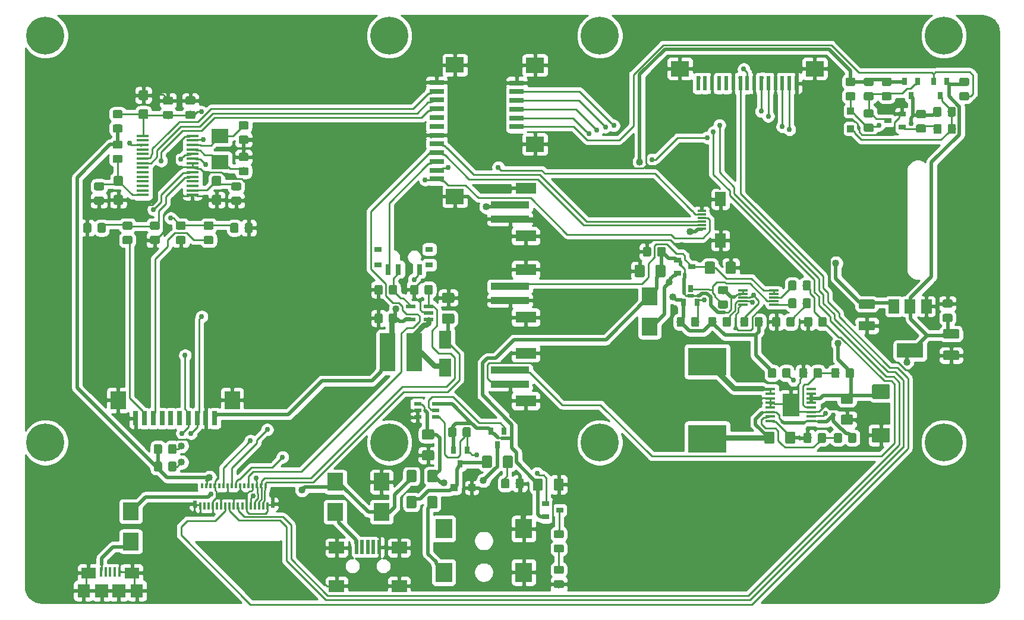
<source format=gtl>
G04 #@! TF.GenerationSoftware,KiCad,Pcbnew,5.0.1-33cea8e~68~ubuntu18.04.1*
G04 #@! TF.CreationDate,2018-11-04T18:28:43+03:00*
G04 #@! TF.ProjectId,AA-PI-Display-Board-RaspberryPi3,41412D50492D446973706C61792D426F,02*
G04 #@! TF.SameCoordinates,Original*
G04 #@! TF.FileFunction,Copper,L1,Top,Signal*
G04 #@! TF.FilePolarity,Positive*
%FSLAX46Y46*%
G04 Gerber Fmt 4.6, Leading zero omitted, Abs format (unit mm)*
G04 Created by KiCad (PCBNEW 5.0.1-33cea8e~68~ubuntu18.04.1) date Sun 04 Nov 2018 18:28:43 MSK*
%MOMM*%
%LPD*%
G01*
G04 APERTURE LIST*
G04 #@! TA.AperFunction,SMDPad,CuDef*
%ADD10R,1.400000X0.600000*%
G04 #@! TD*
G04 #@! TA.AperFunction,Conductor*
%ADD11C,0.100000*%
G04 #@! TD*
G04 #@! TA.AperFunction,SMDPad,CuDef*
%ADD12C,1.150000*%
G04 #@! TD*
G04 #@! TA.AperFunction,SMDPad,CuDef*
%ADD13R,1.050000X0.550000*%
G04 #@! TD*
G04 #@! TA.AperFunction,SMDPad,CuDef*
%ADD14R,1.800000X0.450000*%
G04 #@! TD*
G04 #@! TA.AperFunction,ComponentPad*
%ADD15R,2.410000X3.290000*%
G04 #@! TD*
G04 #@! TA.AperFunction,SMDPad,CuDef*
%ADD16R,1.475000X0.450000*%
G04 #@! TD*
G04 #@! TA.AperFunction,SMDPad,CuDef*
%ADD17R,2.400000X2.800000*%
G04 #@! TD*
G04 #@! TA.AperFunction,SMDPad,CuDef*
%ADD18R,0.600000X1.000000*%
G04 #@! TD*
G04 #@! TA.AperFunction,SMDPad,CuDef*
%ADD19R,0.300000X1.000000*%
G04 #@! TD*
G04 #@! TA.AperFunction,SMDPad,CuDef*
%ADD20R,0.300000X0.800000*%
G04 #@! TD*
G04 #@! TA.AperFunction,ComponentPad*
%ADD21C,5.400000*%
G04 #@! TD*
G04 #@! TA.AperFunction,SMDPad,CuDef*
%ADD22R,1.600000X2.000000*%
G04 #@! TD*
G04 #@! TA.AperFunction,SMDPad,CuDef*
%ADD23R,1.300000X0.300000*%
G04 #@! TD*
G04 #@! TA.AperFunction,SMDPad,CuDef*
%ADD24C,1.425000*%
G04 #@! TD*
G04 #@! TA.AperFunction,SMDPad,CuDef*
%ADD25C,1.325000*%
G04 #@! TD*
G04 #@! TA.AperFunction,SMDPad,CuDef*
%ADD26C,1.350000*%
G04 #@! TD*
G04 #@! TA.AperFunction,SMDPad,CuDef*
%ADD27C,2.075000*%
G04 #@! TD*
G04 #@! TA.AperFunction,SMDPad,CuDef*
%ADD28R,1.000000X1.000000*%
G04 #@! TD*
G04 #@! TA.AperFunction,SMDPad,CuDef*
%ADD29R,2.300000X2.500000*%
G04 #@! TD*
G04 #@! TA.AperFunction,SMDPad,CuDef*
%ADD30R,1.800000X2.500000*%
G04 #@! TD*
G04 #@! TA.AperFunction,SMDPad,CuDef*
%ADD31R,0.400000X1.350000*%
G04 #@! TD*
G04 #@! TA.AperFunction,SMDPad,CuDef*
%ADD32R,2.100000X1.600000*%
G04 #@! TD*
G04 #@! TA.AperFunction,SMDPad,CuDef*
%ADD33R,1.900000X1.900000*%
G04 #@! TD*
G04 #@! TA.AperFunction,SMDPad,CuDef*
%ADD34R,1.800000X1.900000*%
G04 #@! TD*
G04 #@! TA.AperFunction,SMDPad,CuDef*
%ADD35R,0.500000X2.000000*%
G04 #@! TD*
G04 #@! TA.AperFunction,SMDPad,CuDef*
%ADD36R,2.200000X1.700000*%
G04 #@! TD*
G04 #@! TA.AperFunction,SMDPad,CuDef*
%ADD37R,5.500000X1.000000*%
G04 #@! TD*
G04 #@! TA.AperFunction,SMDPad,CuDef*
%ADD38R,3.000000X1.600000*%
G04 #@! TD*
G04 #@! TA.AperFunction,SMDPad,CuDef*
%ADD39R,2.000000X0.800000*%
G04 #@! TD*
G04 #@! TA.AperFunction,SMDPad,CuDef*
%ADD40R,2.600000X2.200000*%
G04 #@! TD*
G04 #@! TA.AperFunction,SMDPad,CuDef*
%ADD41R,0.600000X2.000000*%
G04 #@! TD*
G04 #@! TA.AperFunction,SMDPad,CuDef*
%ADD42R,0.800000X2.000000*%
G04 #@! TD*
G04 #@! TA.AperFunction,SMDPad,CuDef*
%ADD43R,2.200000X2.600000*%
G04 #@! TD*
G04 #@! TA.AperFunction,SMDPad,CuDef*
%ADD44R,5.500000X4.000000*%
G04 #@! TD*
G04 #@! TA.AperFunction,SMDPad,CuDef*
%ADD45R,2.200000X5.500000*%
G04 #@! TD*
G04 #@! TA.AperFunction,SMDPad,CuDef*
%ADD46R,1.000000X0.800000*%
G04 #@! TD*
G04 #@! TA.AperFunction,SMDPad,CuDef*
%ADD47R,0.800000X1.000000*%
G04 #@! TD*
G04 #@! TA.AperFunction,SMDPad,CuDef*
%ADD48R,0.800000X1.600000*%
G04 #@! TD*
G04 #@! TA.AperFunction,SMDPad,CuDef*
%ADD49R,3.800000X2.000000*%
G04 #@! TD*
G04 #@! TA.AperFunction,SMDPad,CuDef*
%ADD50R,1.500000X2.000000*%
G04 #@! TD*
G04 #@! TA.AperFunction,SMDPad,CuDef*
%ADD51R,1.400000X0.300000*%
G04 #@! TD*
G04 #@! TA.AperFunction,SMDPad,CuDef*
%ADD52R,2.400000X2.000000*%
G04 #@! TD*
G04 #@! TA.AperFunction,ViaPad*
%ADD53C,0.762000*%
G04 #@! TD*
G04 #@! TA.AperFunction,ViaPad*
%ADD54C,1.016000*%
G04 #@! TD*
G04 #@! TA.AperFunction,Conductor*
%ADD55C,0.254000*%
G04 #@! TD*
G04 #@! TA.AperFunction,Conductor*
%ADD56C,0.508000*%
G04 #@! TD*
G04 #@! TA.AperFunction,Conductor*
%ADD57C,0.762000*%
G04 #@! TD*
G04 #@! TA.AperFunction,Conductor*
%ADD58C,0.381000*%
G04 #@! TD*
G04 APERTURE END LIST*
D10*
G04 #@! TO.P,U6,5*
G04 #@! TO.N,+5V*
X106378000Y-98678000D03*
G04 #@! TO.P,U6,4*
G04 #@! TO.N,Net-(R22-Pad1)*
X106378000Y-96778000D03*
G04 #@! TO.P,U6,3*
G04 #@! TO.N,LED-K*
X108878000Y-96778000D03*
G04 #@! TO.P,U6,2*
G04 #@! TO.N,GND*
X108878000Y-97728000D03*
G04 #@! TO.P,U6,1*
G04 #@! TO.N,Net-(D8-Pad2)*
X108878000Y-98678000D03*
G04 #@! TD*
D11*
G04 #@! TO.N,Net-(C23-Pad1)*
G04 #@! TO.C,C23*
G36*
X83024505Y-76951204D02*
X83048773Y-76954804D01*
X83072572Y-76960765D01*
X83095671Y-76969030D01*
X83117850Y-76979520D01*
X83138893Y-76992132D01*
X83158599Y-77006747D01*
X83176777Y-77023223D01*
X83193253Y-77041401D01*
X83207868Y-77061107D01*
X83220480Y-77082150D01*
X83230970Y-77104329D01*
X83239235Y-77127428D01*
X83245196Y-77151227D01*
X83248796Y-77175495D01*
X83250000Y-77199999D01*
X83250000Y-77850001D01*
X83248796Y-77874505D01*
X83245196Y-77898773D01*
X83239235Y-77922572D01*
X83230970Y-77945671D01*
X83220480Y-77967850D01*
X83207868Y-77988893D01*
X83193253Y-78008599D01*
X83176777Y-78026777D01*
X83158599Y-78043253D01*
X83138893Y-78057868D01*
X83117850Y-78070480D01*
X83095671Y-78080970D01*
X83072572Y-78089235D01*
X83048773Y-78095196D01*
X83024505Y-78098796D01*
X83000001Y-78100000D01*
X82099999Y-78100000D01*
X82075495Y-78098796D01*
X82051227Y-78095196D01*
X82027428Y-78089235D01*
X82004329Y-78080970D01*
X81982150Y-78070480D01*
X81961107Y-78057868D01*
X81941401Y-78043253D01*
X81923223Y-78026777D01*
X81906747Y-78008599D01*
X81892132Y-77988893D01*
X81879520Y-77967850D01*
X81869030Y-77945671D01*
X81860765Y-77922572D01*
X81854804Y-77898773D01*
X81851204Y-77874505D01*
X81850000Y-77850001D01*
X81850000Y-77199999D01*
X81851204Y-77175495D01*
X81854804Y-77151227D01*
X81860765Y-77127428D01*
X81869030Y-77104329D01*
X81879520Y-77082150D01*
X81892132Y-77061107D01*
X81906747Y-77041401D01*
X81923223Y-77023223D01*
X81941401Y-77006747D01*
X81961107Y-76992132D01*
X81982150Y-76979520D01*
X82004329Y-76969030D01*
X82027428Y-76960765D01*
X82051227Y-76954804D01*
X82075495Y-76951204D01*
X82099999Y-76950000D01*
X83000001Y-76950000D01*
X83024505Y-76951204D01*
X83024505Y-76951204D01*
G37*
D12*
G04 #@! TD*
G04 #@! TO.P,C23,1*
G04 #@! TO.N,Net-(C23-Pad1)*
X82550000Y-77525000D03*
D11*
G04 #@! TO.N,GND*
G04 #@! TO.C,C23*
G36*
X83024505Y-74901204D02*
X83048773Y-74904804D01*
X83072572Y-74910765D01*
X83095671Y-74919030D01*
X83117850Y-74929520D01*
X83138893Y-74942132D01*
X83158599Y-74956747D01*
X83176777Y-74973223D01*
X83193253Y-74991401D01*
X83207868Y-75011107D01*
X83220480Y-75032150D01*
X83230970Y-75054329D01*
X83239235Y-75077428D01*
X83245196Y-75101227D01*
X83248796Y-75125495D01*
X83250000Y-75149999D01*
X83250000Y-75800001D01*
X83248796Y-75824505D01*
X83245196Y-75848773D01*
X83239235Y-75872572D01*
X83230970Y-75895671D01*
X83220480Y-75917850D01*
X83207868Y-75938893D01*
X83193253Y-75958599D01*
X83176777Y-75976777D01*
X83158599Y-75993253D01*
X83138893Y-76007868D01*
X83117850Y-76020480D01*
X83095671Y-76030970D01*
X83072572Y-76039235D01*
X83048773Y-76045196D01*
X83024505Y-76048796D01*
X83000001Y-76050000D01*
X82099999Y-76050000D01*
X82075495Y-76048796D01*
X82051227Y-76045196D01*
X82027428Y-76039235D01*
X82004329Y-76030970D01*
X81982150Y-76020480D01*
X81961107Y-76007868D01*
X81941401Y-75993253D01*
X81923223Y-75976777D01*
X81906747Y-75958599D01*
X81892132Y-75938893D01*
X81879520Y-75917850D01*
X81869030Y-75895671D01*
X81860765Y-75872572D01*
X81854804Y-75848773D01*
X81851204Y-75824505D01*
X81850000Y-75800001D01*
X81850000Y-75149999D01*
X81851204Y-75125495D01*
X81854804Y-75101227D01*
X81860765Y-75077428D01*
X81869030Y-75054329D01*
X81879520Y-75032150D01*
X81892132Y-75011107D01*
X81906747Y-74991401D01*
X81923223Y-74973223D01*
X81941401Y-74956747D01*
X81961107Y-74942132D01*
X81982150Y-74929520D01*
X82004329Y-74919030D01*
X82027428Y-74910765D01*
X82051227Y-74904804D01*
X82075495Y-74901204D01*
X82099999Y-74900000D01*
X83000001Y-74900000D01*
X83024505Y-74901204D01*
X83024505Y-74901204D01*
G37*
D12*
G04 #@! TD*
G04 #@! TO.P,C23,2*
G04 #@! TO.N,GND*
X82550000Y-75475000D03*
D13*
G04 #@! TO.P,U1,6*
G04 #@! TO.N,V_IN*
X109930000Y-110690000D03*
G04 #@! TO.P,U1,5*
G04 #@! TO.N,Net-(Q4-Pad1)*
X109930000Y-111640000D03*
G04 #@! TO.P,U1,4*
G04 #@! TO.N,Net-(Q5-Pad1)*
X109930000Y-112590000D03*
G04 #@! TO.P,U1,3*
G04 #@! TO.N,GND*
X107330000Y-112590000D03*
G04 #@! TO.P,U1,2*
X107330000Y-111640000D03*
G04 #@! TO.P,U1,1*
G04 #@! TO.N,/V_USB*
X107330000Y-110690000D03*
G04 #@! TD*
D14*
G04 #@! TO.P,U3,28*
G04 #@! TO.N,GND*
X75250000Y-72475000D03*
G04 #@! TO.P,U3,27*
G04 #@! TO.N,Net-(C19-Pad1)*
X75250000Y-73125000D03*
G04 #@! TO.P,U3,26*
G04 #@! TO.N,Net-(C22-Pad1)*
X75250000Y-73775000D03*
G04 #@! TO.P,U3,25*
G04 #@! TO.N,Net-(C23-Pad1)*
X75250000Y-74425000D03*
G04 #@! TO.P,U3,24*
G04 #@! TO.N,I2C_SCL*
X75250000Y-75075000D03*
G04 #@! TO.P,U3,23*
G04 #@! TO.N,I2C_SDA*
X75250000Y-75725000D03*
G04 #@! TO.P,U3,22*
G04 #@! TO.N,GND*
X75250000Y-76375000D03*
G04 #@! TO.P,U3,21*
X75250000Y-77025000D03*
G04 #@! TO.P,U3,20*
G04 #@! TO.N,Net-(C16-Pad1)*
X75250000Y-77675000D03*
G04 #@! TO.P,U3,19*
G04 #@! TO.N,Net-(C17-Pad1)*
X75250000Y-78325000D03*
G04 #@! TO.P,U3,18*
G04 #@! TO.N,Net-(U3-Pad18)*
X75250000Y-78975000D03*
G04 #@! TO.P,U3,17*
G04 #@! TO.N,Net-(U3-Pad17)*
X75250000Y-79625000D03*
G04 #@! TO.P,U3,16*
G04 #@! TO.N,Net-(C12-Pad1)*
X75250000Y-80275000D03*
G04 #@! TO.P,U3,15*
G04 #@! TO.N,GND*
X75250000Y-80925000D03*
G04 #@! TO.P,U3,14*
G04 #@! TO.N,Net-(C11-Pad1)*
X68150000Y-80925000D03*
G04 #@! TO.P,U3,13*
G04 #@! TO.N,Net-(U3-Pad13)*
X68150000Y-80275000D03*
G04 #@! TO.P,U3,12*
G04 #@! TO.N,Net-(U3-Pad12)*
X68150000Y-79625000D03*
G04 #@! TO.P,U3,11*
G04 #@! TO.N,Net-(U3-Pad11)*
X68150000Y-78975000D03*
G04 #@! TO.P,U3,10*
G04 #@! TO.N,Net-(U3-Pad10)*
X68150000Y-78325000D03*
G04 #@! TO.P,U3,9*
G04 #@! TO.N,Net-(U3-Pad9)*
X68150000Y-77675000D03*
G04 #@! TO.P,U3,8*
G04 #@! TO.N,Net-(U3-Pad8)*
X68150000Y-77025000D03*
G04 #@! TO.P,U3,7*
G04 #@! TO.N,I2S_LRCK*
X68150000Y-76375000D03*
G04 #@! TO.P,U3,6*
G04 #@! TO.N,I2S_DIN*
X68150000Y-75725000D03*
G04 #@! TO.P,U3,5*
G04 #@! TO.N,Net-(U3-Pad5)*
X68150000Y-75075000D03*
G04 #@! TO.P,U3,4*
G04 #@! TO.N,Net-(U3-Pad4)*
X68150000Y-74425000D03*
G04 #@! TO.P,U3,3*
G04 #@! TO.N,I2S_BCLK*
X68150000Y-73775000D03*
G04 #@! TO.P,U3,2*
G04 #@! TO.N,Net-(U3-Pad2)*
X68150000Y-73125000D03*
G04 #@! TO.P,U3,1*
G04 #@! TO.N,Net-(C19-Pad1)*
X68150000Y-72475000D03*
G04 #@! TD*
D15*
G04 #@! TO.P,U5,17*
G04 #@! TO.N,GND*
X160520000Y-110872000D03*
D16*
G04 #@! TO.P,U5,16*
G04 #@! TO.N,Net-(U5-Pad16)*
X163458000Y-108597000D03*
G04 #@! TO.P,U5,15*
G04 #@! TO.N,+5V*
X163458000Y-109247000D03*
G04 #@! TO.P,U5,14*
X163458000Y-109897000D03*
G04 #@! TO.P,U5,13*
X163458000Y-110547000D03*
G04 #@! TO.P,U5,12*
G04 #@! TO.N,Net-(R23-Pad1)*
X163458000Y-111197000D03*
G04 #@! TO.P,U5,11*
G04 #@! TO.N,GND*
X163458000Y-111847000D03*
G04 #@! TO.P,U5,10*
G04 #@! TO.N,LOW_BATT*
X163458000Y-112497000D03*
G04 #@! TO.P,U5,9*
G04 #@! TO.N,V_LOAD*
X163458000Y-113147000D03*
G04 #@! TO.P,U5,8*
G04 #@! TO.N,GND*
X157582000Y-113147000D03*
G04 #@! TO.P,U5,7*
G04 #@! TO.N,Net-(R18-Pad1)*
X157582000Y-112497000D03*
G04 #@! TO.P,U5,6*
G04 #@! TO.N,V_LOAD*
X157582000Y-111847000D03*
G04 #@! TO.P,U5,5*
G04 #@! TO.N,GND*
X157582000Y-111197000D03*
G04 #@! TO.P,U5,4*
X157582000Y-110547000D03*
G04 #@! TO.P,U5,3*
X157582000Y-109897000D03*
G04 #@! TO.P,U5,2*
G04 #@! TO.N,Net-(L1-Pad2)*
X157582000Y-109247000D03*
G04 #@! TO.P,U5,1*
X157582000Y-108597000D03*
G04 #@! TD*
D17*
G04 #@! TO.P,J4,1*
G04 #@! TO.N,/V_WALL*
X111050000Y-134700000D03*
G04 #@! TO.P,J4,2*
G04 #@! TO.N,GND*
X122450000Y-134700000D03*
G04 #@! TO.P,J4,4*
G04 #@! TO.N,N/C*
X111050000Y-128500000D03*
G04 #@! TO.P,J4,3*
G04 #@! TO.N,GND*
X122450000Y-128500000D03*
G04 #@! TD*
D18*
G04 #@! TO.P,J6,SH1*
G04 #@! TO.N,GND*
X75620000Y-124972500D03*
G04 #@! TO.P,J6,SH2*
X86680000Y-124972000D03*
D19*
G04 #@! TO.P,J6,33*
X85950000Y-125247500D03*
D20*
G04 #@! TO.P,J6,32*
G04 #@! TO.N,LED-A*
X85650000Y-122372500D03*
D19*
G04 #@! TO.P,J6,31*
X85350000Y-125247500D03*
D20*
G04 #@! TO.P,J6,30*
G04 #@! TO.N,LED-K*
X85050000Y-122372500D03*
D19*
G04 #@! TO.P,J6,29*
X84750000Y-125247500D03*
D20*
G04 #@! TO.P,J6,28*
G04 #@! TO.N,+3V3*
X84450000Y-122372500D03*
D19*
G04 #@! TO.P,J6,27*
X84150000Y-125247500D03*
D20*
G04 #@! TO.P,J6,26*
G04 #@! TO.N,GND*
X83850000Y-122372500D03*
D19*
G04 #@! TO.P,J6,25*
G04 #@! TO.N,PWM_CABC*
X83550000Y-125247500D03*
D20*
G04 #@! TO.P,J6,24*
G04 #@! TO.N,LCD_RESET*
X83250000Y-122372500D03*
D19*
G04 #@! TO.P,J6,23*
G04 #@! TO.N,GND*
X82950000Y-125247500D03*
D20*
G04 #@! TO.P,J6,22*
G04 #@! TO.N,Net-(J6-Pad22)*
X82650000Y-122372500D03*
D19*
G04 #@! TO.P,J6,21*
G04 #@! TO.N,Net-(J6-Pad21)*
X82350000Y-125247500D03*
D20*
G04 #@! TO.P,J6,20*
G04 #@! TO.N,GND*
X82050000Y-122372500D03*
D19*
G04 #@! TO.P,J6,19*
G04 #@! TO.N,DSI_D1_P*
X81750000Y-125247500D03*
D20*
G04 #@! TO.P,J6,18*
G04 #@! TO.N,DSI_D1_N*
X81450000Y-122372500D03*
D19*
G04 #@! TO.P,J6,17*
G04 #@! TO.N,GND*
X81150000Y-125247500D03*
D20*
G04 #@! TO.P,J6,16*
G04 #@! TO.N,DSI_CLK_P*
X80850000Y-122372500D03*
D19*
G04 #@! TO.P,J6,15*
G04 #@! TO.N,DSI_CLK_N*
X80550000Y-125247500D03*
D20*
G04 #@! TO.P,J6,14*
G04 #@! TO.N,GND*
X80250000Y-122372500D03*
D19*
G04 #@! TO.P,J6,13*
G04 #@! TO.N,DSI_D0_P*
X79950000Y-125247500D03*
D20*
G04 #@! TO.P,J6,12*
G04 #@! TO.N,DSI_D0_N*
X79650000Y-122372500D03*
D19*
G04 #@! TO.P,J6,11*
G04 #@! TO.N,GND*
X79350000Y-125247500D03*
D20*
G04 #@! TO.P,J6,10*
G04 #@! TO.N,Net-(J6-Pad10)*
X79050000Y-122372500D03*
D19*
G04 #@! TO.P,J6,9*
G04 #@! TO.N,Net-(J6-Pad9)*
X78750000Y-125247500D03*
D20*
G04 #@! TO.P,J6,8*
G04 #@! TO.N,GND*
X78450000Y-122372500D03*
D19*
G04 #@! TO.P,J6,7*
X78150000Y-125247500D03*
D20*
G04 #@! TO.P,J6,6*
G04 #@! TO.N,Net-(J6-Pad6)*
X77850000Y-122372500D03*
D19*
G04 #@! TO.P,J6,5*
G04 #@! TO.N,TE_OUT*
X77550000Y-125247500D03*
D20*
G04 #@! TO.P,J6,4*
G04 #@! TO.N,+3V3*
X77250000Y-122372500D03*
D19*
G04 #@! TO.P,J6,3*
G04 #@! TO.N,Net-(J6-Pad3)*
X76950000Y-125247500D03*
D20*
G04 #@! TO.P,J6,2*
G04 #@! TO.N,Net-(J6-Pad2)*
X76650000Y-122372500D03*
D19*
G04 #@! TO.P,J6,1*
G04 #@! TO.N,GND*
X76350000Y-125247500D03*
G04 #@! TD*
D21*
G04 #@! TO.P,SS8,1*
G04 #@! TO.N,N/C*
X103300000Y-116200000D03*
G04 #@! TD*
G04 #@! TO.P,SS7,1*
G04 #@! TO.N,N/C*
X54300000Y-116200000D03*
G04 #@! TD*
G04 #@! TO.P,SS6,1*
G04 #@! TO.N,N/C*
X103300000Y-58200000D03*
G04 #@! TD*
G04 #@! TO.P,SS5,1*
G04 #@! TO.N,N/C*
X54300000Y-58200000D03*
G04 #@! TD*
G04 #@! TO.P,SS4,1*
G04 #@! TO.N,N/C*
X182300000Y-116200000D03*
G04 #@! TD*
G04 #@! TO.P,SS3,1*
G04 #@! TO.N,N/C*
X133300000Y-116200000D03*
G04 #@! TD*
G04 #@! TO.P,SS1,1*
G04 #@! TO.N,N/C*
X133300000Y-58200000D03*
G04 #@! TD*
G04 #@! TO.P,SS2,1*
G04 #@! TO.N,N/C*
X182300000Y-58200000D03*
G04 #@! TD*
D22*
G04 #@! TO.P,J1,SH*
G04 #@! TO.N,GND*
X150480000Y-81500000D03*
X150480000Y-87400000D03*
D23*
G04 #@! TO.P,J1,6*
X147800000Y-83200000D03*
G04 #@! TO.P,J1,5*
G04 #@! TO.N,I2C_SCL*
X147800000Y-83700000D03*
G04 #@! TO.P,J1,4*
G04 #@! TO.N,I2C_SDA*
X147800000Y-84200000D03*
G04 #@! TO.P,J1,3*
G04 #@! TO.N,CTP_INT*
X147800000Y-84700000D03*
G04 #@! TO.P,J1,2*
G04 #@! TO.N,LCD_RESET*
X147800000Y-85200000D03*
G04 #@! TO.P,J1,1*
G04 #@! TO.N,+3V3*
X147800000Y-85700000D03*
G04 #@! TD*
D11*
G04 #@! TO.N,Net-(C1-Pad2)*
G04 #@! TO.C,C1*
G36*
X172074505Y-68701204D02*
X172098773Y-68704804D01*
X172122572Y-68710765D01*
X172145671Y-68719030D01*
X172167850Y-68729520D01*
X172188893Y-68742132D01*
X172208599Y-68756747D01*
X172226777Y-68773223D01*
X172243253Y-68791401D01*
X172257868Y-68811107D01*
X172270480Y-68832150D01*
X172280970Y-68854329D01*
X172289235Y-68877428D01*
X172295196Y-68901227D01*
X172298796Y-68925495D01*
X172300000Y-68949999D01*
X172300000Y-69600001D01*
X172298796Y-69624505D01*
X172295196Y-69648773D01*
X172289235Y-69672572D01*
X172280970Y-69695671D01*
X172270480Y-69717850D01*
X172257868Y-69738893D01*
X172243253Y-69758599D01*
X172226777Y-69776777D01*
X172208599Y-69793253D01*
X172188893Y-69807868D01*
X172167850Y-69820480D01*
X172145671Y-69830970D01*
X172122572Y-69839235D01*
X172098773Y-69845196D01*
X172074505Y-69848796D01*
X172050001Y-69850000D01*
X171149999Y-69850000D01*
X171125495Y-69848796D01*
X171101227Y-69845196D01*
X171077428Y-69839235D01*
X171054329Y-69830970D01*
X171032150Y-69820480D01*
X171011107Y-69807868D01*
X170991401Y-69793253D01*
X170973223Y-69776777D01*
X170956747Y-69758599D01*
X170942132Y-69738893D01*
X170929520Y-69717850D01*
X170919030Y-69695671D01*
X170910765Y-69672572D01*
X170904804Y-69648773D01*
X170901204Y-69624505D01*
X170900000Y-69600001D01*
X170900000Y-68949999D01*
X170901204Y-68925495D01*
X170904804Y-68901227D01*
X170910765Y-68877428D01*
X170919030Y-68854329D01*
X170929520Y-68832150D01*
X170942132Y-68811107D01*
X170956747Y-68791401D01*
X170973223Y-68773223D01*
X170991401Y-68756747D01*
X171011107Y-68742132D01*
X171032150Y-68729520D01*
X171054329Y-68719030D01*
X171077428Y-68710765D01*
X171101227Y-68704804D01*
X171125495Y-68701204D01*
X171149999Y-68700000D01*
X172050001Y-68700000D01*
X172074505Y-68701204D01*
X172074505Y-68701204D01*
G37*
D12*
G04 #@! TD*
G04 #@! TO.P,C1,2*
G04 #@! TO.N,Net-(C1-Pad2)*
X171600000Y-69275000D03*
D11*
G04 #@! TO.N,Net-(C1-Pad1)*
G04 #@! TO.C,C1*
G36*
X172074505Y-70751204D02*
X172098773Y-70754804D01*
X172122572Y-70760765D01*
X172145671Y-70769030D01*
X172167850Y-70779520D01*
X172188893Y-70792132D01*
X172208599Y-70806747D01*
X172226777Y-70823223D01*
X172243253Y-70841401D01*
X172257868Y-70861107D01*
X172270480Y-70882150D01*
X172280970Y-70904329D01*
X172289235Y-70927428D01*
X172295196Y-70951227D01*
X172298796Y-70975495D01*
X172300000Y-70999999D01*
X172300000Y-71650001D01*
X172298796Y-71674505D01*
X172295196Y-71698773D01*
X172289235Y-71722572D01*
X172280970Y-71745671D01*
X172270480Y-71767850D01*
X172257868Y-71788893D01*
X172243253Y-71808599D01*
X172226777Y-71826777D01*
X172208599Y-71843253D01*
X172188893Y-71857868D01*
X172167850Y-71870480D01*
X172145671Y-71880970D01*
X172122572Y-71889235D01*
X172098773Y-71895196D01*
X172074505Y-71898796D01*
X172050001Y-71900000D01*
X171149999Y-71900000D01*
X171125495Y-71898796D01*
X171101227Y-71895196D01*
X171077428Y-71889235D01*
X171054329Y-71880970D01*
X171032150Y-71870480D01*
X171011107Y-71857868D01*
X170991401Y-71843253D01*
X170973223Y-71826777D01*
X170956747Y-71808599D01*
X170942132Y-71788893D01*
X170929520Y-71767850D01*
X170919030Y-71745671D01*
X170910765Y-71722572D01*
X170904804Y-71698773D01*
X170901204Y-71674505D01*
X170900000Y-71650001D01*
X170900000Y-70999999D01*
X170901204Y-70975495D01*
X170904804Y-70951227D01*
X170910765Y-70927428D01*
X170919030Y-70904329D01*
X170929520Y-70882150D01*
X170942132Y-70861107D01*
X170956747Y-70841401D01*
X170973223Y-70823223D01*
X170991401Y-70806747D01*
X171011107Y-70792132D01*
X171032150Y-70779520D01*
X171054329Y-70769030D01*
X171077428Y-70760765D01*
X171101227Y-70754804D01*
X171125495Y-70751204D01*
X171149999Y-70750000D01*
X172050001Y-70750000D01*
X172074505Y-70751204D01*
X172074505Y-70751204D01*
G37*
D12*
G04 #@! TD*
G04 #@! TO.P,C1,1*
G04 #@! TO.N,Net-(C1-Pad1)*
X171600000Y-71325000D03*
D11*
G04 #@! TO.N,V_SW*
G04 #@! TO.C,C2*
G36*
X174624505Y-64201204D02*
X174648773Y-64204804D01*
X174672572Y-64210765D01*
X174695671Y-64219030D01*
X174717850Y-64229520D01*
X174738893Y-64242132D01*
X174758599Y-64256747D01*
X174776777Y-64273223D01*
X174793253Y-64291401D01*
X174807868Y-64311107D01*
X174820480Y-64332150D01*
X174830970Y-64354329D01*
X174839235Y-64377428D01*
X174845196Y-64401227D01*
X174848796Y-64425495D01*
X174850000Y-64449999D01*
X174850000Y-65100001D01*
X174848796Y-65124505D01*
X174845196Y-65148773D01*
X174839235Y-65172572D01*
X174830970Y-65195671D01*
X174820480Y-65217850D01*
X174807868Y-65238893D01*
X174793253Y-65258599D01*
X174776777Y-65276777D01*
X174758599Y-65293253D01*
X174738893Y-65307868D01*
X174717850Y-65320480D01*
X174695671Y-65330970D01*
X174672572Y-65339235D01*
X174648773Y-65345196D01*
X174624505Y-65348796D01*
X174600001Y-65350000D01*
X173699999Y-65350000D01*
X173675495Y-65348796D01*
X173651227Y-65345196D01*
X173627428Y-65339235D01*
X173604329Y-65330970D01*
X173582150Y-65320480D01*
X173561107Y-65307868D01*
X173541401Y-65293253D01*
X173523223Y-65276777D01*
X173506747Y-65258599D01*
X173492132Y-65238893D01*
X173479520Y-65217850D01*
X173469030Y-65195671D01*
X173460765Y-65172572D01*
X173454804Y-65148773D01*
X173451204Y-65124505D01*
X173450000Y-65100001D01*
X173450000Y-64449999D01*
X173451204Y-64425495D01*
X173454804Y-64401227D01*
X173460765Y-64377428D01*
X173469030Y-64354329D01*
X173479520Y-64332150D01*
X173492132Y-64311107D01*
X173506747Y-64291401D01*
X173523223Y-64273223D01*
X173541401Y-64256747D01*
X173561107Y-64242132D01*
X173582150Y-64229520D01*
X173604329Y-64219030D01*
X173627428Y-64210765D01*
X173651227Y-64204804D01*
X173675495Y-64201204D01*
X173699999Y-64200000D01*
X174600001Y-64200000D01*
X174624505Y-64201204D01*
X174624505Y-64201204D01*
G37*
D12*
G04 #@! TD*
G04 #@! TO.P,C2,1*
G04 #@! TO.N,V_SW*
X174150000Y-64775000D03*
D11*
G04 #@! TO.N,Net-(C1-Pad2)*
G04 #@! TO.C,C2*
G36*
X174624505Y-66251204D02*
X174648773Y-66254804D01*
X174672572Y-66260765D01*
X174695671Y-66269030D01*
X174717850Y-66279520D01*
X174738893Y-66292132D01*
X174758599Y-66306747D01*
X174776777Y-66323223D01*
X174793253Y-66341401D01*
X174807868Y-66361107D01*
X174820480Y-66382150D01*
X174830970Y-66404329D01*
X174839235Y-66427428D01*
X174845196Y-66451227D01*
X174848796Y-66475495D01*
X174850000Y-66499999D01*
X174850000Y-67150001D01*
X174848796Y-67174505D01*
X174845196Y-67198773D01*
X174839235Y-67222572D01*
X174830970Y-67245671D01*
X174820480Y-67267850D01*
X174807868Y-67288893D01*
X174793253Y-67308599D01*
X174776777Y-67326777D01*
X174758599Y-67343253D01*
X174738893Y-67357868D01*
X174717850Y-67370480D01*
X174695671Y-67380970D01*
X174672572Y-67389235D01*
X174648773Y-67395196D01*
X174624505Y-67398796D01*
X174600001Y-67400000D01*
X173699999Y-67400000D01*
X173675495Y-67398796D01*
X173651227Y-67395196D01*
X173627428Y-67389235D01*
X173604329Y-67380970D01*
X173582150Y-67370480D01*
X173561107Y-67357868D01*
X173541401Y-67343253D01*
X173523223Y-67326777D01*
X173506747Y-67308599D01*
X173492132Y-67288893D01*
X173479520Y-67267850D01*
X173469030Y-67245671D01*
X173460765Y-67222572D01*
X173454804Y-67198773D01*
X173451204Y-67174505D01*
X173450000Y-67150001D01*
X173450000Y-66499999D01*
X173451204Y-66475495D01*
X173454804Y-66451227D01*
X173460765Y-66427428D01*
X173469030Y-66404329D01*
X173479520Y-66382150D01*
X173492132Y-66361107D01*
X173506747Y-66341401D01*
X173523223Y-66323223D01*
X173541401Y-66306747D01*
X173561107Y-66292132D01*
X173582150Y-66279520D01*
X173604329Y-66269030D01*
X173627428Y-66260765D01*
X173651227Y-66254804D01*
X173675495Y-66251204D01*
X173699999Y-66250000D01*
X174600001Y-66250000D01*
X174624505Y-66251204D01*
X174624505Y-66251204D01*
G37*
D12*
G04 #@! TD*
G04 #@! TO.P,C2,2*
G04 #@! TO.N,Net-(C1-Pad2)*
X174150000Y-66825000D03*
D11*
G04 #@! TO.N,/V_USB*
G04 #@! TO.C,C3*
G36*
X109479504Y-114341204D02*
X109503773Y-114344804D01*
X109527571Y-114350765D01*
X109550671Y-114359030D01*
X109572849Y-114369520D01*
X109593893Y-114382133D01*
X109613598Y-114396747D01*
X109631777Y-114413223D01*
X109648253Y-114431402D01*
X109662867Y-114451107D01*
X109675480Y-114472151D01*
X109685970Y-114494329D01*
X109694235Y-114517429D01*
X109700196Y-114541227D01*
X109703796Y-114565496D01*
X109705000Y-114590000D01*
X109705000Y-115515000D01*
X109703796Y-115539504D01*
X109700196Y-115563773D01*
X109694235Y-115587571D01*
X109685970Y-115610671D01*
X109675480Y-115632849D01*
X109662867Y-115653893D01*
X109648253Y-115673598D01*
X109631777Y-115691777D01*
X109613598Y-115708253D01*
X109593893Y-115722867D01*
X109572849Y-115735480D01*
X109550671Y-115745970D01*
X109527571Y-115754235D01*
X109503773Y-115760196D01*
X109479504Y-115763796D01*
X109455000Y-115765000D01*
X108205000Y-115765000D01*
X108180496Y-115763796D01*
X108156227Y-115760196D01*
X108132429Y-115754235D01*
X108109329Y-115745970D01*
X108087151Y-115735480D01*
X108066107Y-115722867D01*
X108046402Y-115708253D01*
X108028223Y-115691777D01*
X108011747Y-115673598D01*
X107997133Y-115653893D01*
X107984520Y-115632849D01*
X107974030Y-115610671D01*
X107965765Y-115587571D01*
X107959804Y-115563773D01*
X107956204Y-115539504D01*
X107955000Y-115515000D01*
X107955000Y-114590000D01*
X107956204Y-114565496D01*
X107959804Y-114541227D01*
X107965765Y-114517429D01*
X107974030Y-114494329D01*
X107984520Y-114472151D01*
X107997133Y-114451107D01*
X108011747Y-114431402D01*
X108028223Y-114413223D01*
X108046402Y-114396747D01*
X108066107Y-114382133D01*
X108087151Y-114369520D01*
X108109329Y-114359030D01*
X108132429Y-114350765D01*
X108156227Y-114344804D01*
X108180496Y-114341204D01*
X108205000Y-114340000D01*
X109455000Y-114340000D01*
X109479504Y-114341204D01*
X109479504Y-114341204D01*
G37*
D24*
G04 #@! TD*
G04 #@! TO.P,C3,1*
G04 #@! TO.N,/V_USB*
X108830000Y-115052500D03*
D11*
G04 #@! TO.N,GND*
G04 #@! TO.C,C3*
G36*
X109479504Y-117316204D02*
X109503773Y-117319804D01*
X109527571Y-117325765D01*
X109550671Y-117334030D01*
X109572849Y-117344520D01*
X109593893Y-117357133D01*
X109613598Y-117371747D01*
X109631777Y-117388223D01*
X109648253Y-117406402D01*
X109662867Y-117426107D01*
X109675480Y-117447151D01*
X109685970Y-117469329D01*
X109694235Y-117492429D01*
X109700196Y-117516227D01*
X109703796Y-117540496D01*
X109705000Y-117565000D01*
X109705000Y-118490000D01*
X109703796Y-118514504D01*
X109700196Y-118538773D01*
X109694235Y-118562571D01*
X109685970Y-118585671D01*
X109675480Y-118607849D01*
X109662867Y-118628893D01*
X109648253Y-118648598D01*
X109631777Y-118666777D01*
X109613598Y-118683253D01*
X109593893Y-118697867D01*
X109572849Y-118710480D01*
X109550671Y-118720970D01*
X109527571Y-118729235D01*
X109503773Y-118735196D01*
X109479504Y-118738796D01*
X109455000Y-118740000D01*
X108205000Y-118740000D01*
X108180496Y-118738796D01*
X108156227Y-118735196D01*
X108132429Y-118729235D01*
X108109329Y-118720970D01*
X108087151Y-118710480D01*
X108066107Y-118697867D01*
X108046402Y-118683253D01*
X108028223Y-118666777D01*
X108011747Y-118648598D01*
X107997133Y-118628893D01*
X107984520Y-118607849D01*
X107974030Y-118585671D01*
X107965765Y-118562571D01*
X107959804Y-118538773D01*
X107956204Y-118514504D01*
X107955000Y-118490000D01*
X107955000Y-117565000D01*
X107956204Y-117540496D01*
X107959804Y-117516227D01*
X107965765Y-117492429D01*
X107974030Y-117469329D01*
X107984520Y-117447151D01*
X107997133Y-117426107D01*
X108011747Y-117406402D01*
X108028223Y-117388223D01*
X108046402Y-117371747D01*
X108066107Y-117357133D01*
X108087151Y-117344520D01*
X108109329Y-117334030D01*
X108132429Y-117325765D01*
X108156227Y-117319804D01*
X108180496Y-117316204D01*
X108205000Y-117315000D01*
X109455000Y-117315000D01*
X109479504Y-117316204D01*
X109479504Y-117316204D01*
G37*
D24*
G04 #@! TD*
G04 #@! TO.P,C3,2*
G04 #@! TO.N,GND*
X108830000Y-118027500D03*
D11*
G04 #@! TO.N,Net-(C4-Pad2)*
G04 #@! TO.C,C4*
G36*
X179524505Y-70851204D02*
X179548773Y-70854804D01*
X179572572Y-70860765D01*
X179595671Y-70869030D01*
X179617850Y-70879520D01*
X179638893Y-70892132D01*
X179658599Y-70906747D01*
X179676777Y-70923223D01*
X179693253Y-70941401D01*
X179707868Y-70961107D01*
X179720480Y-70982150D01*
X179730970Y-71004329D01*
X179739235Y-71027428D01*
X179745196Y-71051227D01*
X179748796Y-71075495D01*
X179750000Y-71099999D01*
X179750000Y-71750001D01*
X179748796Y-71774505D01*
X179745196Y-71798773D01*
X179739235Y-71822572D01*
X179730970Y-71845671D01*
X179720480Y-71867850D01*
X179707868Y-71888893D01*
X179693253Y-71908599D01*
X179676777Y-71926777D01*
X179658599Y-71943253D01*
X179638893Y-71957868D01*
X179617850Y-71970480D01*
X179595671Y-71980970D01*
X179572572Y-71989235D01*
X179548773Y-71995196D01*
X179524505Y-71998796D01*
X179500001Y-72000000D01*
X178599999Y-72000000D01*
X178575495Y-71998796D01*
X178551227Y-71995196D01*
X178527428Y-71989235D01*
X178504329Y-71980970D01*
X178482150Y-71970480D01*
X178461107Y-71957868D01*
X178441401Y-71943253D01*
X178423223Y-71926777D01*
X178406747Y-71908599D01*
X178392132Y-71888893D01*
X178379520Y-71867850D01*
X178369030Y-71845671D01*
X178360765Y-71822572D01*
X178354804Y-71798773D01*
X178351204Y-71774505D01*
X178350000Y-71750001D01*
X178350000Y-71099999D01*
X178351204Y-71075495D01*
X178354804Y-71051227D01*
X178360765Y-71027428D01*
X178369030Y-71004329D01*
X178379520Y-70982150D01*
X178392132Y-70961107D01*
X178406747Y-70941401D01*
X178423223Y-70923223D01*
X178441401Y-70906747D01*
X178461107Y-70892132D01*
X178482150Y-70879520D01*
X178504329Y-70869030D01*
X178527428Y-70860765D01*
X178551227Y-70854804D01*
X178575495Y-70851204D01*
X178599999Y-70850000D01*
X179500001Y-70850000D01*
X179524505Y-70851204D01*
X179524505Y-70851204D01*
G37*
D12*
G04 #@! TD*
G04 #@! TO.P,C4,2*
G04 #@! TO.N,Net-(C4-Pad2)*
X179050000Y-71425000D03*
D11*
G04 #@! TO.N,V_LOAD*
G04 #@! TO.C,C4*
G36*
X179524505Y-68801204D02*
X179548773Y-68804804D01*
X179572572Y-68810765D01*
X179595671Y-68819030D01*
X179617850Y-68829520D01*
X179638893Y-68842132D01*
X179658599Y-68856747D01*
X179676777Y-68873223D01*
X179693253Y-68891401D01*
X179707868Y-68911107D01*
X179720480Y-68932150D01*
X179730970Y-68954329D01*
X179739235Y-68977428D01*
X179745196Y-69001227D01*
X179748796Y-69025495D01*
X179750000Y-69049999D01*
X179750000Y-69700001D01*
X179748796Y-69724505D01*
X179745196Y-69748773D01*
X179739235Y-69772572D01*
X179730970Y-69795671D01*
X179720480Y-69817850D01*
X179707868Y-69838893D01*
X179693253Y-69858599D01*
X179676777Y-69876777D01*
X179658599Y-69893253D01*
X179638893Y-69907868D01*
X179617850Y-69920480D01*
X179595671Y-69930970D01*
X179572572Y-69939235D01*
X179548773Y-69945196D01*
X179524505Y-69948796D01*
X179500001Y-69950000D01*
X178599999Y-69950000D01*
X178575495Y-69948796D01*
X178551227Y-69945196D01*
X178527428Y-69939235D01*
X178504329Y-69930970D01*
X178482150Y-69920480D01*
X178461107Y-69907868D01*
X178441401Y-69893253D01*
X178423223Y-69876777D01*
X178406747Y-69858599D01*
X178392132Y-69838893D01*
X178379520Y-69817850D01*
X178369030Y-69795671D01*
X178360765Y-69772572D01*
X178354804Y-69748773D01*
X178351204Y-69724505D01*
X178350000Y-69700001D01*
X178350000Y-69049999D01*
X178351204Y-69025495D01*
X178354804Y-69001227D01*
X178360765Y-68977428D01*
X178369030Y-68954329D01*
X178379520Y-68932150D01*
X178392132Y-68911107D01*
X178406747Y-68891401D01*
X178423223Y-68873223D01*
X178441401Y-68856747D01*
X178461107Y-68842132D01*
X178482150Y-68829520D01*
X178504329Y-68819030D01*
X178527428Y-68810765D01*
X178551227Y-68804804D01*
X178575495Y-68801204D01*
X178599999Y-68800000D01*
X179500001Y-68800000D01*
X179524505Y-68801204D01*
X179524505Y-68801204D01*
G37*
D12*
G04 #@! TD*
G04 #@! TO.P,C4,1*
G04 #@! TO.N,V_LOAD*
X179050000Y-69375000D03*
D11*
G04 #@! TO.N,/V_SUPPLY*
G04 #@! TO.C,C5*
G36*
X117699504Y-118076204D02*
X117723773Y-118079804D01*
X117747571Y-118085765D01*
X117770671Y-118094030D01*
X117792849Y-118104520D01*
X117813893Y-118117133D01*
X117833598Y-118131747D01*
X117851777Y-118148223D01*
X117868253Y-118166402D01*
X117882867Y-118186107D01*
X117895480Y-118207151D01*
X117905970Y-118229329D01*
X117914235Y-118252429D01*
X117920196Y-118276227D01*
X117923796Y-118300496D01*
X117925000Y-118325000D01*
X117925000Y-119575000D01*
X117923796Y-119599504D01*
X117920196Y-119623773D01*
X117914235Y-119647571D01*
X117905970Y-119670671D01*
X117895480Y-119692849D01*
X117882867Y-119713893D01*
X117868253Y-119733598D01*
X117851777Y-119751777D01*
X117833598Y-119768253D01*
X117813893Y-119782867D01*
X117792849Y-119795480D01*
X117770671Y-119805970D01*
X117747571Y-119814235D01*
X117723773Y-119820196D01*
X117699504Y-119823796D01*
X117675000Y-119825000D01*
X116750000Y-119825000D01*
X116725496Y-119823796D01*
X116701227Y-119820196D01*
X116677429Y-119814235D01*
X116654329Y-119805970D01*
X116632151Y-119795480D01*
X116611107Y-119782867D01*
X116591402Y-119768253D01*
X116573223Y-119751777D01*
X116556747Y-119733598D01*
X116542133Y-119713893D01*
X116529520Y-119692849D01*
X116519030Y-119670671D01*
X116510765Y-119647571D01*
X116504804Y-119623773D01*
X116501204Y-119599504D01*
X116500000Y-119575000D01*
X116500000Y-118325000D01*
X116501204Y-118300496D01*
X116504804Y-118276227D01*
X116510765Y-118252429D01*
X116519030Y-118229329D01*
X116529520Y-118207151D01*
X116542133Y-118186107D01*
X116556747Y-118166402D01*
X116573223Y-118148223D01*
X116591402Y-118131747D01*
X116611107Y-118117133D01*
X116632151Y-118104520D01*
X116654329Y-118094030D01*
X116677429Y-118085765D01*
X116701227Y-118079804D01*
X116725496Y-118076204D01*
X116750000Y-118075000D01*
X117675000Y-118075000D01*
X117699504Y-118076204D01*
X117699504Y-118076204D01*
G37*
D24*
G04 #@! TD*
G04 #@! TO.P,C5,1*
G04 #@! TO.N,/V_SUPPLY*
X117212500Y-118950000D03*
D11*
G04 #@! TO.N,Net-(C5-Pad2)*
G04 #@! TO.C,C5*
G36*
X120674504Y-118076204D02*
X120698773Y-118079804D01*
X120722571Y-118085765D01*
X120745671Y-118094030D01*
X120767849Y-118104520D01*
X120788893Y-118117133D01*
X120808598Y-118131747D01*
X120826777Y-118148223D01*
X120843253Y-118166402D01*
X120857867Y-118186107D01*
X120870480Y-118207151D01*
X120880970Y-118229329D01*
X120889235Y-118252429D01*
X120895196Y-118276227D01*
X120898796Y-118300496D01*
X120900000Y-118325000D01*
X120900000Y-119575000D01*
X120898796Y-119599504D01*
X120895196Y-119623773D01*
X120889235Y-119647571D01*
X120880970Y-119670671D01*
X120870480Y-119692849D01*
X120857867Y-119713893D01*
X120843253Y-119733598D01*
X120826777Y-119751777D01*
X120808598Y-119768253D01*
X120788893Y-119782867D01*
X120767849Y-119795480D01*
X120745671Y-119805970D01*
X120722571Y-119814235D01*
X120698773Y-119820196D01*
X120674504Y-119823796D01*
X120650000Y-119825000D01*
X119725000Y-119825000D01*
X119700496Y-119823796D01*
X119676227Y-119820196D01*
X119652429Y-119814235D01*
X119629329Y-119805970D01*
X119607151Y-119795480D01*
X119586107Y-119782867D01*
X119566402Y-119768253D01*
X119548223Y-119751777D01*
X119531747Y-119733598D01*
X119517133Y-119713893D01*
X119504520Y-119692849D01*
X119494030Y-119670671D01*
X119485765Y-119647571D01*
X119479804Y-119623773D01*
X119476204Y-119599504D01*
X119475000Y-119575000D01*
X119475000Y-118325000D01*
X119476204Y-118300496D01*
X119479804Y-118276227D01*
X119485765Y-118252429D01*
X119494030Y-118229329D01*
X119504520Y-118207151D01*
X119517133Y-118186107D01*
X119531747Y-118166402D01*
X119548223Y-118148223D01*
X119566402Y-118131747D01*
X119586107Y-118117133D01*
X119607151Y-118104520D01*
X119629329Y-118094030D01*
X119652429Y-118085765D01*
X119676227Y-118079804D01*
X119700496Y-118076204D01*
X119725000Y-118075000D01*
X120650000Y-118075000D01*
X120674504Y-118076204D01*
X120674504Y-118076204D01*
G37*
D24*
G04 #@! TD*
G04 #@! TO.P,C5,2*
G04 #@! TO.N,Net-(C5-Pad2)*
X120187500Y-118950000D03*
D11*
G04 #@! TO.N,+5V*
G04 #@! TO.C,C6*
G36*
X172279505Y-95811204D02*
X172303773Y-95814804D01*
X172327572Y-95820765D01*
X172350671Y-95829030D01*
X172372850Y-95839520D01*
X172393893Y-95852132D01*
X172413599Y-95866747D01*
X172431777Y-95883223D01*
X172448253Y-95901401D01*
X172462868Y-95921107D01*
X172475480Y-95942150D01*
X172485970Y-95964329D01*
X172494235Y-95987428D01*
X172500196Y-96011227D01*
X172503796Y-96035495D01*
X172505000Y-96059999D01*
X172505000Y-96885001D01*
X172503796Y-96909505D01*
X172500196Y-96933773D01*
X172494235Y-96957572D01*
X172485970Y-96980671D01*
X172475480Y-97002850D01*
X172462868Y-97023893D01*
X172448253Y-97043599D01*
X172431777Y-97061777D01*
X172413599Y-97078253D01*
X172393893Y-97092868D01*
X172372850Y-97105480D01*
X172350671Y-97115970D01*
X172327572Y-97124235D01*
X172303773Y-97130196D01*
X172279505Y-97133796D01*
X172255001Y-97135000D01*
X170404999Y-97135000D01*
X170380495Y-97133796D01*
X170356227Y-97130196D01*
X170332428Y-97124235D01*
X170309329Y-97115970D01*
X170287150Y-97105480D01*
X170266107Y-97092868D01*
X170246401Y-97078253D01*
X170228223Y-97061777D01*
X170211747Y-97043599D01*
X170197132Y-97023893D01*
X170184520Y-97002850D01*
X170174030Y-96980671D01*
X170165765Y-96957572D01*
X170159804Y-96933773D01*
X170156204Y-96909505D01*
X170155000Y-96885001D01*
X170155000Y-96059999D01*
X170156204Y-96035495D01*
X170159804Y-96011227D01*
X170165765Y-95987428D01*
X170174030Y-95964329D01*
X170184520Y-95942150D01*
X170197132Y-95921107D01*
X170211747Y-95901401D01*
X170228223Y-95883223D01*
X170246401Y-95866747D01*
X170266107Y-95852132D01*
X170287150Y-95839520D01*
X170309329Y-95829030D01*
X170332428Y-95820765D01*
X170356227Y-95814804D01*
X170380495Y-95811204D01*
X170404999Y-95810000D01*
X172255001Y-95810000D01*
X172279505Y-95811204D01*
X172279505Y-95811204D01*
G37*
D25*
G04 #@! TD*
G04 #@! TO.P,C6,1*
G04 #@! TO.N,+5V*
X171330000Y-96472500D03*
D11*
G04 #@! TO.N,GND*
G04 #@! TO.C,C6*
G36*
X172279505Y-98886204D02*
X172303773Y-98889804D01*
X172327572Y-98895765D01*
X172350671Y-98904030D01*
X172372850Y-98914520D01*
X172393893Y-98927132D01*
X172413599Y-98941747D01*
X172431777Y-98958223D01*
X172448253Y-98976401D01*
X172462868Y-98996107D01*
X172475480Y-99017150D01*
X172485970Y-99039329D01*
X172494235Y-99062428D01*
X172500196Y-99086227D01*
X172503796Y-99110495D01*
X172505000Y-99134999D01*
X172505000Y-99960001D01*
X172503796Y-99984505D01*
X172500196Y-100008773D01*
X172494235Y-100032572D01*
X172485970Y-100055671D01*
X172475480Y-100077850D01*
X172462868Y-100098893D01*
X172448253Y-100118599D01*
X172431777Y-100136777D01*
X172413599Y-100153253D01*
X172393893Y-100167868D01*
X172372850Y-100180480D01*
X172350671Y-100190970D01*
X172327572Y-100199235D01*
X172303773Y-100205196D01*
X172279505Y-100208796D01*
X172255001Y-100210000D01*
X170404999Y-100210000D01*
X170380495Y-100208796D01*
X170356227Y-100205196D01*
X170332428Y-100199235D01*
X170309329Y-100190970D01*
X170287150Y-100180480D01*
X170266107Y-100167868D01*
X170246401Y-100153253D01*
X170228223Y-100136777D01*
X170211747Y-100118599D01*
X170197132Y-100098893D01*
X170184520Y-100077850D01*
X170174030Y-100055671D01*
X170165765Y-100032572D01*
X170159804Y-100008773D01*
X170156204Y-99984505D01*
X170155000Y-99960001D01*
X170155000Y-99134999D01*
X170156204Y-99110495D01*
X170159804Y-99086227D01*
X170165765Y-99062428D01*
X170174030Y-99039329D01*
X170184520Y-99017150D01*
X170197132Y-98996107D01*
X170211747Y-98976401D01*
X170228223Y-98958223D01*
X170246401Y-98941747D01*
X170266107Y-98927132D01*
X170287150Y-98914520D01*
X170309329Y-98904030D01*
X170332428Y-98895765D01*
X170356227Y-98889804D01*
X170380495Y-98886204D01*
X170404999Y-98885000D01*
X172255001Y-98885000D01*
X172279505Y-98886204D01*
X172279505Y-98886204D01*
G37*
D25*
G04 #@! TD*
G04 #@! TO.P,C6,2*
G04 #@! TO.N,GND*
X171330000Y-99547500D03*
D11*
G04 #@! TO.N,V_IN*
G04 #@! TO.C,C7*
G36*
X124949504Y-121326204D02*
X124973773Y-121329804D01*
X124997571Y-121335765D01*
X125020671Y-121344030D01*
X125042849Y-121354520D01*
X125063893Y-121367133D01*
X125083598Y-121381747D01*
X125101777Y-121398223D01*
X125118253Y-121416402D01*
X125132867Y-121436107D01*
X125145480Y-121457151D01*
X125155970Y-121479329D01*
X125164235Y-121502429D01*
X125170196Y-121526227D01*
X125173796Y-121550496D01*
X125175000Y-121575000D01*
X125175000Y-122825000D01*
X125173796Y-122849504D01*
X125170196Y-122873773D01*
X125164235Y-122897571D01*
X125155970Y-122920671D01*
X125145480Y-122942849D01*
X125132867Y-122963893D01*
X125118253Y-122983598D01*
X125101777Y-123001777D01*
X125083598Y-123018253D01*
X125063893Y-123032867D01*
X125042849Y-123045480D01*
X125020671Y-123055970D01*
X124997571Y-123064235D01*
X124973773Y-123070196D01*
X124949504Y-123073796D01*
X124925000Y-123075000D01*
X124000000Y-123075000D01*
X123975496Y-123073796D01*
X123951227Y-123070196D01*
X123927429Y-123064235D01*
X123904329Y-123055970D01*
X123882151Y-123045480D01*
X123861107Y-123032867D01*
X123841402Y-123018253D01*
X123823223Y-123001777D01*
X123806747Y-122983598D01*
X123792133Y-122963893D01*
X123779520Y-122942849D01*
X123769030Y-122920671D01*
X123760765Y-122897571D01*
X123754804Y-122873773D01*
X123751204Y-122849504D01*
X123750000Y-122825000D01*
X123750000Y-121575000D01*
X123751204Y-121550496D01*
X123754804Y-121526227D01*
X123760765Y-121502429D01*
X123769030Y-121479329D01*
X123779520Y-121457151D01*
X123792133Y-121436107D01*
X123806747Y-121416402D01*
X123823223Y-121398223D01*
X123841402Y-121381747D01*
X123861107Y-121367133D01*
X123882151Y-121354520D01*
X123904329Y-121344030D01*
X123927429Y-121335765D01*
X123951227Y-121329804D01*
X123975496Y-121326204D01*
X124000000Y-121325000D01*
X124925000Y-121325000D01*
X124949504Y-121326204D01*
X124949504Y-121326204D01*
G37*
D24*
G04 #@! TD*
G04 #@! TO.P,C7,1*
G04 #@! TO.N,V_IN*
X124462500Y-122200000D03*
D11*
G04 #@! TO.N,GND*
G04 #@! TO.C,C7*
G36*
X127924504Y-121326204D02*
X127948773Y-121329804D01*
X127972571Y-121335765D01*
X127995671Y-121344030D01*
X128017849Y-121354520D01*
X128038893Y-121367133D01*
X128058598Y-121381747D01*
X128076777Y-121398223D01*
X128093253Y-121416402D01*
X128107867Y-121436107D01*
X128120480Y-121457151D01*
X128130970Y-121479329D01*
X128139235Y-121502429D01*
X128145196Y-121526227D01*
X128148796Y-121550496D01*
X128150000Y-121575000D01*
X128150000Y-122825000D01*
X128148796Y-122849504D01*
X128145196Y-122873773D01*
X128139235Y-122897571D01*
X128130970Y-122920671D01*
X128120480Y-122942849D01*
X128107867Y-122963893D01*
X128093253Y-122983598D01*
X128076777Y-123001777D01*
X128058598Y-123018253D01*
X128038893Y-123032867D01*
X128017849Y-123045480D01*
X127995671Y-123055970D01*
X127972571Y-123064235D01*
X127948773Y-123070196D01*
X127924504Y-123073796D01*
X127900000Y-123075000D01*
X126975000Y-123075000D01*
X126950496Y-123073796D01*
X126926227Y-123070196D01*
X126902429Y-123064235D01*
X126879329Y-123055970D01*
X126857151Y-123045480D01*
X126836107Y-123032867D01*
X126816402Y-123018253D01*
X126798223Y-123001777D01*
X126781747Y-122983598D01*
X126767133Y-122963893D01*
X126754520Y-122942849D01*
X126744030Y-122920671D01*
X126735765Y-122897571D01*
X126729804Y-122873773D01*
X126726204Y-122849504D01*
X126725000Y-122825000D01*
X126725000Y-121575000D01*
X126726204Y-121550496D01*
X126729804Y-121526227D01*
X126735765Y-121502429D01*
X126744030Y-121479329D01*
X126754520Y-121457151D01*
X126767133Y-121436107D01*
X126781747Y-121416402D01*
X126798223Y-121398223D01*
X126816402Y-121381747D01*
X126836107Y-121367133D01*
X126857151Y-121354520D01*
X126879329Y-121344030D01*
X126902429Y-121335765D01*
X126926227Y-121329804D01*
X126950496Y-121326204D01*
X126975000Y-121325000D01*
X127900000Y-121325000D01*
X127924504Y-121326204D01*
X127924504Y-121326204D01*
G37*
D24*
G04 #@! TD*
G04 #@! TO.P,C7,2*
G04 #@! TO.N,GND*
X127437500Y-122200000D03*
D11*
G04 #@! TO.N,GND*
G04 #@! TO.C,C8*
G36*
X184295505Y-103108204D02*
X184319773Y-103111804D01*
X184343572Y-103117765D01*
X184366671Y-103126030D01*
X184388850Y-103136520D01*
X184409893Y-103149132D01*
X184429599Y-103163747D01*
X184447777Y-103180223D01*
X184464253Y-103198401D01*
X184478868Y-103218107D01*
X184491480Y-103239150D01*
X184501970Y-103261329D01*
X184510235Y-103284428D01*
X184516196Y-103308227D01*
X184519796Y-103332495D01*
X184521000Y-103356999D01*
X184521000Y-104182001D01*
X184519796Y-104206505D01*
X184516196Y-104230773D01*
X184510235Y-104254572D01*
X184501970Y-104277671D01*
X184491480Y-104299850D01*
X184478868Y-104320893D01*
X184464253Y-104340599D01*
X184447777Y-104358777D01*
X184429599Y-104375253D01*
X184409893Y-104389868D01*
X184388850Y-104402480D01*
X184366671Y-104412970D01*
X184343572Y-104421235D01*
X184319773Y-104427196D01*
X184295505Y-104430796D01*
X184271001Y-104432000D01*
X182420999Y-104432000D01*
X182396495Y-104430796D01*
X182372227Y-104427196D01*
X182348428Y-104421235D01*
X182325329Y-104412970D01*
X182303150Y-104402480D01*
X182282107Y-104389868D01*
X182262401Y-104375253D01*
X182244223Y-104358777D01*
X182227747Y-104340599D01*
X182213132Y-104320893D01*
X182200520Y-104299850D01*
X182190030Y-104277671D01*
X182181765Y-104254572D01*
X182175804Y-104230773D01*
X182172204Y-104206505D01*
X182171000Y-104182001D01*
X182171000Y-103356999D01*
X182172204Y-103332495D01*
X182175804Y-103308227D01*
X182181765Y-103284428D01*
X182190030Y-103261329D01*
X182200520Y-103239150D01*
X182213132Y-103218107D01*
X182227747Y-103198401D01*
X182244223Y-103180223D01*
X182262401Y-103163747D01*
X182282107Y-103149132D01*
X182303150Y-103136520D01*
X182325329Y-103126030D01*
X182348428Y-103117765D01*
X182372227Y-103111804D01*
X182396495Y-103108204D01*
X182420999Y-103107000D01*
X184271001Y-103107000D01*
X184295505Y-103108204D01*
X184295505Y-103108204D01*
G37*
D25*
G04 #@! TD*
G04 #@! TO.P,C8,2*
G04 #@! TO.N,GND*
X183346000Y-103769500D03*
D11*
G04 #@! TO.N,+3V3*
G04 #@! TO.C,C8*
G36*
X184295505Y-100033204D02*
X184319773Y-100036804D01*
X184343572Y-100042765D01*
X184366671Y-100051030D01*
X184388850Y-100061520D01*
X184409893Y-100074132D01*
X184429599Y-100088747D01*
X184447777Y-100105223D01*
X184464253Y-100123401D01*
X184478868Y-100143107D01*
X184491480Y-100164150D01*
X184501970Y-100186329D01*
X184510235Y-100209428D01*
X184516196Y-100233227D01*
X184519796Y-100257495D01*
X184521000Y-100281999D01*
X184521000Y-101107001D01*
X184519796Y-101131505D01*
X184516196Y-101155773D01*
X184510235Y-101179572D01*
X184501970Y-101202671D01*
X184491480Y-101224850D01*
X184478868Y-101245893D01*
X184464253Y-101265599D01*
X184447777Y-101283777D01*
X184429599Y-101300253D01*
X184409893Y-101314868D01*
X184388850Y-101327480D01*
X184366671Y-101337970D01*
X184343572Y-101346235D01*
X184319773Y-101352196D01*
X184295505Y-101355796D01*
X184271001Y-101357000D01*
X182420999Y-101357000D01*
X182396495Y-101355796D01*
X182372227Y-101352196D01*
X182348428Y-101346235D01*
X182325329Y-101337970D01*
X182303150Y-101327480D01*
X182282107Y-101314868D01*
X182262401Y-101300253D01*
X182244223Y-101283777D01*
X182227747Y-101265599D01*
X182213132Y-101245893D01*
X182200520Y-101224850D01*
X182190030Y-101202671D01*
X182181765Y-101179572D01*
X182175804Y-101155773D01*
X182172204Y-101131505D01*
X182171000Y-101107001D01*
X182171000Y-100281999D01*
X182172204Y-100257495D01*
X182175804Y-100233227D01*
X182181765Y-100209428D01*
X182190030Y-100186329D01*
X182200520Y-100164150D01*
X182213132Y-100143107D01*
X182227747Y-100123401D01*
X182244223Y-100105223D01*
X182262401Y-100088747D01*
X182282107Y-100074132D01*
X182303150Y-100061520D01*
X182325329Y-100051030D01*
X182348428Y-100042765D01*
X182372227Y-100036804D01*
X182396495Y-100033204D01*
X182420999Y-100032000D01*
X184271001Y-100032000D01*
X184295505Y-100033204D01*
X184295505Y-100033204D01*
G37*
D25*
G04 #@! TD*
G04 #@! TO.P,C8,1*
G04 #@! TO.N,+3V3*
X183346000Y-100694500D03*
D11*
G04 #@! TO.N,GND*
G04 #@! TO.C,C9*
G36*
X183312505Y-95807204D02*
X183336773Y-95810804D01*
X183360572Y-95816765D01*
X183383671Y-95825030D01*
X183405850Y-95835520D01*
X183426893Y-95848132D01*
X183446599Y-95862747D01*
X183464777Y-95879223D01*
X183481253Y-95897401D01*
X183495868Y-95917107D01*
X183508480Y-95938150D01*
X183518970Y-95960329D01*
X183527235Y-95983428D01*
X183533196Y-96007227D01*
X183536796Y-96031495D01*
X183538000Y-96055999D01*
X183538000Y-96706001D01*
X183536796Y-96730505D01*
X183533196Y-96754773D01*
X183527235Y-96778572D01*
X183518970Y-96801671D01*
X183508480Y-96823850D01*
X183495868Y-96844893D01*
X183481253Y-96864599D01*
X183464777Y-96882777D01*
X183446599Y-96899253D01*
X183426893Y-96913868D01*
X183405850Y-96926480D01*
X183383671Y-96936970D01*
X183360572Y-96945235D01*
X183336773Y-96951196D01*
X183312505Y-96954796D01*
X183288001Y-96956000D01*
X182387999Y-96956000D01*
X182363495Y-96954796D01*
X182339227Y-96951196D01*
X182315428Y-96945235D01*
X182292329Y-96936970D01*
X182270150Y-96926480D01*
X182249107Y-96913868D01*
X182229401Y-96899253D01*
X182211223Y-96882777D01*
X182194747Y-96864599D01*
X182180132Y-96844893D01*
X182167520Y-96823850D01*
X182157030Y-96801671D01*
X182148765Y-96778572D01*
X182142804Y-96754773D01*
X182139204Y-96730505D01*
X182138000Y-96706001D01*
X182138000Y-96055999D01*
X182139204Y-96031495D01*
X182142804Y-96007227D01*
X182148765Y-95983428D01*
X182157030Y-95960329D01*
X182167520Y-95938150D01*
X182180132Y-95917107D01*
X182194747Y-95897401D01*
X182211223Y-95879223D01*
X182229401Y-95862747D01*
X182249107Y-95848132D01*
X182270150Y-95835520D01*
X182292329Y-95825030D01*
X182315428Y-95816765D01*
X182339227Y-95810804D01*
X182363495Y-95807204D01*
X182387999Y-95806000D01*
X183288001Y-95806000D01*
X183312505Y-95807204D01*
X183312505Y-95807204D01*
G37*
D12*
G04 #@! TD*
G04 #@! TO.P,C9,2*
G04 #@! TO.N,GND*
X182838000Y-96381000D03*
D11*
G04 #@! TO.N,+3V3*
G04 #@! TO.C,C9*
G36*
X183312505Y-97857204D02*
X183336773Y-97860804D01*
X183360572Y-97866765D01*
X183383671Y-97875030D01*
X183405850Y-97885520D01*
X183426893Y-97898132D01*
X183446599Y-97912747D01*
X183464777Y-97929223D01*
X183481253Y-97947401D01*
X183495868Y-97967107D01*
X183508480Y-97988150D01*
X183518970Y-98010329D01*
X183527235Y-98033428D01*
X183533196Y-98057227D01*
X183536796Y-98081495D01*
X183538000Y-98105999D01*
X183538000Y-98756001D01*
X183536796Y-98780505D01*
X183533196Y-98804773D01*
X183527235Y-98828572D01*
X183518970Y-98851671D01*
X183508480Y-98873850D01*
X183495868Y-98894893D01*
X183481253Y-98914599D01*
X183464777Y-98932777D01*
X183446599Y-98949253D01*
X183426893Y-98963868D01*
X183405850Y-98976480D01*
X183383671Y-98986970D01*
X183360572Y-98995235D01*
X183336773Y-99001196D01*
X183312505Y-99004796D01*
X183288001Y-99006000D01*
X182387999Y-99006000D01*
X182363495Y-99004796D01*
X182339227Y-99001196D01*
X182315428Y-98995235D01*
X182292329Y-98986970D01*
X182270150Y-98976480D01*
X182249107Y-98963868D01*
X182229401Y-98949253D01*
X182211223Y-98932777D01*
X182194747Y-98914599D01*
X182180132Y-98894893D01*
X182167520Y-98873850D01*
X182157030Y-98851671D01*
X182148765Y-98828572D01*
X182142804Y-98804773D01*
X182139204Y-98780505D01*
X182138000Y-98756001D01*
X182138000Y-98105999D01*
X182139204Y-98081495D01*
X182142804Y-98057227D01*
X182148765Y-98033428D01*
X182157030Y-98010329D01*
X182167520Y-97988150D01*
X182180132Y-97967107D01*
X182194747Y-97947401D01*
X182211223Y-97929223D01*
X182229401Y-97912747D01*
X182249107Y-97898132D01*
X182270150Y-97885520D01*
X182292329Y-97875030D01*
X182315428Y-97866765D01*
X182339227Y-97860804D01*
X182363495Y-97857204D01*
X182387999Y-97856000D01*
X183288001Y-97856000D01*
X183312505Y-97857204D01*
X183312505Y-97857204D01*
G37*
D12*
G04 #@! TD*
G04 #@! TO.P,C9,1*
G04 #@! TO.N,+3V3*
X182838000Y-98431000D03*
D11*
G04 #@! TO.N,GND*
G04 #@! TO.C,C10*
G36*
X160924504Y-114626204D02*
X160948773Y-114629804D01*
X160972571Y-114635765D01*
X160995671Y-114644030D01*
X161017849Y-114654520D01*
X161038893Y-114667133D01*
X161058598Y-114681747D01*
X161076777Y-114698223D01*
X161093253Y-114716402D01*
X161107867Y-114736107D01*
X161120480Y-114757151D01*
X161130970Y-114779329D01*
X161139235Y-114802429D01*
X161145196Y-114826227D01*
X161148796Y-114850496D01*
X161150000Y-114875000D01*
X161150000Y-116125000D01*
X161148796Y-116149504D01*
X161145196Y-116173773D01*
X161139235Y-116197571D01*
X161130970Y-116220671D01*
X161120480Y-116242849D01*
X161107867Y-116263893D01*
X161093253Y-116283598D01*
X161076777Y-116301777D01*
X161058598Y-116318253D01*
X161038893Y-116332867D01*
X161017849Y-116345480D01*
X160995671Y-116355970D01*
X160972571Y-116364235D01*
X160948773Y-116370196D01*
X160924504Y-116373796D01*
X160900000Y-116375000D01*
X159975000Y-116375000D01*
X159950496Y-116373796D01*
X159926227Y-116370196D01*
X159902429Y-116364235D01*
X159879329Y-116355970D01*
X159857151Y-116345480D01*
X159836107Y-116332867D01*
X159816402Y-116318253D01*
X159798223Y-116301777D01*
X159781747Y-116283598D01*
X159767133Y-116263893D01*
X159754520Y-116242849D01*
X159744030Y-116220671D01*
X159735765Y-116197571D01*
X159729804Y-116173773D01*
X159726204Y-116149504D01*
X159725000Y-116125000D01*
X159725000Y-114875000D01*
X159726204Y-114850496D01*
X159729804Y-114826227D01*
X159735765Y-114802429D01*
X159744030Y-114779329D01*
X159754520Y-114757151D01*
X159767133Y-114736107D01*
X159781747Y-114716402D01*
X159798223Y-114698223D01*
X159816402Y-114681747D01*
X159836107Y-114667133D01*
X159857151Y-114654520D01*
X159879329Y-114644030D01*
X159902429Y-114635765D01*
X159926227Y-114629804D01*
X159950496Y-114626204D01*
X159975000Y-114625000D01*
X160900000Y-114625000D01*
X160924504Y-114626204D01*
X160924504Y-114626204D01*
G37*
D24*
G04 #@! TD*
G04 #@! TO.P,C10,2*
G04 #@! TO.N,GND*
X160437500Y-115500000D03*
D11*
G04 #@! TO.N,V_LOAD*
G04 #@! TO.C,C10*
G36*
X157949504Y-114626204D02*
X157973773Y-114629804D01*
X157997571Y-114635765D01*
X158020671Y-114644030D01*
X158042849Y-114654520D01*
X158063893Y-114667133D01*
X158083598Y-114681747D01*
X158101777Y-114698223D01*
X158118253Y-114716402D01*
X158132867Y-114736107D01*
X158145480Y-114757151D01*
X158155970Y-114779329D01*
X158164235Y-114802429D01*
X158170196Y-114826227D01*
X158173796Y-114850496D01*
X158175000Y-114875000D01*
X158175000Y-116125000D01*
X158173796Y-116149504D01*
X158170196Y-116173773D01*
X158164235Y-116197571D01*
X158155970Y-116220671D01*
X158145480Y-116242849D01*
X158132867Y-116263893D01*
X158118253Y-116283598D01*
X158101777Y-116301777D01*
X158083598Y-116318253D01*
X158063893Y-116332867D01*
X158042849Y-116345480D01*
X158020671Y-116355970D01*
X157997571Y-116364235D01*
X157973773Y-116370196D01*
X157949504Y-116373796D01*
X157925000Y-116375000D01*
X157000000Y-116375000D01*
X156975496Y-116373796D01*
X156951227Y-116370196D01*
X156927429Y-116364235D01*
X156904329Y-116355970D01*
X156882151Y-116345480D01*
X156861107Y-116332867D01*
X156841402Y-116318253D01*
X156823223Y-116301777D01*
X156806747Y-116283598D01*
X156792133Y-116263893D01*
X156779520Y-116242849D01*
X156769030Y-116220671D01*
X156760765Y-116197571D01*
X156754804Y-116173773D01*
X156751204Y-116149504D01*
X156750000Y-116125000D01*
X156750000Y-114875000D01*
X156751204Y-114850496D01*
X156754804Y-114826227D01*
X156760765Y-114802429D01*
X156769030Y-114779329D01*
X156779520Y-114757151D01*
X156792133Y-114736107D01*
X156806747Y-114716402D01*
X156823223Y-114698223D01*
X156841402Y-114681747D01*
X156861107Y-114667133D01*
X156882151Y-114654520D01*
X156904329Y-114644030D01*
X156927429Y-114635765D01*
X156951227Y-114629804D01*
X156975496Y-114626204D01*
X157000000Y-114625000D01*
X157925000Y-114625000D01*
X157949504Y-114626204D01*
X157949504Y-114626204D01*
G37*
D24*
G04 #@! TD*
G04 #@! TO.P,C10,1*
G04 #@! TO.N,V_LOAD*
X157462500Y-115500000D03*
D11*
G04 #@! TO.N,Net-(C11-Pad1)*
G04 #@! TO.C,C11*
G36*
X65149505Y-78201204D02*
X65173773Y-78204804D01*
X65197572Y-78210765D01*
X65220671Y-78219030D01*
X65242850Y-78229520D01*
X65263893Y-78242132D01*
X65283599Y-78256747D01*
X65301777Y-78273223D01*
X65318253Y-78291401D01*
X65332868Y-78311107D01*
X65345480Y-78332150D01*
X65355970Y-78354329D01*
X65364235Y-78377428D01*
X65370196Y-78401227D01*
X65373796Y-78425495D01*
X65375000Y-78449999D01*
X65375000Y-79350001D01*
X65373796Y-79374505D01*
X65370196Y-79398773D01*
X65364235Y-79422572D01*
X65355970Y-79445671D01*
X65345480Y-79467850D01*
X65332868Y-79488893D01*
X65318253Y-79508599D01*
X65301777Y-79526777D01*
X65283599Y-79543253D01*
X65263893Y-79557868D01*
X65242850Y-79570480D01*
X65220671Y-79580970D01*
X65197572Y-79589235D01*
X65173773Y-79595196D01*
X65149505Y-79598796D01*
X65125001Y-79600000D01*
X64274999Y-79600000D01*
X64250495Y-79598796D01*
X64226227Y-79595196D01*
X64202428Y-79589235D01*
X64179329Y-79580970D01*
X64157150Y-79570480D01*
X64136107Y-79557868D01*
X64116401Y-79543253D01*
X64098223Y-79526777D01*
X64081747Y-79508599D01*
X64067132Y-79488893D01*
X64054520Y-79467850D01*
X64044030Y-79445671D01*
X64035765Y-79422572D01*
X64029804Y-79398773D01*
X64026204Y-79374505D01*
X64025000Y-79350001D01*
X64025000Y-78449999D01*
X64026204Y-78425495D01*
X64029804Y-78401227D01*
X64035765Y-78377428D01*
X64044030Y-78354329D01*
X64054520Y-78332150D01*
X64067132Y-78311107D01*
X64081747Y-78291401D01*
X64098223Y-78273223D01*
X64116401Y-78256747D01*
X64136107Y-78242132D01*
X64157150Y-78229520D01*
X64179329Y-78219030D01*
X64202428Y-78210765D01*
X64226227Y-78204804D01*
X64250495Y-78201204D01*
X64274999Y-78200000D01*
X65125001Y-78200000D01*
X65149505Y-78201204D01*
X65149505Y-78201204D01*
G37*
D26*
G04 #@! TD*
G04 #@! TO.P,C11,1*
G04 #@! TO.N,Net-(C11-Pad1)*
X64700000Y-78900000D03*
D11*
G04 #@! TO.N,GND*
G04 #@! TO.C,C11*
G36*
X65149505Y-80901204D02*
X65173773Y-80904804D01*
X65197572Y-80910765D01*
X65220671Y-80919030D01*
X65242850Y-80929520D01*
X65263893Y-80942132D01*
X65283599Y-80956747D01*
X65301777Y-80973223D01*
X65318253Y-80991401D01*
X65332868Y-81011107D01*
X65345480Y-81032150D01*
X65355970Y-81054329D01*
X65364235Y-81077428D01*
X65370196Y-81101227D01*
X65373796Y-81125495D01*
X65375000Y-81149999D01*
X65375000Y-82050001D01*
X65373796Y-82074505D01*
X65370196Y-82098773D01*
X65364235Y-82122572D01*
X65355970Y-82145671D01*
X65345480Y-82167850D01*
X65332868Y-82188893D01*
X65318253Y-82208599D01*
X65301777Y-82226777D01*
X65283599Y-82243253D01*
X65263893Y-82257868D01*
X65242850Y-82270480D01*
X65220671Y-82280970D01*
X65197572Y-82289235D01*
X65173773Y-82295196D01*
X65149505Y-82298796D01*
X65125001Y-82300000D01*
X64274999Y-82300000D01*
X64250495Y-82298796D01*
X64226227Y-82295196D01*
X64202428Y-82289235D01*
X64179329Y-82280970D01*
X64157150Y-82270480D01*
X64136107Y-82257868D01*
X64116401Y-82243253D01*
X64098223Y-82226777D01*
X64081747Y-82208599D01*
X64067132Y-82188893D01*
X64054520Y-82167850D01*
X64044030Y-82145671D01*
X64035765Y-82122572D01*
X64029804Y-82098773D01*
X64026204Y-82074505D01*
X64025000Y-82050001D01*
X64025000Y-81149999D01*
X64026204Y-81125495D01*
X64029804Y-81101227D01*
X64035765Y-81077428D01*
X64044030Y-81054329D01*
X64054520Y-81032150D01*
X64067132Y-81011107D01*
X64081747Y-80991401D01*
X64098223Y-80973223D01*
X64116401Y-80956747D01*
X64136107Y-80942132D01*
X64157150Y-80929520D01*
X64179329Y-80919030D01*
X64202428Y-80910765D01*
X64226227Y-80904804D01*
X64250495Y-80901204D01*
X64274999Y-80900000D01*
X65125001Y-80900000D01*
X65149505Y-80901204D01*
X65149505Y-80901204D01*
G37*
D26*
G04 #@! TD*
G04 #@! TO.P,C11,2*
G04 #@! TO.N,GND*
X64700000Y-81600000D03*
D11*
G04 #@! TO.N,GND*
G04 #@! TO.C,C12*
G36*
X79149505Y-80901204D02*
X79173773Y-80904804D01*
X79197572Y-80910765D01*
X79220671Y-80919030D01*
X79242850Y-80929520D01*
X79263893Y-80942132D01*
X79283599Y-80956747D01*
X79301777Y-80973223D01*
X79318253Y-80991401D01*
X79332868Y-81011107D01*
X79345480Y-81032150D01*
X79355970Y-81054329D01*
X79364235Y-81077428D01*
X79370196Y-81101227D01*
X79373796Y-81125495D01*
X79375000Y-81149999D01*
X79375000Y-82050001D01*
X79373796Y-82074505D01*
X79370196Y-82098773D01*
X79364235Y-82122572D01*
X79355970Y-82145671D01*
X79345480Y-82167850D01*
X79332868Y-82188893D01*
X79318253Y-82208599D01*
X79301777Y-82226777D01*
X79283599Y-82243253D01*
X79263893Y-82257868D01*
X79242850Y-82270480D01*
X79220671Y-82280970D01*
X79197572Y-82289235D01*
X79173773Y-82295196D01*
X79149505Y-82298796D01*
X79125001Y-82300000D01*
X78274999Y-82300000D01*
X78250495Y-82298796D01*
X78226227Y-82295196D01*
X78202428Y-82289235D01*
X78179329Y-82280970D01*
X78157150Y-82270480D01*
X78136107Y-82257868D01*
X78116401Y-82243253D01*
X78098223Y-82226777D01*
X78081747Y-82208599D01*
X78067132Y-82188893D01*
X78054520Y-82167850D01*
X78044030Y-82145671D01*
X78035765Y-82122572D01*
X78029804Y-82098773D01*
X78026204Y-82074505D01*
X78025000Y-82050001D01*
X78025000Y-81149999D01*
X78026204Y-81125495D01*
X78029804Y-81101227D01*
X78035765Y-81077428D01*
X78044030Y-81054329D01*
X78054520Y-81032150D01*
X78067132Y-81011107D01*
X78081747Y-80991401D01*
X78098223Y-80973223D01*
X78116401Y-80956747D01*
X78136107Y-80942132D01*
X78157150Y-80929520D01*
X78179329Y-80919030D01*
X78202428Y-80910765D01*
X78226227Y-80904804D01*
X78250495Y-80901204D01*
X78274999Y-80900000D01*
X79125001Y-80900000D01*
X79149505Y-80901204D01*
X79149505Y-80901204D01*
G37*
D26*
G04 #@! TD*
G04 #@! TO.P,C12,2*
G04 #@! TO.N,GND*
X78700000Y-81600000D03*
D11*
G04 #@! TO.N,Net-(C12-Pad1)*
G04 #@! TO.C,C12*
G36*
X79149505Y-78201204D02*
X79173773Y-78204804D01*
X79197572Y-78210765D01*
X79220671Y-78219030D01*
X79242850Y-78229520D01*
X79263893Y-78242132D01*
X79283599Y-78256747D01*
X79301777Y-78273223D01*
X79318253Y-78291401D01*
X79332868Y-78311107D01*
X79345480Y-78332150D01*
X79355970Y-78354329D01*
X79364235Y-78377428D01*
X79370196Y-78401227D01*
X79373796Y-78425495D01*
X79375000Y-78449999D01*
X79375000Y-79350001D01*
X79373796Y-79374505D01*
X79370196Y-79398773D01*
X79364235Y-79422572D01*
X79355970Y-79445671D01*
X79345480Y-79467850D01*
X79332868Y-79488893D01*
X79318253Y-79508599D01*
X79301777Y-79526777D01*
X79283599Y-79543253D01*
X79263893Y-79557868D01*
X79242850Y-79570480D01*
X79220671Y-79580970D01*
X79197572Y-79589235D01*
X79173773Y-79595196D01*
X79149505Y-79598796D01*
X79125001Y-79600000D01*
X78274999Y-79600000D01*
X78250495Y-79598796D01*
X78226227Y-79595196D01*
X78202428Y-79589235D01*
X78179329Y-79580970D01*
X78157150Y-79570480D01*
X78136107Y-79557868D01*
X78116401Y-79543253D01*
X78098223Y-79526777D01*
X78081747Y-79508599D01*
X78067132Y-79488893D01*
X78054520Y-79467850D01*
X78044030Y-79445671D01*
X78035765Y-79422572D01*
X78029804Y-79398773D01*
X78026204Y-79374505D01*
X78025000Y-79350001D01*
X78025000Y-78449999D01*
X78026204Y-78425495D01*
X78029804Y-78401227D01*
X78035765Y-78377428D01*
X78044030Y-78354329D01*
X78054520Y-78332150D01*
X78067132Y-78311107D01*
X78081747Y-78291401D01*
X78098223Y-78273223D01*
X78116401Y-78256747D01*
X78136107Y-78242132D01*
X78157150Y-78229520D01*
X78179329Y-78219030D01*
X78202428Y-78210765D01*
X78226227Y-78204804D01*
X78250495Y-78201204D01*
X78274999Y-78200000D01*
X79125001Y-78200000D01*
X79149505Y-78201204D01*
X79149505Y-78201204D01*
G37*
D26*
G04 #@! TD*
G04 #@! TO.P,C12,1*
G04 #@! TO.N,Net-(C12-Pad1)*
X78700000Y-78900000D03*
D11*
G04 #@! TO.N,GND*
G04 #@! TO.C,C13*
G36*
X139449504Y-90876204D02*
X139473773Y-90879804D01*
X139497571Y-90885765D01*
X139520671Y-90894030D01*
X139542849Y-90904520D01*
X139563893Y-90917133D01*
X139583598Y-90931747D01*
X139601777Y-90948223D01*
X139618253Y-90966402D01*
X139632867Y-90986107D01*
X139645480Y-91007151D01*
X139655970Y-91029329D01*
X139664235Y-91052429D01*
X139670196Y-91076227D01*
X139673796Y-91100496D01*
X139675000Y-91125000D01*
X139675000Y-92375000D01*
X139673796Y-92399504D01*
X139670196Y-92423773D01*
X139664235Y-92447571D01*
X139655970Y-92470671D01*
X139645480Y-92492849D01*
X139632867Y-92513893D01*
X139618253Y-92533598D01*
X139601777Y-92551777D01*
X139583598Y-92568253D01*
X139563893Y-92582867D01*
X139542849Y-92595480D01*
X139520671Y-92605970D01*
X139497571Y-92614235D01*
X139473773Y-92620196D01*
X139449504Y-92623796D01*
X139425000Y-92625000D01*
X138500000Y-92625000D01*
X138475496Y-92623796D01*
X138451227Y-92620196D01*
X138427429Y-92614235D01*
X138404329Y-92605970D01*
X138382151Y-92595480D01*
X138361107Y-92582867D01*
X138341402Y-92568253D01*
X138323223Y-92551777D01*
X138306747Y-92533598D01*
X138292133Y-92513893D01*
X138279520Y-92492849D01*
X138269030Y-92470671D01*
X138260765Y-92447571D01*
X138254804Y-92423773D01*
X138251204Y-92399504D01*
X138250000Y-92375000D01*
X138250000Y-91125000D01*
X138251204Y-91100496D01*
X138254804Y-91076227D01*
X138260765Y-91052429D01*
X138269030Y-91029329D01*
X138279520Y-91007151D01*
X138292133Y-90986107D01*
X138306747Y-90966402D01*
X138323223Y-90948223D01*
X138341402Y-90931747D01*
X138361107Y-90917133D01*
X138382151Y-90904520D01*
X138404329Y-90894030D01*
X138427429Y-90885765D01*
X138451227Y-90879804D01*
X138475496Y-90876204D01*
X138500000Y-90875000D01*
X139425000Y-90875000D01*
X139449504Y-90876204D01*
X139449504Y-90876204D01*
G37*
D24*
G04 #@! TD*
G04 #@! TO.P,C13,1*
G04 #@! TO.N,GND*
X138962500Y-91750000D03*
D11*
G04 #@! TO.N,V_IN*
G04 #@! TO.C,C13*
G36*
X142424504Y-90876204D02*
X142448773Y-90879804D01*
X142472571Y-90885765D01*
X142495671Y-90894030D01*
X142517849Y-90904520D01*
X142538893Y-90917133D01*
X142558598Y-90931747D01*
X142576777Y-90948223D01*
X142593253Y-90966402D01*
X142607867Y-90986107D01*
X142620480Y-91007151D01*
X142630970Y-91029329D01*
X142639235Y-91052429D01*
X142645196Y-91076227D01*
X142648796Y-91100496D01*
X142650000Y-91125000D01*
X142650000Y-92375000D01*
X142648796Y-92399504D01*
X142645196Y-92423773D01*
X142639235Y-92447571D01*
X142630970Y-92470671D01*
X142620480Y-92492849D01*
X142607867Y-92513893D01*
X142593253Y-92533598D01*
X142576777Y-92551777D01*
X142558598Y-92568253D01*
X142538893Y-92582867D01*
X142517849Y-92595480D01*
X142495671Y-92605970D01*
X142472571Y-92614235D01*
X142448773Y-92620196D01*
X142424504Y-92623796D01*
X142400000Y-92625000D01*
X141475000Y-92625000D01*
X141450496Y-92623796D01*
X141426227Y-92620196D01*
X141402429Y-92614235D01*
X141379329Y-92605970D01*
X141357151Y-92595480D01*
X141336107Y-92582867D01*
X141316402Y-92568253D01*
X141298223Y-92551777D01*
X141281747Y-92533598D01*
X141267133Y-92513893D01*
X141254520Y-92492849D01*
X141244030Y-92470671D01*
X141235765Y-92447571D01*
X141229804Y-92423773D01*
X141226204Y-92399504D01*
X141225000Y-92375000D01*
X141225000Y-91125000D01*
X141226204Y-91100496D01*
X141229804Y-91076227D01*
X141235765Y-91052429D01*
X141244030Y-91029329D01*
X141254520Y-91007151D01*
X141267133Y-90986107D01*
X141281747Y-90966402D01*
X141298223Y-90948223D01*
X141316402Y-90931747D01*
X141336107Y-90917133D01*
X141357151Y-90904520D01*
X141379329Y-90894030D01*
X141402429Y-90885765D01*
X141426227Y-90879804D01*
X141450496Y-90876204D01*
X141475000Y-90875000D01*
X142400000Y-90875000D01*
X142424504Y-90876204D01*
X142424504Y-90876204D01*
G37*
D24*
G04 #@! TD*
G04 #@! TO.P,C13,2*
G04 #@! TO.N,V_IN*
X141937500Y-91750000D03*
D11*
G04 #@! TO.N,GND*
G04 #@! TO.C,C14*
G36*
X62424505Y-81151204D02*
X62448773Y-81154804D01*
X62472572Y-81160765D01*
X62495671Y-81169030D01*
X62517850Y-81179520D01*
X62538893Y-81192132D01*
X62558599Y-81206747D01*
X62576777Y-81223223D01*
X62593253Y-81241401D01*
X62607868Y-81261107D01*
X62620480Y-81282150D01*
X62630970Y-81304329D01*
X62639235Y-81327428D01*
X62645196Y-81351227D01*
X62648796Y-81375495D01*
X62650000Y-81399999D01*
X62650000Y-82050001D01*
X62648796Y-82074505D01*
X62645196Y-82098773D01*
X62639235Y-82122572D01*
X62630970Y-82145671D01*
X62620480Y-82167850D01*
X62607868Y-82188893D01*
X62593253Y-82208599D01*
X62576777Y-82226777D01*
X62558599Y-82243253D01*
X62538893Y-82257868D01*
X62517850Y-82270480D01*
X62495671Y-82280970D01*
X62472572Y-82289235D01*
X62448773Y-82295196D01*
X62424505Y-82298796D01*
X62400001Y-82300000D01*
X61499999Y-82300000D01*
X61475495Y-82298796D01*
X61451227Y-82295196D01*
X61427428Y-82289235D01*
X61404329Y-82280970D01*
X61382150Y-82270480D01*
X61361107Y-82257868D01*
X61341401Y-82243253D01*
X61323223Y-82226777D01*
X61306747Y-82208599D01*
X61292132Y-82188893D01*
X61279520Y-82167850D01*
X61269030Y-82145671D01*
X61260765Y-82122572D01*
X61254804Y-82098773D01*
X61251204Y-82074505D01*
X61250000Y-82050001D01*
X61250000Y-81399999D01*
X61251204Y-81375495D01*
X61254804Y-81351227D01*
X61260765Y-81327428D01*
X61269030Y-81304329D01*
X61279520Y-81282150D01*
X61292132Y-81261107D01*
X61306747Y-81241401D01*
X61323223Y-81223223D01*
X61341401Y-81206747D01*
X61361107Y-81192132D01*
X61382150Y-81179520D01*
X61404329Y-81169030D01*
X61427428Y-81160765D01*
X61451227Y-81154804D01*
X61475495Y-81151204D01*
X61499999Y-81150000D01*
X62400001Y-81150000D01*
X62424505Y-81151204D01*
X62424505Y-81151204D01*
G37*
D12*
G04 #@! TD*
G04 #@! TO.P,C14,2*
G04 #@! TO.N,GND*
X61950000Y-81725000D03*
D11*
G04 #@! TO.N,Net-(C11-Pad1)*
G04 #@! TO.C,C14*
G36*
X62424505Y-79101204D02*
X62448773Y-79104804D01*
X62472572Y-79110765D01*
X62495671Y-79119030D01*
X62517850Y-79129520D01*
X62538893Y-79142132D01*
X62558599Y-79156747D01*
X62576777Y-79173223D01*
X62593253Y-79191401D01*
X62607868Y-79211107D01*
X62620480Y-79232150D01*
X62630970Y-79254329D01*
X62639235Y-79277428D01*
X62645196Y-79301227D01*
X62648796Y-79325495D01*
X62650000Y-79349999D01*
X62650000Y-80000001D01*
X62648796Y-80024505D01*
X62645196Y-80048773D01*
X62639235Y-80072572D01*
X62630970Y-80095671D01*
X62620480Y-80117850D01*
X62607868Y-80138893D01*
X62593253Y-80158599D01*
X62576777Y-80176777D01*
X62558599Y-80193253D01*
X62538893Y-80207868D01*
X62517850Y-80220480D01*
X62495671Y-80230970D01*
X62472572Y-80239235D01*
X62448773Y-80245196D01*
X62424505Y-80248796D01*
X62400001Y-80250000D01*
X61499999Y-80250000D01*
X61475495Y-80248796D01*
X61451227Y-80245196D01*
X61427428Y-80239235D01*
X61404329Y-80230970D01*
X61382150Y-80220480D01*
X61361107Y-80207868D01*
X61341401Y-80193253D01*
X61323223Y-80176777D01*
X61306747Y-80158599D01*
X61292132Y-80138893D01*
X61279520Y-80117850D01*
X61269030Y-80095671D01*
X61260765Y-80072572D01*
X61254804Y-80048773D01*
X61251204Y-80024505D01*
X61250000Y-80000001D01*
X61250000Y-79349999D01*
X61251204Y-79325495D01*
X61254804Y-79301227D01*
X61260765Y-79277428D01*
X61269030Y-79254329D01*
X61279520Y-79232150D01*
X61292132Y-79211107D01*
X61306747Y-79191401D01*
X61323223Y-79173223D01*
X61341401Y-79156747D01*
X61361107Y-79142132D01*
X61382150Y-79129520D01*
X61404329Y-79119030D01*
X61427428Y-79110765D01*
X61451227Y-79104804D01*
X61475495Y-79101204D01*
X61499999Y-79100000D01*
X62400001Y-79100000D01*
X62424505Y-79101204D01*
X62424505Y-79101204D01*
G37*
D12*
G04 #@! TD*
G04 #@! TO.P,C14,1*
G04 #@! TO.N,Net-(C11-Pad1)*
X61950000Y-79675000D03*
D11*
G04 #@! TO.N,GND*
G04 #@! TO.C,C15*
G36*
X81974505Y-81151204D02*
X81998773Y-81154804D01*
X82022572Y-81160765D01*
X82045671Y-81169030D01*
X82067850Y-81179520D01*
X82088893Y-81192132D01*
X82108599Y-81206747D01*
X82126777Y-81223223D01*
X82143253Y-81241401D01*
X82157868Y-81261107D01*
X82170480Y-81282150D01*
X82180970Y-81304329D01*
X82189235Y-81327428D01*
X82195196Y-81351227D01*
X82198796Y-81375495D01*
X82200000Y-81399999D01*
X82200000Y-82050001D01*
X82198796Y-82074505D01*
X82195196Y-82098773D01*
X82189235Y-82122572D01*
X82180970Y-82145671D01*
X82170480Y-82167850D01*
X82157868Y-82188893D01*
X82143253Y-82208599D01*
X82126777Y-82226777D01*
X82108599Y-82243253D01*
X82088893Y-82257868D01*
X82067850Y-82270480D01*
X82045671Y-82280970D01*
X82022572Y-82289235D01*
X81998773Y-82295196D01*
X81974505Y-82298796D01*
X81950001Y-82300000D01*
X81049999Y-82300000D01*
X81025495Y-82298796D01*
X81001227Y-82295196D01*
X80977428Y-82289235D01*
X80954329Y-82280970D01*
X80932150Y-82270480D01*
X80911107Y-82257868D01*
X80891401Y-82243253D01*
X80873223Y-82226777D01*
X80856747Y-82208599D01*
X80842132Y-82188893D01*
X80829520Y-82167850D01*
X80819030Y-82145671D01*
X80810765Y-82122572D01*
X80804804Y-82098773D01*
X80801204Y-82074505D01*
X80800000Y-82050001D01*
X80800000Y-81399999D01*
X80801204Y-81375495D01*
X80804804Y-81351227D01*
X80810765Y-81327428D01*
X80819030Y-81304329D01*
X80829520Y-81282150D01*
X80842132Y-81261107D01*
X80856747Y-81241401D01*
X80873223Y-81223223D01*
X80891401Y-81206747D01*
X80911107Y-81192132D01*
X80932150Y-81179520D01*
X80954329Y-81169030D01*
X80977428Y-81160765D01*
X81001227Y-81154804D01*
X81025495Y-81151204D01*
X81049999Y-81150000D01*
X81950001Y-81150000D01*
X81974505Y-81151204D01*
X81974505Y-81151204D01*
G37*
D12*
G04 #@! TD*
G04 #@! TO.P,C15,1*
G04 #@! TO.N,GND*
X81500000Y-81725000D03*
D11*
G04 #@! TO.N,Net-(C12-Pad1)*
G04 #@! TO.C,C15*
G36*
X81974505Y-79101204D02*
X81998773Y-79104804D01*
X82022572Y-79110765D01*
X82045671Y-79119030D01*
X82067850Y-79129520D01*
X82088893Y-79142132D01*
X82108599Y-79156747D01*
X82126777Y-79173223D01*
X82143253Y-79191401D01*
X82157868Y-79211107D01*
X82170480Y-79232150D01*
X82180970Y-79254329D01*
X82189235Y-79277428D01*
X82195196Y-79301227D01*
X82198796Y-79325495D01*
X82200000Y-79349999D01*
X82200000Y-80000001D01*
X82198796Y-80024505D01*
X82195196Y-80048773D01*
X82189235Y-80072572D01*
X82180970Y-80095671D01*
X82170480Y-80117850D01*
X82157868Y-80138893D01*
X82143253Y-80158599D01*
X82126777Y-80176777D01*
X82108599Y-80193253D01*
X82088893Y-80207868D01*
X82067850Y-80220480D01*
X82045671Y-80230970D01*
X82022572Y-80239235D01*
X81998773Y-80245196D01*
X81974505Y-80248796D01*
X81950001Y-80250000D01*
X81049999Y-80250000D01*
X81025495Y-80248796D01*
X81001227Y-80245196D01*
X80977428Y-80239235D01*
X80954329Y-80230970D01*
X80932150Y-80220480D01*
X80911107Y-80207868D01*
X80891401Y-80193253D01*
X80873223Y-80176777D01*
X80856747Y-80158599D01*
X80842132Y-80138893D01*
X80829520Y-80117850D01*
X80819030Y-80095671D01*
X80810765Y-80072572D01*
X80804804Y-80048773D01*
X80801204Y-80024505D01*
X80800000Y-80000001D01*
X80800000Y-79349999D01*
X80801204Y-79325495D01*
X80804804Y-79301227D01*
X80810765Y-79277428D01*
X80819030Y-79254329D01*
X80829520Y-79232150D01*
X80842132Y-79211107D01*
X80856747Y-79191401D01*
X80873223Y-79173223D01*
X80891401Y-79156747D01*
X80911107Y-79142132D01*
X80932150Y-79129520D01*
X80954329Y-79119030D01*
X80977428Y-79110765D01*
X81001227Y-79104804D01*
X81025495Y-79101204D01*
X81049999Y-79100000D01*
X81950001Y-79100000D01*
X81974505Y-79101204D01*
X81974505Y-79101204D01*
G37*
D12*
G04 #@! TD*
G04 #@! TO.P,C15,2*
G04 #@! TO.N,Net-(C12-Pad1)*
X81500000Y-79675000D03*
D11*
G04 #@! TO.N,GND*
G04 #@! TO.C,C16*
G36*
X74074505Y-86751204D02*
X74098773Y-86754804D01*
X74122572Y-86760765D01*
X74145671Y-86769030D01*
X74167850Y-86779520D01*
X74188893Y-86792132D01*
X74208599Y-86806747D01*
X74226777Y-86823223D01*
X74243253Y-86841401D01*
X74257868Y-86861107D01*
X74270480Y-86882150D01*
X74280970Y-86904329D01*
X74289235Y-86927428D01*
X74295196Y-86951227D01*
X74298796Y-86975495D01*
X74300000Y-86999999D01*
X74300000Y-87650001D01*
X74298796Y-87674505D01*
X74295196Y-87698773D01*
X74289235Y-87722572D01*
X74280970Y-87745671D01*
X74270480Y-87767850D01*
X74257868Y-87788893D01*
X74243253Y-87808599D01*
X74226777Y-87826777D01*
X74208599Y-87843253D01*
X74188893Y-87857868D01*
X74167850Y-87870480D01*
X74145671Y-87880970D01*
X74122572Y-87889235D01*
X74098773Y-87895196D01*
X74074505Y-87898796D01*
X74050001Y-87900000D01*
X73149999Y-87900000D01*
X73125495Y-87898796D01*
X73101227Y-87895196D01*
X73077428Y-87889235D01*
X73054329Y-87880970D01*
X73032150Y-87870480D01*
X73011107Y-87857868D01*
X72991401Y-87843253D01*
X72973223Y-87826777D01*
X72956747Y-87808599D01*
X72942132Y-87788893D01*
X72929520Y-87767850D01*
X72919030Y-87745671D01*
X72910765Y-87722572D01*
X72904804Y-87698773D01*
X72901204Y-87674505D01*
X72900000Y-87650001D01*
X72900000Y-86999999D01*
X72901204Y-86975495D01*
X72904804Y-86951227D01*
X72910765Y-86927428D01*
X72919030Y-86904329D01*
X72929520Y-86882150D01*
X72942132Y-86861107D01*
X72956747Y-86841401D01*
X72973223Y-86823223D01*
X72991401Y-86806747D01*
X73011107Y-86792132D01*
X73032150Y-86779520D01*
X73054329Y-86769030D01*
X73077428Y-86760765D01*
X73101227Y-86754804D01*
X73125495Y-86751204D01*
X73149999Y-86750000D01*
X74050001Y-86750000D01*
X74074505Y-86751204D01*
X74074505Y-86751204D01*
G37*
D12*
G04 #@! TD*
G04 #@! TO.P,C16,2*
G04 #@! TO.N,GND*
X73600000Y-87325000D03*
D11*
G04 #@! TO.N,Net-(C16-Pad1)*
G04 #@! TO.C,C16*
G36*
X74074505Y-84701204D02*
X74098773Y-84704804D01*
X74122572Y-84710765D01*
X74145671Y-84719030D01*
X74167850Y-84729520D01*
X74188893Y-84742132D01*
X74208599Y-84756747D01*
X74226777Y-84773223D01*
X74243253Y-84791401D01*
X74257868Y-84811107D01*
X74270480Y-84832150D01*
X74280970Y-84854329D01*
X74289235Y-84877428D01*
X74295196Y-84901227D01*
X74298796Y-84925495D01*
X74300000Y-84949999D01*
X74300000Y-85600001D01*
X74298796Y-85624505D01*
X74295196Y-85648773D01*
X74289235Y-85672572D01*
X74280970Y-85695671D01*
X74270480Y-85717850D01*
X74257868Y-85738893D01*
X74243253Y-85758599D01*
X74226777Y-85776777D01*
X74208599Y-85793253D01*
X74188893Y-85807868D01*
X74167850Y-85820480D01*
X74145671Y-85830970D01*
X74122572Y-85839235D01*
X74098773Y-85845196D01*
X74074505Y-85848796D01*
X74050001Y-85850000D01*
X73149999Y-85850000D01*
X73125495Y-85848796D01*
X73101227Y-85845196D01*
X73077428Y-85839235D01*
X73054329Y-85830970D01*
X73032150Y-85820480D01*
X73011107Y-85807868D01*
X72991401Y-85793253D01*
X72973223Y-85776777D01*
X72956747Y-85758599D01*
X72942132Y-85738893D01*
X72929520Y-85717850D01*
X72919030Y-85695671D01*
X72910765Y-85672572D01*
X72904804Y-85648773D01*
X72901204Y-85624505D01*
X72900000Y-85600001D01*
X72900000Y-84949999D01*
X72901204Y-84925495D01*
X72904804Y-84901227D01*
X72910765Y-84877428D01*
X72919030Y-84854329D01*
X72929520Y-84832150D01*
X72942132Y-84811107D01*
X72956747Y-84791401D01*
X72973223Y-84773223D01*
X72991401Y-84756747D01*
X73011107Y-84742132D01*
X73032150Y-84729520D01*
X73054329Y-84719030D01*
X73077428Y-84710765D01*
X73101227Y-84704804D01*
X73125495Y-84701204D01*
X73149999Y-84700000D01*
X74050001Y-84700000D01*
X74074505Y-84701204D01*
X74074505Y-84701204D01*
G37*
D12*
G04 #@! TD*
G04 #@! TO.P,C16,1*
G04 #@! TO.N,Net-(C16-Pad1)*
X73600000Y-85275000D03*
D11*
G04 #@! TO.N,Net-(C17-Pad1)*
G04 #@! TO.C,C17*
G36*
X70374505Y-84701204D02*
X70398773Y-84704804D01*
X70422572Y-84710765D01*
X70445671Y-84719030D01*
X70467850Y-84729520D01*
X70488893Y-84742132D01*
X70508599Y-84756747D01*
X70526777Y-84773223D01*
X70543253Y-84791401D01*
X70557868Y-84811107D01*
X70570480Y-84832150D01*
X70580970Y-84854329D01*
X70589235Y-84877428D01*
X70595196Y-84901227D01*
X70598796Y-84925495D01*
X70600000Y-84949999D01*
X70600000Y-85600001D01*
X70598796Y-85624505D01*
X70595196Y-85648773D01*
X70589235Y-85672572D01*
X70580970Y-85695671D01*
X70570480Y-85717850D01*
X70557868Y-85738893D01*
X70543253Y-85758599D01*
X70526777Y-85776777D01*
X70508599Y-85793253D01*
X70488893Y-85807868D01*
X70467850Y-85820480D01*
X70445671Y-85830970D01*
X70422572Y-85839235D01*
X70398773Y-85845196D01*
X70374505Y-85848796D01*
X70350001Y-85850000D01*
X69449999Y-85850000D01*
X69425495Y-85848796D01*
X69401227Y-85845196D01*
X69377428Y-85839235D01*
X69354329Y-85830970D01*
X69332150Y-85820480D01*
X69311107Y-85807868D01*
X69291401Y-85793253D01*
X69273223Y-85776777D01*
X69256747Y-85758599D01*
X69242132Y-85738893D01*
X69229520Y-85717850D01*
X69219030Y-85695671D01*
X69210765Y-85672572D01*
X69204804Y-85648773D01*
X69201204Y-85624505D01*
X69200000Y-85600001D01*
X69200000Y-84949999D01*
X69201204Y-84925495D01*
X69204804Y-84901227D01*
X69210765Y-84877428D01*
X69219030Y-84854329D01*
X69229520Y-84832150D01*
X69242132Y-84811107D01*
X69256747Y-84791401D01*
X69273223Y-84773223D01*
X69291401Y-84756747D01*
X69311107Y-84742132D01*
X69332150Y-84729520D01*
X69354329Y-84719030D01*
X69377428Y-84710765D01*
X69401227Y-84704804D01*
X69425495Y-84701204D01*
X69449999Y-84700000D01*
X70350001Y-84700000D01*
X70374505Y-84701204D01*
X70374505Y-84701204D01*
G37*
D12*
G04 #@! TD*
G04 #@! TO.P,C17,1*
G04 #@! TO.N,Net-(C17-Pad1)*
X69900000Y-85275000D03*
D11*
G04 #@! TO.N,GND*
G04 #@! TO.C,C17*
G36*
X70374505Y-86751204D02*
X70398773Y-86754804D01*
X70422572Y-86760765D01*
X70445671Y-86769030D01*
X70467850Y-86779520D01*
X70488893Y-86792132D01*
X70508599Y-86806747D01*
X70526777Y-86823223D01*
X70543253Y-86841401D01*
X70557868Y-86861107D01*
X70570480Y-86882150D01*
X70580970Y-86904329D01*
X70589235Y-86927428D01*
X70595196Y-86951227D01*
X70598796Y-86975495D01*
X70600000Y-86999999D01*
X70600000Y-87650001D01*
X70598796Y-87674505D01*
X70595196Y-87698773D01*
X70589235Y-87722572D01*
X70580970Y-87745671D01*
X70570480Y-87767850D01*
X70557868Y-87788893D01*
X70543253Y-87808599D01*
X70526777Y-87826777D01*
X70508599Y-87843253D01*
X70488893Y-87857868D01*
X70467850Y-87870480D01*
X70445671Y-87880970D01*
X70422572Y-87889235D01*
X70398773Y-87895196D01*
X70374505Y-87898796D01*
X70350001Y-87900000D01*
X69449999Y-87900000D01*
X69425495Y-87898796D01*
X69401227Y-87895196D01*
X69377428Y-87889235D01*
X69354329Y-87880970D01*
X69332150Y-87870480D01*
X69311107Y-87857868D01*
X69291401Y-87843253D01*
X69273223Y-87826777D01*
X69256747Y-87808599D01*
X69242132Y-87788893D01*
X69229520Y-87767850D01*
X69219030Y-87745671D01*
X69210765Y-87722572D01*
X69204804Y-87698773D01*
X69201204Y-87674505D01*
X69200000Y-87650001D01*
X69200000Y-86999999D01*
X69201204Y-86975495D01*
X69204804Y-86951227D01*
X69210765Y-86927428D01*
X69219030Y-86904329D01*
X69229520Y-86882150D01*
X69242132Y-86861107D01*
X69256747Y-86841401D01*
X69273223Y-86823223D01*
X69291401Y-86806747D01*
X69311107Y-86792132D01*
X69332150Y-86779520D01*
X69354329Y-86769030D01*
X69377428Y-86760765D01*
X69401227Y-86754804D01*
X69425495Y-86751204D01*
X69449999Y-86750000D01*
X70350001Y-86750000D01*
X70374505Y-86751204D01*
X70374505Y-86751204D01*
G37*
D12*
G04 #@! TD*
G04 #@! TO.P,C17,2*
G04 #@! TO.N,GND*
X69900000Y-87325000D03*
D11*
G04 #@! TO.N,+5V*
G04 #@! TO.C,C18*
G36*
X104176505Y-97791204D02*
X104200773Y-97794804D01*
X104224572Y-97800765D01*
X104247671Y-97809030D01*
X104269850Y-97819520D01*
X104290893Y-97832132D01*
X104310599Y-97846747D01*
X104328777Y-97863223D01*
X104345253Y-97881401D01*
X104359868Y-97901107D01*
X104372480Y-97922150D01*
X104382970Y-97944329D01*
X104391235Y-97967428D01*
X104397196Y-97991227D01*
X104400796Y-98015495D01*
X104402000Y-98039999D01*
X104402000Y-98940001D01*
X104400796Y-98964505D01*
X104397196Y-98988773D01*
X104391235Y-99012572D01*
X104382970Y-99035671D01*
X104372480Y-99057850D01*
X104359868Y-99078893D01*
X104345253Y-99098599D01*
X104328777Y-99116777D01*
X104310599Y-99133253D01*
X104290893Y-99147868D01*
X104269850Y-99160480D01*
X104247671Y-99170970D01*
X104224572Y-99179235D01*
X104200773Y-99185196D01*
X104176505Y-99188796D01*
X104152001Y-99190000D01*
X103501999Y-99190000D01*
X103477495Y-99188796D01*
X103453227Y-99185196D01*
X103429428Y-99179235D01*
X103406329Y-99170970D01*
X103384150Y-99160480D01*
X103363107Y-99147868D01*
X103343401Y-99133253D01*
X103325223Y-99116777D01*
X103308747Y-99098599D01*
X103294132Y-99078893D01*
X103281520Y-99057850D01*
X103271030Y-99035671D01*
X103262765Y-99012572D01*
X103256804Y-98988773D01*
X103253204Y-98964505D01*
X103252000Y-98940001D01*
X103252000Y-98039999D01*
X103253204Y-98015495D01*
X103256804Y-97991227D01*
X103262765Y-97967428D01*
X103271030Y-97944329D01*
X103281520Y-97922150D01*
X103294132Y-97901107D01*
X103308747Y-97881401D01*
X103325223Y-97863223D01*
X103343401Y-97846747D01*
X103363107Y-97832132D01*
X103384150Y-97819520D01*
X103406329Y-97809030D01*
X103429428Y-97800765D01*
X103453227Y-97794804D01*
X103477495Y-97791204D01*
X103501999Y-97790000D01*
X104152001Y-97790000D01*
X104176505Y-97791204D01*
X104176505Y-97791204D01*
G37*
D12*
G04 #@! TD*
G04 #@! TO.P,C18,1*
G04 #@! TO.N,+5V*
X103827000Y-98490000D03*
D11*
G04 #@! TO.N,GND*
G04 #@! TO.C,C18*
G36*
X102126505Y-97791204D02*
X102150773Y-97794804D01*
X102174572Y-97800765D01*
X102197671Y-97809030D01*
X102219850Y-97819520D01*
X102240893Y-97832132D01*
X102260599Y-97846747D01*
X102278777Y-97863223D01*
X102295253Y-97881401D01*
X102309868Y-97901107D01*
X102322480Y-97922150D01*
X102332970Y-97944329D01*
X102341235Y-97967428D01*
X102347196Y-97991227D01*
X102350796Y-98015495D01*
X102352000Y-98039999D01*
X102352000Y-98940001D01*
X102350796Y-98964505D01*
X102347196Y-98988773D01*
X102341235Y-99012572D01*
X102332970Y-99035671D01*
X102322480Y-99057850D01*
X102309868Y-99078893D01*
X102295253Y-99098599D01*
X102278777Y-99116777D01*
X102260599Y-99133253D01*
X102240893Y-99147868D01*
X102219850Y-99160480D01*
X102197671Y-99170970D01*
X102174572Y-99179235D01*
X102150773Y-99185196D01*
X102126505Y-99188796D01*
X102102001Y-99190000D01*
X101451999Y-99190000D01*
X101427495Y-99188796D01*
X101403227Y-99185196D01*
X101379428Y-99179235D01*
X101356329Y-99170970D01*
X101334150Y-99160480D01*
X101313107Y-99147868D01*
X101293401Y-99133253D01*
X101275223Y-99116777D01*
X101258747Y-99098599D01*
X101244132Y-99078893D01*
X101231520Y-99057850D01*
X101221030Y-99035671D01*
X101212765Y-99012572D01*
X101206804Y-98988773D01*
X101203204Y-98964505D01*
X101202000Y-98940001D01*
X101202000Y-98039999D01*
X101203204Y-98015495D01*
X101206804Y-97991227D01*
X101212765Y-97967428D01*
X101221030Y-97944329D01*
X101231520Y-97922150D01*
X101244132Y-97901107D01*
X101258747Y-97881401D01*
X101275223Y-97863223D01*
X101293401Y-97846747D01*
X101313107Y-97832132D01*
X101334150Y-97819520D01*
X101356329Y-97809030D01*
X101379428Y-97800765D01*
X101403227Y-97794804D01*
X101427495Y-97791204D01*
X101451999Y-97790000D01*
X102102001Y-97790000D01*
X102126505Y-97791204D01*
X102126505Y-97791204D01*
G37*
D12*
G04 #@! TD*
G04 #@! TO.P,C18,2*
G04 #@! TO.N,GND*
X101777000Y-98490000D03*
D11*
G04 #@! TO.N,Net-(C19-Pad1)*
G04 #@! TO.C,C19*
G36*
X68719505Y-68681204D02*
X68743773Y-68684804D01*
X68767572Y-68690765D01*
X68790671Y-68699030D01*
X68812850Y-68709520D01*
X68833893Y-68722132D01*
X68853599Y-68736747D01*
X68871777Y-68753223D01*
X68888253Y-68771401D01*
X68902868Y-68791107D01*
X68915480Y-68812150D01*
X68925970Y-68834329D01*
X68934235Y-68857428D01*
X68940196Y-68881227D01*
X68943796Y-68905495D01*
X68945000Y-68929999D01*
X68945000Y-69830001D01*
X68943796Y-69854505D01*
X68940196Y-69878773D01*
X68934235Y-69902572D01*
X68925970Y-69925671D01*
X68915480Y-69947850D01*
X68902868Y-69968893D01*
X68888253Y-69988599D01*
X68871777Y-70006777D01*
X68853599Y-70023253D01*
X68833893Y-70037868D01*
X68812850Y-70050480D01*
X68790671Y-70060970D01*
X68767572Y-70069235D01*
X68743773Y-70075196D01*
X68719505Y-70078796D01*
X68695001Y-70080000D01*
X67844999Y-70080000D01*
X67820495Y-70078796D01*
X67796227Y-70075196D01*
X67772428Y-70069235D01*
X67749329Y-70060970D01*
X67727150Y-70050480D01*
X67706107Y-70037868D01*
X67686401Y-70023253D01*
X67668223Y-70006777D01*
X67651747Y-69988599D01*
X67637132Y-69968893D01*
X67624520Y-69947850D01*
X67614030Y-69925671D01*
X67605765Y-69902572D01*
X67599804Y-69878773D01*
X67596204Y-69854505D01*
X67595000Y-69830001D01*
X67595000Y-68929999D01*
X67596204Y-68905495D01*
X67599804Y-68881227D01*
X67605765Y-68857428D01*
X67614030Y-68834329D01*
X67624520Y-68812150D01*
X67637132Y-68791107D01*
X67651747Y-68771401D01*
X67668223Y-68753223D01*
X67686401Y-68736747D01*
X67706107Y-68722132D01*
X67727150Y-68709520D01*
X67749329Y-68699030D01*
X67772428Y-68690765D01*
X67796227Y-68684804D01*
X67820495Y-68681204D01*
X67844999Y-68680000D01*
X68695001Y-68680000D01*
X68719505Y-68681204D01*
X68719505Y-68681204D01*
G37*
D26*
G04 #@! TD*
G04 #@! TO.P,C19,1*
G04 #@! TO.N,Net-(C19-Pad1)*
X68270000Y-69380000D03*
D11*
G04 #@! TO.N,GND*
G04 #@! TO.C,C19*
G36*
X68719505Y-65981204D02*
X68743773Y-65984804D01*
X68767572Y-65990765D01*
X68790671Y-65999030D01*
X68812850Y-66009520D01*
X68833893Y-66022132D01*
X68853599Y-66036747D01*
X68871777Y-66053223D01*
X68888253Y-66071401D01*
X68902868Y-66091107D01*
X68915480Y-66112150D01*
X68925970Y-66134329D01*
X68934235Y-66157428D01*
X68940196Y-66181227D01*
X68943796Y-66205495D01*
X68945000Y-66229999D01*
X68945000Y-67130001D01*
X68943796Y-67154505D01*
X68940196Y-67178773D01*
X68934235Y-67202572D01*
X68925970Y-67225671D01*
X68915480Y-67247850D01*
X68902868Y-67268893D01*
X68888253Y-67288599D01*
X68871777Y-67306777D01*
X68853599Y-67323253D01*
X68833893Y-67337868D01*
X68812850Y-67350480D01*
X68790671Y-67360970D01*
X68767572Y-67369235D01*
X68743773Y-67375196D01*
X68719505Y-67378796D01*
X68695001Y-67380000D01*
X67844999Y-67380000D01*
X67820495Y-67378796D01*
X67796227Y-67375196D01*
X67772428Y-67369235D01*
X67749329Y-67360970D01*
X67727150Y-67350480D01*
X67706107Y-67337868D01*
X67686401Y-67323253D01*
X67668223Y-67306777D01*
X67651747Y-67288599D01*
X67637132Y-67268893D01*
X67624520Y-67247850D01*
X67614030Y-67225671D01*
X67605765Y-67202572D01*
X67599804Y-67178773D01*
X67596204Y-67154505D01*
X67595000Y-67130001D01*
X67595000Y-66229999D01*
X67596204Y-66205495D01*
X67599804Y-66181227D01*
X67605765Y-66157428D01*
X67614030Y-66134329D01*
X67624520Y-66112150D01*
X67637132Y-66091107D01*
X67651747Y-66071401D01*
X67668223Y-66053223D01*
X67686401Y-66036747D01*
X67706107Y-66022132D01*
X67727150Y-66009520D01*
X67749329Y-65999030D01*
X67772428Y-65990765D01*
X67796227Y-65984804D01*
X67820495Y-65981204D01*
X67844999Y-65980000D01*
X68695001Y-65980000D01*
X68719505Y-65981204D01*
X68719505Y-65981204D01*
G37*
D26*
G04 #@! TD*
G04 #@! TO.P,C19,2*
G04 #@! TO.N,GND*
X68270000Y-66680000D03*
D11*
G04 #@! TO.N,GND*
G04 #@! TO.C,C20*
G36*
X169149504Y-112226204D02*
X169173773Y-112229804D01*
X169197571Y-112235765D01*
X169220671Y-112244030D01*
X169242849Y-112254520D01*
X169263893Y-112267133D01*
X169283598Y-112281747D01*
X169301777Y-112298223D01*
X169318253Y-112316402D01*
X169332867Y-112336107D01*
X169345480Y-112357151D01*
X169355970Y-112379329D01*
X169364235Y-112402429D01*
X169370196Y-112426227D01*
X169373796Y-112450496D01*
X169375000Y-112475000D01*
X169375000Y-113400000D01*
X169373796Y-113424504D01*
X169370196Y-113448773D01*
X169364235Y-113472571D01*
X169355970Y-113495671D01*
X169345480Y-113517849D01*
X169332867Y-113538893D01*
X169318253Y-113558598D01*
X169301777Y-113576777D01*
X169283598Y-113593253D01*
X169263893Y-113607867D01*
X169242849Y-113620480D01*
X169220671Y-113630970D01*
X169197571Y-113639235D01*
X169173773Y-113645196D01*
X169149504Y-113648796D01*
X169125000Y-113650000D01*
X167875000Y-113650000D01*
X167850496Y-113648796D01*
X167826227Y-113645196D01*
X167802429Y-113639235D01*
X167779329Y-113630970D01*
X167757151Y-113620480D01*
X167736107Y-113607867D01*
X167716402Y-113593253D01*
X167698223Y-113576777D01*
X167681747Y-113558598D01*
X167667133Y-113538893D01*
X167654520Y-113517849D01*
X167644030Y-113495671D01*
X167635765Y-113472571D01*
X167629804Y-113448773D01*
X167626204Y-113424504D01*
X167625000Y-113400000D01*
X167625000Y-112475000D01*
X167626204Y-112450496D01*
X167629804Y-112426227D01*
X167635765Y-112402429D01*
X167644030Y-112379329D01*
X167654520Y-112357151D01*
X167667133Y-112336107D01*
X167681747Y-112316402D01*
X167698223Y-112298223D01*
X167716402Y-112281747D01*
X167736107Y-112267133D01*
X167757151Y-112254520D01*
X167779329Y-112244030D01*
X167802429Y-112235765D01*
X167826227Y-112229804D01*
X167850496Y-112226204D01*
X167875000Y-112225000D01*
X169125000Y-112225000D01*
X169149504Y-112226204D01*
X169149504Y-112226204D01*
G37*
D24*
G04 #@! TD*
G04 #@! TO.P,C20,2*
G04 #@! TO.N,GND*
X168500000Y-112937500D03*
D11*
G04 #@! TO.N,+5V*
G04 #@! TO.C,C20*
G36*
X169149504Y-109251204D02*
X169173773Y-109254804D01*
X169197571Y-109260765D01*
X169220671Y-109269030D01*
X169242849Y-109279520D01*
X169263893Y-109292133D01*
X169283598Y-109306747D01*
X169301777Y-109323223D01*
X169318253Y-109341402D01*
X169332867Y-109361107D01*
X169345480Y-109382151D01*
X169355970Y-109404329D01*
X169364235Y-109427429D01*
X169370196Y-109451227D01*
X169373796Y-109475496D01*
X169375000Y-109500000D01*
X169375000Y-110425000D01*
X169373796Y-110449504D01*
X169370196Y-110473773D01*
X169364235Y-110497571D01*
X169355970Y-110520671D01*
X169345480Y-110542849D01*
X169332867Y-110563893D01*
X169318253Y-110583598D01*
X169301777Y-110601777D01*
X169283598Y-110618253D01*
X169263893Y-110632867D01*
X169242849Y-110645480D01*
X169220671Y-110655970D01*
X169197571Y-110664235D01*
X169173773Y-110670196D01*
X169149504Y-110673796D01*
X169125000Y-110675000D01*
X167875000Y-110675000D01*
X167850496Y-110673796D01*
X167826227Y-110670196D01*
X167802429Y-110664235D01*
X167779329Y-110655970D01*
X167757151Y-110645480D01*
X167736107Y-110632867D01*
X167716402Y-110618253D01*
X167698223Y-110601777D01*
X167681747Y-110583598D01*
X167667133Y-110563893D01*
X167654520Y-110542849D01*
X167644030Y-110520671D01*
X167635765Y-110497571D01*
X167629804Y-110473773D01*
X167626204Y-110449504D01*
X167625000Y-110425000D01*
X167625000Y-109500000D01*
X167626204Y-109475496D01*
X167629804Y-109451227D01*
X167635765Y-109427429D01*
X167644030Y-109404329D01*
X167654520Y-109382151D01*
X167667133Y-109361107D01*
X167681747Y-109341402D01*
X167698223Y-109323223D01*
X167716402Y-109306747D01*
X167736107Y-109292133D01*
X167757151Y-109279520D01*
X167779329Y-109269030D01*
X167802429Y-109260765D01*
X167826227Y-109254804D01*
X167850496Y-109251204D01*
X167875000Y-109250000D01*
X169125000Y-109250000D01*
X169149504Y-109251204D01*
X169149504Y-109251204D01*
G37*
D24*
G04 #@! TD*
G04 #@! TO.P,C20,1*
G04 #@! TO.N,+5V*
X168500000Y-109962500D03*
D11*
G04 #@! TO.N,Net-(C19-Pad1)*
G04 #@! TO.C,C21*
G36*
X75444505Y-68911204D02*
X75468773Y-68914804D01*
X75492572Y-68920765D01*
X75515671Y-68929030D01*
X75537850Y-68939520D01*
X75558893Y-68952132D01*
X75578599Y-68966747D01*
X75596777Y-68983223D01*
X75613253Y-69001401D01*
X75627868Y-69021107D01*
X75640480Y-69042150D01*
X75650970Y-69064329D01*
X75659235Y-69087428D01*
X75665196Y-69111227D01*
X75668796Y-69135495D01*
X75670000Y-69159999D01*
X75670000Y-69810001D01*
X75668796Y-69834505D01*
X75665196Y-69858773D01*
X75659235Y-69882572D01*
X75650970Y-69905671D01*
X75640480Y-69927850D01*
X75627868Y-69948893D01*
X75613253Y-69968599D01*
X75596777Y-69986777D01*
X75578599Y-70003253D01*
X75558893Y-70017868D01*
X75537850Y-70030480D01*
X75515671Y-70040970D01*
X75492572Y-70049235D01*
X75468773Y-70055196D01*
X75444505Y-70058796D01*
X75420001Y-70060000D01*
X74519999Y-70060000D01*
X74495495Y-70058796D01*
X74471227Y-70055196D01*
X74447428Y-70049235D01*
X74424329Y-70040970D01*
X74402150Y-70030480D01*
X74381107Y-70017868D01*
X74361401Y-70003253D01*
X74343223Y-69986777D01*
X74326747Y-69968599D01*
X74312132Y-69948893D01*
X74299520Y-69927850D01*
X74289030Y-69905671D01*
X74280765Y-69882572D01*
X74274804Y-69858773D01*
X74271204Y-69834505D01*
X74270000Y-69810001D01*
X74270000Y-69159999D01*
X74271204Y-69135495D01*
X74274804Y-69111227D01*
X74280765Y-69087428D01*
X74289030Y-69064329D01*
X74299520Y-69042150D01*
X74312132Y-69021107D01*
X74326747Y-69001401D01*
X74343223Y-68983223D01*
X74361401Y-68966747D01*
X74381107Y-68952132D01*
X74402150Y-68939520D01*
X74424329Y-68929030D01*
X74447428Y-68920765D01*
X74471227Y-68914804D01*
X74495495Y-68911204D01*
X74519999Y-68910000D01*
X75420001Y-68910000D01*
X75444505Y-68911204D01*
X75444505Y-68911204D01*
G37*
D12*
G04 #@! TD*
G04 #@! TO.P,C21,1*
G04 #@! TO.N,Net-(C19-Pad1)*
X74970000Y-69485000D03*
D11*
G04 #@! TO.N,GND*
G04 #@! TO.C,C21*
G36*
X75444505Y-66861204D02*
X75468773Y-66864804D01*
X75492572Y-66870765D01*
X75515671Y-66879030D01*
X75537850Y-66889520D01*
X75558893Y-66902132D01*
X75578599Y-66916747D01*
X75596777Y-66933223D01*
X75613253Y-66951401D01*
X75627868Y-66971107D01*
X75640480Y-66992150D01*
X75650970Y-67014329D01*
X75659235Y-67037428D01*
X75665196Y-67061227D01*
X75668796Y-67085495D01*
X75670000Y-67109999D01*
X75670000Y-67760001D01*
X75668796Y-67784505D01*
X75665196Y-67808773D01*
X75659235Y-67832572D01*
X75650970Y-67855671D01*
X75640480Y-67877850D01*
X75627868Y-67898893D01*
X75613253Y-67918599D01*
X75596777Y-67936777D01*
X75578599Y-67953253D01*
X75558893Y-67967868D01*
X75537850Y-67980480D01*
X75515671Y-67990970D01*
X75492572Y-67999235D01*
X75468773Y-68005196D01*
X75444505Y-68008796D01*
X75420001Y-68010000D01*
X74519999Y-68010000D01*
X74495495Y-68008796D01*
X74471227Y-68005196D01*
X74447428Y-67999235D01*
X74424329Y-67990970D01*
X74402150Y-67980480D01*
X74381107Y-67967868D01*
X74361401Y-67953253D01*
X74343223Y-67936777D01*
X74326747Y-67918599D01*
X74312132Y-67898893D01*
X74299520Y-67877850D01*
X74289030Y-67855671D01*
X74280765Y-67832572D01*
X74274804Y-67808773D01*
X74271204Y-67784505D01*
X74270000Y-67760001D01*
X74270000Y-67109999D01*
X74271204Y-67085495D01*
X74274804Y-67061227D01*
X74280765Y-67037428D01*
X74289030Y-67014329D01*
X74299520Y-66992150D01*
X74312132Y-66971107D01*
X74326747Y-66951401D01*
X74343223Y-66933223D01*
X74361401Y-66916747D01*
X74381107Y-66902132D01*
X74402150Y-66889520D01*
X74424329Y-66879030D01*
X74447428Y-66870765D01*
X74471227Y-66864804D01*
X74495495Y-66861204D01*
X74519999Y-66860000D01*
X75420001Y-66860000D01*
X75444505Y-66861204D01*
X75444505Y-66861204D01*
G37*
D12*
G04 #@! TD*
G04 #@! TO.P,C21,2*
G04 #@! TO.N,GND*
X74970000Y-67435000D03*
D11*
G04 #@! TO.N,GND*
G04 #@! TO.C,C22*
G36*
X83024505Y-72451204D02*
X83048773Y-72454804D01*
X83072572Y-72460765D01*
X83095671Y-72469030D01*
X83117850Y-72479520D01*
X83138893Y-72492132D01*
X83158599Y-72506747D01*
X83176777Y-72523223D01*
X83193253Y-72541401D01*
X83207868Y-72561107D01*
X83220480Y-72582150D01*
X83230970Y-72604329D01*
X83239235Y-72627428D01*
X83245196Y-72651227D01*
X83248796Y-72675495D01*
X83250000Y-72699999D01*
X83250000Y-73350001D01*
X83248796Y-73374505D01*
X83245196Y-73398773D01*
X83239235Y-73422572D01*
X83230970Y-73445671D01*
X83220480Y-73467850D01*
X83207868Y-73488893D01*
X83193253Y-73508599D01*
X83176777Y-73526777D01*
X83158599Y-73543253D01*
X83138893Y-73557868D01*
X83117850Y-73570480D01*
X83095671Y-73580970D01*
X83072572Y-73589235D01*
X83048773Y-73595196D01*
X83024505Y-73598796D01*
X83000001Y-73600000D01*
X82099999Y-73600000D01*
X82075495Y-73598796D01*
X82051227Y-73595196D01*
X82027428Y-73589235D01*
X82004329Y-73580970D01*
X81982150Y-73570480D01*
X81961107Y-73557868D01*
X81941401Y-73543253D01*
X81923223Y-73526777D01*
X81906747Y-73508599D01*
X81892132Y-73488893D01*
X81879520Y-73467850D01*
X81869030Y-73445671D01*
X81860765Y-73422572D01*
X81854804Y-73398773D01*
X81851204Y-73374505D01*
X81850000Y-73350001D01*
X81850000Y-72699999D01*
X81851204Y-72675495D01*
X81854804Y-72651227D01*
X81860765Y-72627428D01*
X81869030Y-72604329D01*
X81879520Y-72582150D01*
X81892132Y-72561107D01*
X81906747Y-72541401D01*
X81923223Y-72523223D01*
X81941401Y-72506747D01*
X81961107Y-72492132D01*
X81982150Y-72479520D01*
X82004329Y-72469030D01*
X82027428Y-72460765D01*
X82051227Y-72454804D01*
X82075495Y-72451204D01*
X82099999Y-72450000D01*
X83000001Y-72450000D01*
X83024505Y-72451204D01*
X83024505Y-72451204D01*
G37*
D12*
G04 #@! TD*
G04 #@! TO.P,C22,2*
G04 #@! TO.N,GND*
X82550000Y-73025000D03*
D11*
G04 #@! TO.N,Net-(C22-Pad1)*
G04 #@! TO.C,C22*
G36*
X83024505Y-70401204D02*
X83048773Y-70404804D01*
X83072572Y-70410765D01*
X83095671Y-70419030D01*
X83117850Y-70429520D01*
X83138893Y-70442132D01*
X83158599Y-70456747D01*
X83176777Y-70473223D01*
X83193253Y-70491401D01*
X83207868Y-70511107D01*
X83220480Y-70532150D01*
X83230970Y-70554329D01*
X83239235Y-70577428D01*
X83245196Y-70601227D01*
X83248796Y-70625495D01*
X83250000Y-70649999D01*
X83250000Y-71300001D01*
X83248796Y-71324505D01*
X83245196Y-71348773D01*
X83239235Y-71372572D01*
X83230970Y-71395671D01*
X83220480Y-71417850D01*
X83207868Y-71438893D01*
X83193253Y-71458599D01*
X83176777Y-71476777D01*
X83158599Y-71493253D01*
X83138893Y-71507868D01*
X83117850Y-71520480D01*
X83095671Y-71530970D01*
X83072572Y-71539235D01*
X83048773Y-71545196D01*
X83024505Y-71548796D01*
X83000001Y-71550000D01*
X82099999Y-71550000D01*
X82075495Y-71548796D01*
X82051227Y-71545196D01*
X82027428Y-71539235D01*
X82004329Y-71530970D01*
X81982150Y-71520480D01*
X81961107Y-71507868D01*
X81941401Y-71493253D01*
X81923223Y-71476777D01*
X81906747Y-71458599D01*
X81892132Y-71438893D01*
X81879520Y-71417850D01*
X81869030Y-71395671D01*
X81860765Y-71372572D01*
X81854804Y-71348773D01*
X81851204Y-71324505D01*
X81850000Y-71300001D01*
X81850000Y-70649999D01*
X81851204Y-70625495D01*
X81854804Y-70601227D01*
X81860765Y-70577428D01*
X81869030Y-70554329D01*
X81879520Y-70532150D01*
X81892132Y-70511107D01*
X81906747Y-70491401D01*
X81923223Y-70473223D01*
X81941401Y-70456747D01*
X81961107Y-70442132D01*
X81982150Y-70429520D01*
X82004329Y-70419030D01*
X82027428Y-70410765D01*
X82051227Y-70404804D01*
X82075495Y-70401204D01*
X82099999Y-70400000D01*
X83000001Y-70400000D01*
X83024505Y-70401204D01*
X83024505Y-70401204D01*
G37*
D12*
G04 #@! TD*
G04 #@! TO.P,C22,1*
G04 #@! TO.N,Net-(C22-Pad1)*
X82550000Y-70975000D03*
D11*
G04 #@! TO.N,+5V*
G04 #@! TO.C,C24*
G36*
X174399504Y-107901204D02*
X174423773Y-107904804D01*
X174447571Y-107910765D01*
X174470671Y-107919030D01*
X174492849Y-107929520D01*
X174513893Y-107942133D01*
X174533598Y-107956747D01*
X174551777Y-107973223D01*
X174568253Y-107991402D01*
X174582867Y-108011107D01*
X174595480Y-108032151D01*
X174605970Y-108054329D01*
X174614235Y-108077429D01*
X174620196Y-108101227D01*
X174623796Y-108125496D01*
X174625000Y-108150000D01*
X174625000Y-109725000D01*
X174623796Y-109749504D01*
X174620196Y-109773773D01*
X174614235Y-109797571D01*
X174605970Y-109820671D01*
X174595480Y-109842849D01*
X174582867Y-109863893D01*
X174568253Y-109883598D01*
X174551777Y-109901777D01*
X174533598Y-109918253D01*
X174513893Y-109932867D01*
X174492849Y-109945480D01*
X174470671Y-109955970D01*
X174447571Y-109964235D01*
X174423773Y-109970196D01*
X174399504Y-109973796D01*
X174375000Y-109975000D01*
X172325000Y-109975000D01*
X172300496Y-109973796D01*
X172276227Y-109970196D01*
X172252429Y-109964235D01*
X172229329Y-109955970D01*
X172207151Y-109945480D01*
X172186107Y-109932867D01*
X172166402Y-109918253D01*
X172148223Y-109901777D01*
X172131747Y-109883598D01*
X172117133Y-109863893D01*
X172104520Y-109842849D01*
X172094030Y-109820671D01*
X172085765Y-109797571D01*
X172079804Y-109773773D01*
X172076204Y-109749504D01*
X172075000Y-109725000D01*
X172075000Y-108150000D01*
X172076204Y-108125496D01*
X172079804Y-108101227D01*
X172085765Y-108077429D01*
X172094030Y-108054329D01*
X172104520Y-108032151D01*
X172117133Y-108011107D01*
X172131747Y-107991402D01*
X172148223Y-107973223D01*
X172166402Y-107956747D01*
X172186107Y-107942133D01*
X172207151Y-107929520D01*
X172229329Y-107919030D01*
X172252429Y-107910765D01*
X172276227Y-107904804D01*
X172300496Y-107901204D01*
X172325000Y-107900000D01*
X174375000Y-107900000D01*
X174399504Y-107901204D01*
X174399504Y-107901204D01*
G37*
D27*
G04 #@! TD*
G04 #@! TO.P,C24,1*
G04 #@! TO.N,+5V*
X173350000Y-108937500D03*
D11*
G04 #@! TO.N,GND*
G04 #@! TO.C,C24*
G36*
X174399504Y-114126204D02*
X174423773Y-114129804D01*
X174447571Y-114135765D01*
X174470671Y-114144030D01*
X174492849Y-114154520D01*
X174513893Y-114167133D01*
X174533598Y-114181747D01*
X174551777Y-114198223D01*
X174568253Y-114216402D01*
X174582867Y-114236107D01*
X174595480Y-114257151D01*
X174605970Y-114279329D01*
X174614235Y-114302429D01*
X174620196Y-114326227D01*
X174623796Y-114350496D01*
X174625000Y-114375000D01*
X174625000Y-115950000D01*
X174623796Y-115974504D01*
X174620196Y-115998773D01*
X174614235Y-116022571D01*
X174605970Y-116045671D01*
X174595480Y-116067849D01*
X174582867Y-116088893D01*
X174568253Y-116108598D01*
X174551777Y-116126777D01*
X174533598Y-116143253D01*
X174513893Y-116157867D01*
X174492849Y-116170480D01*
X174470671Y-116180970D01*
X174447571Y-116189235D01*
X174423773Y-116195196D01*
X174399504Y-116198796D01*
X174375000Y-116200000D01*
X172325000Y-116200000D01*
X172300496Y-116198796D01*
X172276227Y-116195196D01*
X172252429Y-116189235D01*
X172229329Y-116180970D01*
X172207151Y-116170480D01*
X172186107Y-116157867D01*
X172166402Y-116143253D01*
X172148223Y-116126777D01*
X172131747Y-116108598D01*
X172117133Y-116088893D01*
X172104520Y-116067849D01*
X172094030Y-116045671D01*
X172085765Y-116022571D01*
X172079804Y-115998773D01*
X172076204Y-115974504D01*
X172075000Y-115950000D01*
X172075000Y-114375000D01*
X172076204Y-114350496D01*
X172079804Y-114326227D01*
X172085765Y-114302429D01*
X172094030Y-114279329D01*
X172104520Y-114257151D01*
X172117133Y-114236107D01*
X172131747Y-114216402D01*
X172148223Y-114198223D01*
X172166402Y-114181747D01*
X172186107Y-114167133D01*
X172207151Y-114154520D01*
X172229329Y-114144030D01*
X172252429Y-114135765D01*
X172276227Y-114129804D01*
X172300496Y-114126204D01*
X172325000Y-114125000D01*
X174375000Y-114125000D01*
X174399504Y-114126204D01*
X174399504Y-114126204D01*
G37*
D27*
G04 #@! TD*
G04 #@! TO.P,C24,2*
G04 #@! TO.N,GND*
X173350000Y-115162500D03*
D11*
G04 #@! TO.N,GND*
G04 #@! TO.C,C25*
G36*
X112349504Y-94851204D02*
X112373773Y-94854804D01*
X112397571Y-94860765D01*
X112420671Y-94869030D01*
X112442849Y-94879520D01*
X112463893Y-94892133D01*
X112483598Y-94906747D01*
X112501777Y-94923223D01*
X112518253Y-94941402D01*
X112532867Y-94961107D01*
X112545480Y-94982151D01*
X112555970Y-95004329D01*
X112564235Y-95027429D01*
X112570196Y-95051227D01*
X112573796Y-95075496D01*
X112575000Y-95100000D01*
X112575000Y-96025000D01*
X112573796Y-96049504D01*
X112570196Y-96073773D01*
X112564235Y-96097571D01*
X112555970Y-96120671D01*
X112545480Y-96142849D01*
X112532867Y-96163893D01*
X112518253Y-96183598D01*
X112501777Y-96201777D01*
X112483598Y-96218253D01*
X112463893Y-96232867D01*
X112442849Y-96245480D01*
X112420671Y-96255970D01*
X112397571Y-96264235D01*
X112373773Y-96270196D01*
X112349504Y-96273796D01*
X112325000Y-96275000D01*
X111075000Y-96275000D01*
X111050496Y-96273796D01*
X111026227Y-96270196D01*
X111002429Y-96264235D01*
X110979329Y-96255970D01*
X110957151Y-96245480D01*
X110936107Y-96232867D01*
X110916402Y-96218253D01*
X110898223Y-96201777D01*
X110881747Y-96183598D01*
X110867133Y-96163893D01*
X110854520Y-96142849D01*
X110844030Y-96120671D01*
X110835765Y-96097571D01*
X110829804Y-96073773D01*
X110826204Y-96049504D01*
X110825000Y-96025000D01*
X110825000Y-95100000D01*
X110826204Y-95075496D01*
X110829804Y-95051227D01*
X110835765Y-95027429D01*
X110844030Y-95004329D01*
X110854520Y-94982151D01*
X110867133Y-94961107D01*
X110881747Y-94941402D01*
X110898223Y-94923223D01*
X110916402Y-94906747D01*
X110936107Y-94892133D01*
X110957151Y-94879520D01*
X110979329Y-94869030D01*
X111002429Y-94860765D01*
X111026227Y-94854804D01*
X111050496Y-94851204D01*
X111075000Y-94850000D01*
X112325000Y-94850000D01*
X112349504Y-94851204D01*
X112349504Y-94851204D01*
G37*
D24*
G04 #@! TD*
G04 #@! TO.P,C25,2*
G04 #@! TO.N,GND*
X111700000Y-95562500D03*
D11*
G04 #@! TO.N,LED-A*
G04 #@! TO.C,C25*
G36*
X112349504Y-97826204D02*
X112373773Y-97829804D01*
X112397571Y-97835765D01*
X112420671Y-97844030D01*
X112442849Y-97854520D01*
X112463893Y-97867133D01*
X112483598Y-97881747D01*
X112501777Y-97898223D01*
X112518253Y-97916402D01*
X112532867Y-97936107D01*
X112545480Y-97957151D01*
X112555970Y-97979329D01*
X112564235Y-98002429D01*
X112570196Y-98026227D01*
X112573796Y-98050496D01*
X112575000Y-98075000D01*
X112575000Y-99000000D01*
X112573796Y-99024504D01*
X112570196Y-99048773D01*
X112564235Y-99072571D01*
X112555970Y-99095671D01*
X112545480Y-99117849D01*
X112532867Y-99138893D01*
X112518253Y-99158598D01*
X112501777Y-99176777D01*
X112483598Y-99193253D01*
X112463893Y-99207867D01*
X112442849Y-99220480D01*
X112420671Y-99230970D01*
X112397571Y-99239235D01*
X112373773Y-99245196D01*
X112349504Y-99248796D01*
X112325000Y-99250000D01*
X111075000Y-99250000D01*
X111050496Y-99248796D01*
X111026227Y-99245196D01*
X111002429Y-99239235D01*
X110979329Y-99230970D01*
X110957151Y-99220480D01*
X110936107Y-99207867D01*
X110916402Y-99193253D01*
X110898223Y-99176777D01*
X110881747Y-99158598D01*
X110867133Y-99138893D01*
X110854520Y-99117849D01*
X110844030Y-99095671D01*
X110835765Y-99072571D01*
X110829804Y-99048773D01*
X110826204Y-99024504D01*
X110825000Y-99000000D01*
X110825000Y-98075000D01*
X110826204Y-98050496D01*
X110829804Y-98026227D01*
X110835765Y-98002429D01*
X110844030Y-97979329D01*
X110854520Y-97957151D01*
X110867133Y-97936107D01*
X110881747Y-97916402D01*
X110898223Y-97898223D01*
X110916402Y-97881747D01*
X110936107Y-97867133D01*
X110957151Y-97854520D01*
X110979329Y-97844030D01*
X111002429Y-97835765D01*
X111026227Y-97829804D01*
X111050496Y-97826204D01*
X111075000Y-97825000D01*
X112325000Y-97825000D01*
X112349504Y-97826204D01*
X112349504Y-97826204D01*
G37*
D24*
G04 #@! TD*
G04 #@! TO.P,C25,1*
G04 #@! TO.N,LED-A*
X111700000Y-98537500D03*
D11*
G04 #@! TO.N,Net-(C19-Pad1)*
G04 #@! TO.C,C26*
G36*
X72254505Y-68931204D02*
X72278773Y-68934804D01*
X72302572Y-68940765D01*
X72325671Y-68949030D01*
X72347850Y-68959520D01*
X72368893Y-68972132D01*
X72388599Y-68986747D01*
X72406777Y-69003223D01*
X72423253Y-69021401D01*
X72437868Y-69041107D01*
X72450480Y-69062150D01*
X72460970Y-69084329D01*
X72469235Y-69107428D01*
X72475196Y-69131227D01*
X72478796Y-69155495D01*
X72480000Y-69179999D01*
X72480000Y-69830001D01*
X72478796Y-69854505D01*
X72475196Y-69878773D01*
X72469235Y-69902572D01*
X72460970Y-69925671D01*
X72450480Y-69947850D01*
X72437868Y-69968893D01*
X72423253Y-69988599D01*
X72406777Y-70006777D01*
X72388599Y-70023253D01*
X72368893Y-70037868D01*
X72347850Y-70050480D01*
X72325671Y-70060970D01*
X72302572Y-70069235D01*
X72278773Y-70075196D01*
X72254505Y-70078796D01*
X72230001Y-70080000D01*
X71329999Y-70080000D01*
X71305495Y-70078796D01*
X71281227Y-70075196D01*
X71257428Y-70069235D01*
X71234329Y-70060970D01*
X71212150Y-70050480D01*
X71191107Y-70037868D01*
X71171401Y-70023253D01*
X71153223Y-70006777D01*
X71136747Y-69988599D01*
X71122132Y-69968893D01*
X71109520Y-69947850D01*
X71099030Y-69925671D01*
X71090765Y-69902572D01*
X71084804Y-69878773D01*
X71081204Y-69854505D01*
X71080000Y-69830001D01*
X71080000Y-69179999D01*
X71081204Y-69155495D01*
X71084804Y-69131227D01*
X71090765Y-69107428D01*
X71099030Y-69084329D01*
X71109520Y-69062150D01*
X71122132Y-69041107D01*
X71136747Y-69021401D01*
X71153223Y-69003223D01*
X71171401Y-68986747D01*
X71191107Y-68972132D01*
X71212150Y-68959520D01*
X71234329Y-68949030D01*
X71257428Y-68940765D01*
X71281227Y-68934804D01*
X71305495Y-68931204D01*
X71329999Y-68930000D01*
X72230001Y-68930000D01*
X72254505Y-68931204D01*
X72254505Y-68931204D01*
G37*
D12*
G04 #@! TD*
G04 #@! TO.P,C26,1*
G04 #@! TO.N,Net-(C19-Pad1)*
X71780000Y-69505000D03*
D11*
G04 #@! TO.N,GND*
G04 #@! TO.C,C26*
G36*
X72254505Y-66881204D02*
X72278773Y-66884804D01*
X72302572Y-66890765D01*
X72325671Y-66899030D01*
X72347850Y-66909520D01*
X72368893Y-66922132D01*
X72388599Y-66936747D01*
X72406777Y-66953223D01*
X72423253Y-66971401D01*
X72437868Y-66991107D01*
X72450480Y-67012150D01*
X72460970Y-67034329D01*
X72469235Y-67057428D01*
X72475196Y-67081227D01*
X72478796Y-67105495D01*
X72480000Y-67129999D01*
X72480000Y-67780001D01*
X72478796Y-67804505D01*
X72475196Y-67828773D01*
X72469235Y-67852572D01*
X72460970Y-67875671D01*
X72450480Y-67897850D01*
X72437868Y-67918893D01*
X72423253Y-67938599D01*
X72406777Y-67956777D01*
X72388599Y-67973253D01*
X72368893Y-67987868D01*
X72347850Y-68000480D01*
X72325671Y-68010970D01*
X72302572Y-68019235D01*
X72278773Y-68025196D01*
X72254505Y-68028796D01*
X72230001Y-68030000D01*
X71329999Y-68030000D01*
X71305495Y-68028796D01*
X71281227Y-68025196D01*
X71257428Y-68019235D01*
X71234329Y-68010970D01*
X71212150Y-68000480D01*
X71191107Y-67987868D01*
X71171401Y-67973253D01*
X71153223Y-67956777D01*
X71136747Y-67938599D01*
X71122132Y-67918893D01*
X71109520Y-67897850D01*
X71099030Y-67875671D01*
X71090765Y-67852572D01*
X71084804Y-67828773D01*
X71081204Y-67804505D01*
X71080000Y-67780001D01*
X71080000Y-67129999D01*
X71081204Y-67105495D01*
X71084804Y-67081227D01*
X71090765Y-67057428D01*
X71099030Y-67034329D01*
X71109520Y-67012150D01*
X71122132Y-66991107D01*
X71136747Y-66971401D01*
X71153223Y-66953223D01*
X71171401Y-66936747D01*
X71191107Y-66922132D01*
X71212150Y-66909520D01*
X71234329Y-66899030D01*
X71257428Y-66890765D01*
X71281227Y-66884804D01*
X71305495Y-66881204D01*
X71329999Y-66880000D01*
X72230001Y-66880000D01*
X72254505Y-66881204D01*
X72254505Y-66881204D01*
G37*
D12*
G04 #@! TD*
G04 #@! TO.P,C26,2*
G04 #@! TO.N,GND*
X71780000Y-67455000D03*
D11*
G04 #@! TO.N,GND*
G04 #@! TO.C,C27*
G36*
X152444504Y-90406204D02*
X152468773Y-90409804D01*
X152492571Y-90415765D01*
X152515671Y-90424030D01*
X152537849Y-90434520D01*
X152558893Y-90447133D01*
X152578598Y-90461747D01*
X152596777Y-90478223D01*
X152613253Y-90496402D01*
X152627867Y-90516107D01*
X152640480Y-90537151D01*
X152650970Y-90559329D01*
X152659235Y-90582429D01*
X152665196Y-90606227D01*
X152668796Y-90630496D01*
X152670000Y-90655000D01*
X152670000Y-91905000D01*
X152668796Y-91929504D01*
X152665196Y-91953773D01*
X152659235Y-91977571D01*
X152650970Y-92000671D01*
X152640480Y-92022849D01*
X152627867Y-92043893D01*
X152613253Y-92063598D01*
X152596777Y-92081777D01*
X152578598Y-92098253D01*
X152558893Y-92112867D01*
X152537849Y-92125480D01*
X152515671Y-92135970D01*
X152492571Y-92144235D01*
X152468773Y-92150196D01*
X152444504Y-92153796D01*
X152420000Y-92155000D01*
X151495000Y-92155000D01*
X151470496Y-92153796D01*
X151446227Y-92150196D01*
X151422429Y-92144235D01*
X151399329Y-92135970D01*
X151377151Y-92125480D01*
X151356107Y-92112867D01*
X151336402Y-92098253D01*
X151318223Y-92081777D01*
X151301747Y-92063598D01*
X151287133Y-92043893D01*
X151274520Y-92022849D01*
X151264030Y-92000671D01*
X151255765Y-91977571D01*
X151249804Y-91953773D01*
X151246204Y-91929504D01*
X151245000Y-91905000D01*
X151245000Y-90655000D01*
X151246204Y-90630496D01*
X151249804Y-90606227D01*
X151255765Y-90582429D01*
X151264030Y-90559329D01*
X151274520Y-90537151D01*
X151287133Y-90516107D01*
X151301747Y-90496402D01*
X151318223Y-90478223D01*
X151336402Y-90461747D01*
X151356107Y-90447133D01*
X151377151Y-90434520D01*
X151399329Y-90424030D01*
X151422429Y-90415765D01*
X151446227Y-90409804D01*
X151470496Y-90406204D01*
X151495000Y-90405000D01*
X152420000Y-90405000D01*
X152444504Y-90406204D01*
X152444504Y-90406204D01*
G37*
D24*
G04 #@! TD*
G04 #@! TO.P,C27,2*
G04 #@! TO.N,GND*
X151957500Y-91280000D03*
D11*
G04 #@! TO.N,Net-(C27-Pad1)*
G04 #@! TO.C,C27*
G36*
X149469504Y-90406204D02*
X149493773Y-90409804D01*
X149517571Y-90415765D01*
X149540671Y-90424030D01*
X149562849Y-90434520D01*
X149583893Y-90447133D01*
X149603598Y-90461747D01*
X149621777Y-90478223D01*
X149638253Y-90496402D01*
X149652867Y-90516107D01*
X149665480Y-90537151D01*
X149675970Y-90559329D01*
X149684235Y-90582429D01*
X149690196Y-90606227D01*
X149693796Y-90630496D01*
X149695000Y-90655000D01*
X149695000Y-91905000D01*
X149693796Y-91929504D01*
X149690196Y-91953773D01*
X149684235Y-91977571D01*
X149675970Y-92000671D01*
X149665480Y-92022849D01*
X149652867Y-92043893D01*
X149638253Y-92063598D01*
X149621777Y-92081777D01*
X149603598Y-92098253D01*
X149583893Y-92112867D01*
X149562849Y-92125480D01*
X149540671Y-92135970D01*
X149517571Y-92144235D01*
X149493773Y-92150196D01*
X149469504Y-92153796D01*
X149445000Y-92155000D01*
X148520000Y-92155000D01*
X148495496Y-92153796D01*
X148471227Y-92150196D01*
X148447429Y-92144235D01*
X148424329Y-92135970D01*
X148402151Y-92125480D01*
X148381107Y-92112867D01*
X148361402Y-92098253D01*
X148343223Y-92081777D01*
X148326747Y-92063598D01*
X148312133Y-92043893D01*
X148299520Y-92022849D01*
X148289030Y-92000671D01*
X148280765Y-91977571D01*
X148274804Y-91953773D01*
X148271204Y-91929504D01*
X148270000Y-91905000D01*
X148270000Y-90655000D01*
X148271204Y-90630496D01*
X148274804Y-90606227D01*
X148280765Y-90582429D01*
X148289030Y-90559329D01*
X148299520Y-90537151D01*
X148312133Y-90516107D01*
X148326747Y-90496402D01*
X148343223Y-90478223D01*
X148361402Y-90461747D01*
X148381107Y-90447133D01*
X148402151Y-90434520D01*
X148424329Y-90424030D01*
X148447429Y-90415765D01*
X148471227Y-90409804D01*
X148495496Y-90406204D01*
X148520000Y-90405000D01*
X149445000Y-90405000D01*
X149469504Y-90406204D01*
X149469504Y-90406204D01*
G37*
D24*
G04 #@! TD*
G04 #@! TO.P,C27,1*
G04 #@! TO.N,Net-(C27-Pad1)*
X148982500Y-91280000D03*
D28*
G04 #@! TO.P,D1,1*
G04 #@! TO.N,Net-(C1-Pad1)*
X169000000Y-68950000D03*
G04 #@! TO.P,D1,2*
G04 #@! TO.N,Net-(D1-Pad2)*
X169000000Y-71450000D03*
G04 #@! TD*
D29*
G04 #@! TO.P,D2,2*
G04 #@! TO.N,/V_USB1*
X66480000Y-130300000D03*
G04 #@! TO.P,D2,1*
G04 #@! TO.N,/V_F2*
X66480000Y-126000000D03*
G04 #@! TD*
G04 #@! TO.P,D3,2*
G04 #@! TO.N,/V_USB2*
X95600000Y-126100000D03*
G04 #@! TO.P,D3,1*
G04 #@! TO.N,/V_F2*
X95600000Y-121800000D03*
G04 #@! TD*
G04 #@! TO.P,D4,1*
G04 #@! TO.N,/V_F2*
X102200000Y-126100000D03*
G04 #@! TO.P,D4,2*
G04 #@! TO.N,GND*
X102200000Y-121800000D03*
G04 #@! TD*
D28*
G04 #@! TO.P,D5,2*
G04 #@! TO.N,/V_SUPPLY*
X112566000Y-122640000D03*
G04 #@! TO.P,D5,1*
G04 #@! TO.N,GND*
X115066000Y-122640000D03*
G04 #@! TD*
D11*
G04 #@! TO.N,Net-(D6-Pad1)*
G04 #@! TO.C,D6*
G36*
X127942505Y-130745204D02*
X127966773Y-130748804D01*
X127990572Y-130754765D01*
X128013671Y-130763030D01*
X128035850Y-130773520D01*
X128056893Y-130786132D01*
X128076599Y-130800747D01*
X128094777Y-130817223D01*
X128111253Y-130835401D01*
X128125868Y-130855107D01*
X128138480Y-130876150D01*
X128148970Y-130898329D01*
X128157235Y-130921428D01*
X128163196Y-130945227D01*
X128166796Y-130969495D01*
X128168000Y-130993999D01*
X128168000Y-131644001D01*
X128166796Y-131668505D01*
X128163196Y-131692773D01*
X128157235Y-131716572D01*
X128148970Y-131739671D01*
X128138480Y-131761850D01*
X128125868Y-131782893D01*
X128111253Y-131802599D01*
X128094777Y-131820777D01*
X128076599Y-131837253D01*
X128056893Y-131851868D01*
X128035850Y-131864480D01*
X128013671Y-131874970D01*
X127990572Y-131883235D01*
X127966773Y-131889196D01*
X127942505Y-131892796D01*
X127918001Y-131894000D01*
X127017999Y-131894000D01*
X126993495Y-131892796D01*
X126969227Y-131889196D01*
X126945428Y-131883235D01*
X126922329Y-131874970D01*
X126900150Y-131864480D01*
X126879107Y-131851868D01*
X126859401Y-131837253D01*
X126841223Y-131820777D01*
X126824747Y-131802599D01*
X126810132Y-131782893D01*
X126797520Y-131761850D01*
X126787030Y-131739671D01*
X126778765Y-131716572D01*
X126772804Y-131692773D01*
X126769204Y-131668505D01*
X126768000Y-131644001D01*
X126768000Y-130993999D01*
X126769204Y-130969495D01*
X126772804Y-130945227D01*
X126778765Y-130921428D01*
X126787030Y-130898329D01*
X126797520Y-130876150D01*
X126810132Y-130855107D01*
X126824747Y-130835401D01*
X126841223Y-130817223D01*
X126859401Y-130800747D01*
X126879107Y-130786132D01*
X126900150Y-130773520D01*
X126922329Y-130763030D01*
X126945428Y-130754765D01*
X126969227Y-130748804D01*
X126993495Y-130745204D01*
X127017999Y-130744000D01*
X127918001Y-130744000D01*
X127942505Y-130745204D01*
X127942505Y-130745204D01*
G37*
D12*
G04 #@! TD*
G04 #@! TO.P,D6,1*
G04 #@! TO.N,Net-(D6-Pad1)*
X127468000Y-131319000D03*
D11*
G04 #@! TO.N,Net-(D6-Pad2)*
G04 #@! TO.C,D6*
G36*
X127942505Y-128695204D02*
X127966773Y-128698804D01*
X127990572Y-128704765D01*
X128013671Y-128713030D01*
X128035850Y-128723520D01*
X128056893Y-128736132D01*
X128076599Y-128750747D01*
X128094777Y-128767223D01*
X128111253Y-128785401D01*
X128125868Y-128805107D01*
X128138480Y-128826150D01*
X128148970Y-128848329D01*
X128157235Y-128871428D01*
X128163196Y-128895227D01*
X128166796Y-128919495D01*
X128168000Y-128943999D01*
X128168000Y-129594001D01*
X128166796Y-129618505D01*
X128163196Y-129642773D01*
X128157235Y-129666572D01*
X128148970Y-129689671D01*
X128138480Y-129711850D01*
X128125868Y-129732893D01*
X128111253Y-129752599D01*
X128094777Y-129770777D01*
X128076599Y-129787253D01*
X128056893Y-129801868D01*
X128035850Y-129814480D01*
X128013671Y-129824970D01*
X127990572Y-129833235D01*
X127966773Y-129839196D01*
X127942505Y-129842796D01*
X127918001Y-129844000D01*
X127017999Y-129844000D01*
X126993495Y-129842796D01*
X126969227Y-129839196D01*
X126945428Y-129833235D01*
X126922329Y-129824970D01*
X126900150Y-129814480D01*
X126879107Y-129801868D01*
X126859401Y-129787253D01*
X126841223Y-129770777D01*
X126824747Y-129752599D01*
X126810132Y-129732893D01*
X126797520Y-129711850D01*
X126787030Y-129689671D01*
X126778765Y-129666572D01*
X126772804Y-129642773D01*
X126769204Y-129618505D01*
X126768000Y-129594001D01*
X126768000Y-128943999D01*
X126769204Y-128919495D01*
X126772804Y-128895227D01*
X126778765Y-128871428D01*
X126787030Y-128848329D01*
X126797520Y-128826150D01*
X126810132Y-128805107D01*
X126824747Y-128785401D01*
X126841223Y-128767223D01*
X126859401Y-128750747D01*
X126879107Y-128736132D01*
X126900150Y-128723520D01*
X126922329Y-128713030D01*
X126945428Y-128704765D01*
X126969227Y-128698804D01*
X126993495Y-128695204D01*
X127017999Y-128694000D01*
X127918001Y-128694000D01*
X127942505Y-128695204D01*
X127942505Y-128695204D01*
G37*
D12*
G04 #@! TD*
G04 #@! TO.P,D6,2*
G04 #@! TO.N,Net-(D6-Pad2)*
X127468000Y-129269000D03*
D29*
G04 #@! TO.P,D7,1*
G04 #@! TO.N,V_SW*
X140400000Y-99700000D03*
G04 #@! TO.P,D7,2*
G04 #@! TO.N,V_IN*
X140400000Y-95400000D03*
G04 #@! TD*
D30*
G04 #@! TO.P,D8,1*
G04 #@! TO.N,LED-A*
X111250000Y-101550000D03*
G04 #@! TO.P,D8,2*
G04 #@! TO.N,Net-(D8-Pad2)*
X111250000Y-105550000D03*
G04 #@! TD*
D11*
G04 #@! TO.N,/V_WALL*
G04 #@! TO.C,F1*
G36*
X109924504Y-123826204D02*
X109948773Y-123829804D01*
X109972571Y-123835765D01*
X109995671Y-123844030D01*
X110017849Y-123854520D01*
X110038893Y-123867133D01*
X110058598Y-123881747D01*
X110076777Y-123898223D01*
X110093253Y-123916402D01*
X110107867Y-123936107D01*
X110120480Y-123957151D01*
X110130970Y-123979329D01*
X110139235Y-124002429D01*
X110145196Y-124026227D01*
X110148796Y-124050496D01*
X110150000Y-124075000D01*
X110150000Y-125325000D01*
X110148796Y-125349504D01*
X110145196Y-125373773D01*
X110139235Y-125397571D01*
X110130970Y-125420671D01*
X110120480Y-125442849D01*
X110107867Y-125463893D01*
X110093253Y-125483598D01*
X110076777Y-125501777D01*
X110058598Y-125518253D01*
X110038893Y-125532867D01*
X110017849Y-125545480D01*
X109995671Y-125555970D01*
X109972571Y-125564235D01*
X109948773Y-125570196D01*
X109924504Y-125573796D01*
X109900000Y-125575000D01*
X108975000Y-125575000D01*
X108950496Y-125573796D01*
X108926227Y-125570196D01*
X108902429Y-125564235D01*
X108879329Y-125555970D01*
X108857151Y-125545480D01*
X108836107Y-125532867D01*
X108816402Y-125518253D01*
X108798223Y-125501777D01*
X108781747Y-125483598D01*
X108767133Y-125463893D01*
X108754520Y-125442849D01*
X108744030Y-125420671D01*
X108735765Y-125397571D01*
X108729804Y-125373773D01*
X108726204Y-125349504D01*
X108725000Y-125325000D01*
X108725000Y-124075000D01*
X108726204Y-124050496D01*
X108729804Y-124026227D01*
X108735765Y-124002429D01*
X108744030Y-123979329D01*
X108754520Y-123957151D01*
X108767133Y-123936107D01*
X108781747Y-123916402D01*
X108798223Y-123898223D01*
X108816402Y-123881747D01*
X108836107Y-123867133D01*
X108857151Y-123854520D01*
X108879329Y-123844030D01*
X108902429Y-123835765D01*
X108926227Y-123829804D01*
X108950496Y-123826204D01*
X108975000Y-123825000D01*
X109900000Y-123825000D01*
X109924504Y-123826204D01*
X109924504Y-123826204D01*
G37*
D24*
G04 #@! TD*
G04 #@! TO.P,F1,1*
G04 #@! TO.N,/V_WALL*
X109437500Y-124700000D03*
D11*
G04 #@! TO.N,/V_SUPPLY*
G04 #@! TO.C,F1*
G36*
X106949504Y-123826204D02*
X106973773Y-123829804D01*
X106997571Y-123835765D01*
X107020671Y-123844030D01*
X107042849Y-123854520D01*
X107063893Y-123867133D01*
X107083598Y-123881747D01*
X107101777Y-123898223D01*
X107118253Y-123916402D01*
X107132867Y-123936107D01*
X107145480Y-123957151D01*
X107155970Y-123979329D01*
X107164235Y-124002429D01*
X107170196Y-124026227D01*
X107173796Y-124050496D01*
X107175000Y-124075000D01*
X107175000Y-125325000D01*
X107173796Y-125349504D01*
X107170196Y-125373773D01*
X107164235Y-125397571D01*
X107155970Y-125420671D01*
X107145480Y-125442849D01*
X107132867Y-125463893D01*
X107118253Y-125483598D01*
X107101777Y-125501777D01*
X107083598Y-125518253D01*
X107063893Y-125532867D01*
X107042849Y-125545480D01*
X107020671Y-125555970D01*
X106997571Y-125564235D01*
X106973773Y-125570196D01*
X106949504Y-125573796D01*
X106925000Y-125575000D01*
X106000000Y-125575000D01*
X105975496Y-125573796D01*
X105951227Y-125570196D01*
X105927429Y-125564235D01*
X105904329Y-125555970D01*
X105882151Y-125545480D01*
X105861107Y-125532867D01*
X105841402Y-125518253D01*
X105823223Y-125501777D01*
X105806747Y-125483598D01*
X105792133Y-125463893D01*
X105779520Y-125442849D01*
X105769030Y-125420671D01*
X105760765Y-125397571D01*
X105754804Y-125373773D01*
X105751204Y-125349504D01*
X105750000Y-125325000D01*
X105750000Y-124075000D01*
X105751204Y-124050496D01*
X105754804Y-124026227D01*
X105760765Y-124002429D01*
X105769030Y-123979329D01*
X105779520Y-123957151D01*
X105792133Y-123936107D01*
X105806747Y-123916402D01*
X105823223Y-123898223D01*
X105841402Y-123881747D01*
X105861107Y-123867133D01*
X105882151Y-123854520D01*
X105904329Y-123844030D01*
X105927429Y-123835765D01*
X105951227Y-123829804D01*
X105975496Y-123826204D01*
X106000000Y-123825000D01*
X106925000Y-123825000D01*
X106949504Y-123826204D01*
X106949504Y-123826204D01*
G37*
D24*
G04 #@! TD*
G04 #@! TO.P,F1,2*
G04 #@! TO.N,/V_SUPPLY*
X106462500Y-124700000D03*
D11*
G04 #@! TO.N,/V_USB*
G04 #@! TO.C,F2*
G36*
X109924504Y-120106204D02*
X109948773Y-120109804D01*
X109972571Y-120115765D01*
X109995671Y-120124030D01*
X110017849Y-120134520D01*
X110038893Y-120147133D01*
X110058598Y-120161747D01*
X110076777Y-120178223D01*
X110093253Y-120196402D01*
X110107867Y-120216107D01*
X110120480Y-120237151D01*
X110130970Y-120259329D01*
X110139235Y-120282429D01*
X110145196Y-120306227D01*
X110148796Y-120330496D01*
X110150000Y-120355000D01*
X110150000Y-121605000D01*
X110148796Y-121629504D01*
X110145196Y-121653773D01*
X110139235Y-121677571D01*
X110130970Y-121700671D01*
X110120480Y-121722849D01*
X110107867Y-121743893D01*
X110093253Y-121763598D01*
X110076777Y-121781777D01*
X110058598Y-121798253D01*
X110038893Y-121812867D01*
X110017849Y-121825480D01*
X109995671Y-121835970D01*
X109972571Y-121844235D01*
X109948773Y-121850196D01*
X109924504Y-121853796D01*
X109900000Y-121855000D01*
X108975000Y-121855000D01*
X108950496Y-121853796D01*
X108926227Y-121850196D01*
X108902429Y-121844235D01*
X108879329Y-121835970D01*
X108857151Y-121825480D01*
X108836107Y-121812867D01*
X108816402Y-121798253D01*
X108798223Y-121781777D01*
X108781747Y-121763598D01*
X108767133Y-121743893D01*
X108754520Y-121722849D01*
X108744030Y-121700671D01*
X108735765Y-121677571D01*
X108729804Y-121653773D01*
X108726204Y-121629504D01*
X108725000Y-121605000D01*
X108725000Y-120355000D01*
X108726204Y-120330496D01*
X108729804Y-120306227D01*
X108735765Y-120282429D01*
X108744030Y-120259329D01*
X108754520Y-120237151D01*
X108767133Y-120216107D01*
X108781747Y-120196402D01*
X108798223Y-120178223D01*
X108816402Y-120161747D01*
X108836107Y-120147133D01*
X108857151Y-120134520D01*
X108879329Y-120124030D01*
X108902429Y-120115765D01*
X108926227Y-120109804D01*
X108950496Y-120106204D01*
X108975000Y-120105000D01*
X109900000Y-120105000D01*
X109924504Y-120106204D01*
X109924504Y-120106204D01*
G37*
D24*
G04 #@! TD*
G04 #@! TO.P,F2,2*
G04 #@! TO.N,/V_USB*
X109437500Y-120980000D03*
D11*
G04 #@! TO.N,/V_F2*
G04 #@! TO.C,F2*
G36*
X106949504Y-120106204D02*
X106973773Y-120109804D01*
X106997571Y-120115765D01*
X107020671Y-120124030D01*
X107042849Y-120134520D01*
X107063893Y-120147133D01*
X107083598Y-120161747D01*
X107101777Y-120178223D01*
X107118253Y-120196402D01*
X107132867Y-120216107D01*
X107145480Y-120237151D01*
X107155970Y-120259329D01*
X107164235Y-120282429D01*
X107170196Y-120306227D01*
X107173796Y-120330496D01*
X107175000Y-120355000D01*
X107175000Y-121605000D01*
X107173796Y-121629504D01*
X107170196Y-121653773D01*
X107164235Y-121677571D01*
X107155970Y-121700671D01*
X107145480Y-121722849D01*
X107132867Y-121743893D01*
X107118253Y-121763598D01*
X107101777Y-121781777D01*
X107083598Y-121798253D01*
X107063893Y-121812867D01*
X107042849Y-121825480D01*
X107020671Y-121835970D01*
X106997571Y-121844235D01*
X106973773Y-121850196D01*
X106949504Y-121853796D01*
X106925000Y-121855000D01*
X106000000Y-121855000D01*
X105975496Y-121853796D01*
X105951227Y-121850196D01*
X105927429Y-121844235D01*
X105904329Y-121835970D01*
X105882151Y-121825480D01*
X105861107Y-121812867D01*
X105841402Y-121798253D01*
X105823223Y-121781777D01*
X105806747Y-121763598D01*
X105792133Y-121743893D01*
X105779520Y-121722849D01*
X105769030Y-121700671D01*
X105760765Y-121677571D01*
X105754804Y-121653773D01*
X105751204Y-121629504D01*
X105750000Y-121605000D01*
X105750000Y-120355000D01*
X105751204Y-120330496D01*
X105754804Y-120306227D01*
X105760765Y-120282429D01*
X105769030Y-120259329D01*
X105779520Y-120237151D01*
X105792133Y-120216107D01*
X105806747Y-120196402D01*
X105823223Y-120178223D01*
X105841402Y-120161747D01*
X105861107Y-120147133D01*
X105882151Y-120134520D01*
X105904329Y-120124030D01*
X105927429Y-120115765D01*
X105951227Y-120109804D01*
X105975496Y-120106204D01*
X106000000Y-120105000D01*
X106925000Y-120105000D01*
X106949504Y-120106204D01*
X106949504Y-120106204D01*
G37*
D24*
G04 #@! TD*
G04 #@! TO.P,F2,1*
G04 #@! TO.N,/V_F2*
X106462500Y-120980000D03*
D31*
G04 #@! TO.P,J2,3*
G04 #@! TO.N,Net-(J2-Pad3)*
X63550000Y-134675000D03*
G04 #@! TO.P,J2,2*
G04 #@! TO.N,Net-(J2-Pad2)*
X62900000Y-134675000D03*
G04 #@! TO.P,J2,5*
G04 #@! TO.N,GND*
X64850000Y-134675000D03*
G04 #@! TO.P,J2,4*
G04 #@! TO.N,Net-(J2-Pad4)*
X64200000Y-134675000D03*
G04 #@! TO.P,J2,1*
G04 #@! TO.N,/V_USB1*
X62250000Y-134675000D03*
D32*
G04 #@! TO.P,J2,SH*
G04 #@! TO.N,GND*
X66650000Y-134800000D03*
X60450000Y-134800000D03*
D33*
X64750000Y-137350000D03*
X62350000Y-137350000D03*
D34*
X67350000Y-137350000D03*
X59750000Y-137350000D03*
G04 #@! TD*
D35*
G04 #@! TO.P,J3,1*
G04 #@! TO.N,/V_USB2*
X98650000Y-131100000D03*
G04 #@! TO.P,J3,2*
G04 #@! TO.N,Net-(J3-Pad2)*
X99450000Y-131100000D03*
G04 #@! TO.P,J3,3*
G04 #@! TO.N,Net-(J3-Pad3)*
X100250000Y-131100000D03*
G04 #@! TO.P,J3,4*
G04 #@! TO.N,Net-(J3-Pad4)*
X101050000Y-131100000D03*
G04 #@! TO.P,J3,5*
G04 #@! TO.N,GND*
X101850000Y-131100000D03*
D36*
G04 #@! TO.P,J3,SH*
X95800000Y-131200000D03*
X95800000Y-136650000D03*
X104700000Y-131200000D03*
X104700000Y-136650000D03*
G04 #@! TD*
D37*
G04 #@! TO.P,J5,1*
G04 #@! TO.N,+5V*
X120500000Y-82350000D03*
G04 #@! TO.P,J5,2*
G04 #@! TO.N,GND*
X120500000Y-84350000D03*
D38*
G04 #@! TO.P,J5,MP*
X122750000Y-79950000D03*
X122750000Y-86750000D03*
G04 #@! TD*
D39*
G04 #@! TO.P,J7,1*
G04 #@! TO.N,SHDN_CTRL*
X121450000Y-71175000D03*
G04 #@! TO.P,J7,2*
G04 #@! TO.N,CHRG_PG*
X121450000Y-69925000D03*
G04 #@! TO.P,J7,3*
G04 #@! TO.N,CHRG_STAT1*
X121450000Y-68675000D03*
G04 #@! TO.P,J7,4*
G04 #@! TO.N,CHRG_STAT2*
X121450000Y-67425000D03*
G04 #@! TO.P,J7,5*
G04 #@! TO.N,LOW_BATT*
X121450000Y-66175000D03*
G04 #@! TO.P,J7,6*
G04 #@! TO.N,GND*
X121450000Y-64925000D03*
D40*
G04 #@! TO.P,J7,SH*
X124050000Y-73675000D03*
X124050000Y-62425000D03*
G04 #@! TD*
D41*
G04 #@! TO.P,J8,1*
G04 #@! TO.N,GND*
X161300000Y-65000000D03*
G04 #@! TO.P,J8,2*
G04 #@! TO.N,DSI_D1_N*
X160300000Y-65000000D03*
G04 #@! TO.P,J8,3*
G04 #@! TO.N,DSI_D1_P*
X159300000Y-65000000D03*
G04 #@! TO.P,J8,4*
G04 #@! TO.N,GND*
X158300000Y-65000000D03*
G04 #@! TO.P,J8,5*
G04 #@! TO.N,DSI_CLK_N*
X157300000Y-65000000D03*
G04 #@! TO.P,J8,6*
G04 #@! TO.N,DSI_CLK_P*
X156300000Y-65000000D03*
G04 #@! TO.P,J8,7*
G04 #@! TO.N,GND*
X155300000Y-65000000D03*
G04 #@! TO.P,J8,8*
G04 #@! TO.N,DSI_D0_N*
X154300000Y-65000000D03*
G04 #@! TO.P,J8,9*
G04 #@! TO.N,DSI_D0_P*
X153300000Y-65000000D03*
G04 #@! TO.P,J8,10*
G04 #@! TO.N,GND*
X152300000Y-65000000D03*
G04 #@! TO.P,J8,11*
G04 #@! TO.N,Net-(J8-Pad11)*
X151300000Y-65000000D03*
G04 #@! TO.P,J8,12*
G04 #@! TO.N,Net-(J8-Pad12)*
X150300000Y-65000000D03*
G04 #@! TO.P,J8,13*
G04 #@! TO.N,GND*
X149300000Y-65000000D03*
G04 #@! TO.P,J8,14*
G04 #@! TO.N,Net-(J8-Pad14)*
X148300000Y-65000000D03*
G04 #@! TO.P,J8,15*
G04 #@! TO.N,Net-(J8-Pad15)*
X147300000Y-65000000D03*
D40*
G04 #@! TO.P,J8,SH*
G04 #@! TO.N,GND*
X163900000Y-62900000D03*
X144700000Y-62900000D03*
G04 #@! TD*
D42*
G04 #@! TO.P,J9,1*
G04 #@! TO.N,+5V*
X78425000Y-112750000D03*
G04 #@! TO.P,J9,2*
G04 #@! TO.N,GND*
X77175000Y-112750000D03*
G04 #@! TO.P,J9,3*
G04 #@! TO.N,I2C_SDA*
X75925000Y-112750000D03*
G04 #@! TO.P,J9,4*
G04 #@! TO.N,I2C_SCL*
X74675000Y-112750000D03*
G04 #@! TO.P,J9,5*
G04 #@! TO.N,Net-(J9-Pad5)*
X73425000Y-112750000D03*
G04 #@! TO.P,J9,6*
G04 #@! TO.N,Net-(J9-Pad6)*
X72175000Y-112750000D03*
G04 #@! TO.P,J9,7*
G04 #@! TO.N,Net-(J9-Pad7)*
X70925000Y-112750000D03*
G04 #@! TO.P,J9,8*
G04 #@! TO.N,OUT_VV*
X69675000Y-112750000D03*
G04 #@! TO.P,J9,9*
G04 #@! TO.N,OUT_VI*
X68425000Y-112750000D03*
G04 #@! TO.P,J9,10*
G04 #@! TO.N,GND*
X67175000Y-112750000D03*
D43*
G04 #@! TO.P,J9,SH*
X80925000Y-110150000D03*
X64675000Y-110150000D03*
G04 #@! TD*
D39*
G04 #@! TO.P,J10,1*
G04 #@! TO.N,I2C_SDA*
X110050000Y-78625000D03*
G04 #@! TO.P,J10,2*
G04 #@! TO.N,I2C_SCL*
X110050000Y-77375000D03*
G04 #@! TO.P,J10,3*
G04 #@! TO.N,PWM_MCU*
X110050000Y-76125000D03*
G04 #@! TO.P,J10,4*
G04 #@! TO.N,LCD_RESET*
X110050000Y-74875000D03*
G04 #@! TO.P,J10,5*
G04 #@! TO.N,CTP_INT*
X110050000Y-73625000D03*
G04 #@! TO.P,J10,6*
G04 #@! TO.N,GND*
X110050000Y-72375000D03*
G04 #@! TO.P,J10,7*
G04 #@! TO.N,Net-(J10-Pad7)*
X110050000Y-71125000D03*
G04 #@! TO.P,J10,8*
G04 #@! TO.N,Net-(J10-Pad8)*
X110050000Y-69875000D03*
G04 #@! TO.P,J10,9*
G04 #@! TO.N,I2S_BCLK*
X110050000Y-68625000D03*
G04 #@! TO.P,J10,10*
G04 #@! TO.N,I2S_LRCK*
X110050000Y-67375000D03*
G04 #@! TO.P,J10,11*
G04 #@! TO.N,I2S_DIN*
X110050000Y-66125000D03*
G04 #@! TO.P,J10,12*
G04 #@! TO.N,GND*
X110050000Y-64875000D03*
D40*
G04 #@! TO.P,J10,SH*
X112650000Y-81125000D03*
X112650000Y-62375000D03*
G04 #@! TD*
D38*
G04 #@! TO.P,J11,MP*
G04 #@! TO.N,GND*
X122750000Y-110250000D03*
X122750000Y-103450000D03*
D37*
G04 #@! TO.P,J11,2*
X120500000Y-107850000D03*
G04 #@! TO.P,J11,1*
G04 #@! TO.N,Net-(J11-Pad1)*
X120500000Y-105850000D03*
G04 #@! TD*
G04 #@! TO.P,J12,1*
G04 #@! TO.N,Net-(C27-Pad1)*
X120500000Y-93950000D03*
G04 #@! TO.P,J12,2*
G04 #@! TO.N,GND*
X120500000Y-95950000D03*
D38*
G04 #@! TO.P,J12,MP*
X122750000Y-91550000D03*
X122750000Y-98350000D03*
G04 #@! TD*
D44*
G04 #@! TO.P,L1,1*
G04 #@! TO.N,V_LOAD*
X148600000Y-115650000D03*
G04 #@! TO.P,L1,2*
G04 #@! TO.N,Net-(L1-Pad2)*
X148600000Y-104650000D03*
G04 #@! TD*
D11*
G04 #@! TO.N,Net-(C11-Pad1)*
G04 #@! TO.C,L2*
G36*
X65074505Y-75201204D02*
X65098773Y-75204804D01*
X65122572Y-75210765D01*
X65145671Y-75219030D01*
X65167850Y-75229520D01*
X65188893Y-75242132D01*
X65208599Y-75256747D01*
X65226777Y-75273223D01*
X65243253Y-75291401D01*
X65257868Y-75311107D01*
X65270480Y-75332150D01*
X65280970Y-75354329D01*
X65289235Y-75377428D01*
X65295196Y-75401227D01*
X65298796Y-75425495D01*
X65300000Y-75449999D01*
X65300000Y-76100001D01*
X65298796Y-76124505D01*
X65295196Y-76148773D01*
X65289235Y-76172572D01*
X65280970Y-76195671D01*
X65270480Y-76217850D01*
X65257868Y-76238893D01*
X65243253Y-76258599D01*
X65226777Y-76276777D01*
X65208599Y-76293253D01*
X65188893Y-76307868D01*
X65167850Y-76320480D01*
X65145671Y-76330970D01*
X65122572Y-76339235D01*
X65098773Y-76345196D01*
X65074505Y-76348796D01*
X65050001Y-76350000D01*
X64149999Y-76350000D01*
X64125495Y-76348796D01*
X64101227Y-76345196D01*
X64077428Y-76339235D01*
X64054329Y-76330970D01*
X64032150Y-76320480D01*
X64011107Y-76307868D01*
X63991401Y-76293253D01*
X63973223Y-76276777D01*
X63956747Y-76258599D01*
X63942132Y-76238893D01*
X63929520Y-76217850D01*
X63919030Y-76195671D01*
X63910765Y-76172572D01*
X63904804Y-76148773D01*
X63901204Y-76124505D01*
X63900000Y-76100001D01*
X63900000Y-75449999D01*
X63901204Y-75425495D01*
X63904804Y-75401227D01*
X63910765Y-75377428D01*
X63919030Y-75354329D01*
X63929520Y-75332150D01*
X63942132Y-75311107D01*
X63956747Y-75291401D01*
X63973223Y-75273223D01*
X63991401Y-75256747D01*
X64011107Y-75242132D01*
X64032150Y-75229520D01*
X64054329Y-75219030D01*
X64077428Y-75210765D01*
X64101227Y-75204804D01*
X64125495Y-75201204D01*
X64149999Y-75200000D01*
X65050001Y-75200000D01*
X65074505Y-75201204D01*
X65074505Y-75201204D01*
G37*
D12*
G04 #@! TD*
G04 #@! TO.P,L2,2*
G04 #@! TO.N,Net-(C11-Pad1)*
X64600000Y-75775000D03*
D11*
G04 #@! TO.N,+3V3*
G04 #@! TO.C,L2*
G36*
X65074505Y-73151204D02*
X65098773Y-73154804D01*
X65122572Y-73160765D01*
X65145671Y-73169030D01*
X65167850Y-73179520D01*
X65188893Y-73192132D01*
X65208599Y-73206747D01*
X65226777Y-73223223D01*
X65243253Y-73241401D01*
X65257868Y-73261107D01*
X65270480Y-73282150D01*
X65280970Y-73304329D01*
X65289235Y-73327428D01*
X65295196Y-73351227D01*
X65298796Y-73375495D01*
X65300000Y-73399999D01*
X65300000Y-74050001D01*
X65298796Y-74074505D01*
X65295196Y-74098773D01*
X65289235Y-74122572D01*
X65280970Y-74145671D01*
X65270480Y-74167850D01*
X65257868Y-74188893D01*
X65243253Y-74208599D01*
X65226777Y-74226777D01*
X65208599Y-74243253D01*
X65188893Y-74257868D01*
X65167850Y-74270480D01*
X65145671Y-74280970D01*
X65122572Y-74289235D01*
X65098773Y-74295196D01*
X65074505Y-74298796D01*
X65050001Y-74300000D01*
X64149999Y-74300000D01*
X64125495Y-74298796D01*
X64101227Y-74295196D01*
X64077428Y-74289235D01*
X64054329Y-74280970D01*
X64032150Y-74270480D01*
X64011107Y-74257868D01*
X63991401Y-74243253D01*
X63973223Y-74226777D01*
X63956747Y-74208599D01*
X63942132Y-74188893D01*
X63929520Y-74167850D01*
X63919030Y-74145671D01*
X63910765Y-74122572D01*
X63904804Y-74098773D01*
X63901204Y-74074505D01*
X63900000Y-74050001D01*
X63900000Y-73399999D01*
X63901204Y-73375495D01*
X63904804Y-73351227D01*
X63910765Y-73327428D01*
X63919030Y-73304329D01*
X63929520Y-73282150D01*
X63942132Y-73261107D01*
X63956747Y-73241401D01*
X63973223Y-73223223D01*
X63991401Y-73206747D01*
X64011107Y-73192132D01*
X64032150Y-73179520D01*
X64054329Y-73169030D01*
X64077428Y-73160765D01*
X64101227Y-73154804D01*
X64125495Y-73151204D01*
X64149999Y-73150000D01*
X65050001Y-73150000D01*
X65074505Y-73151204D01*
X65074505Y-73151204D01*
G37*
D12*
G04 #@! TD*
G04 #@! TO.P,L2,1*
G04 #@! TO.N,+3V3*
X64600000Y-73725000D03*
D11*
G04 #@! TO.N,+3V3*
G04 #@! TO.C,L3*
G36*
X65074505Y-70851204D02*
X65098773Y-70854804D01*
X65122572Y-70860765D01*
X65145671Y-70869030D01*
X65167850Y-70879520D01*
X65188893Y-70892132D01*
X65208599Y-70906747D01*
X65226777Y-70923223D01*
X65243253Y-70941401D01*
X65257868Y-70961107D01*
X65270480Y-70982150D01*
X65280970Y-71004329D01*
X65289235Y-71027428D01*
X65295196Y-71051227D01*
X65298796Y-71075495D01*
X65300000Y-71099999D01*
X65300000Y-71750001D01*
X65298796Y-71774505D01*
X65295196Y-71798773D01*
X65289235Y-71822572D01*
X65280970Y-71845671D01*
X65270480Y-71867850D01*
X65257868Y-71888893D01*
X65243253Y-71908599D01*
X65226777Y-71926777D01*
X65208599Y-71943253D01*
X65188893Y-71957868D01*
X65167850Y-71970480D01*
X65145671Y-71980970D01*
X65122572Y-71989235D01*
X65098773Y-71995196D01*
X65074505Y-71998796D01*
X65050001Y-72000000D01*
X64149999Y-72000000D01*
X64125495Y-71998796D01*
X64101227Y-71995196D01*
X64077428Y-71989235D01*
X64054329Y-71980970D01*
X64032150Y-71970480D01*
X64011107Y-71957868D01*
X63991401Y-71943253D01*
X63973223Y-71926777D01*
X63956747Y-71908599D01*
X63942132Y-71888893D01*
X63929520Y-71867850D01*
X63919030Y-71845671D01*
X63910765Y-71822572D01*
X63904804Y-71798773D01*
X63901204Y-71774505D01*
X63900000Y-71750001D01*
X63900000Y-71099999D01*
X63901204Y-71075495D01*
X63904804Y-71051227D01*
X63910765Y-71027428D01*
X63919030Y-71004329D01*
X63929520Y-70982150D01*
X63942132Y-70961107D01*
X63956747Y-70941401D01*
X63973223Y-70923223D01*
X63991401Y-70906747D01*
X64011107Y-70892132D01*
X64032150Y-70879520D01*
X64054329Y-70869030D01*
X64077428Y-70860765D01*
X64101227Y-70854804D01*
X64125495Y-70851204D01*
X64149999Y-70850000D01*
X65050001Y-70850000D01*
X65074505Y-70851204D01*
X65074505Y-70851204D01*
G37*
D12*
G04 #@! TD*
G04 #@! TO.P,L3,1*
G04 #@! TO.N,+3V3*
X64600000Y-71425000D03*
D11*
G04 #@! TO.N,Net-(C19-Pad1)*
G04 #@! TO.C,L3*
G36*
X65074505Y-68801204D02*
X65098773Y-68804804D01*
X65122572Y-68810765D01*
X65145671Y-68819030D01*
X65167850Y-68829520D01*
X65188893Y-68842132D01*
X65208599Y-68856747D01*
X65226777Y-68873223D01*
X65243253Y-68891401D01*
X65257868Y-68911107D01*
X65270480Y-68932150D01*
X65280970Y-68954329D01*
X65289235Y-68977428D01*
X65295196Y-69001227D01*
X65298796Y-69025495D01*
X65300000Y-69049999D01*
X65300000Y-69700001D01*
X65298796Y-69724505D01*
X65295196Y-69748773D01*
X65289235Y-69772572D01*
X65280970Y-69795671D01*
X65270480Y-69817850D01*
X65257868Y-69838893D01*
X65243253Y-69858599D01*
X65226777Y-69876777D01*
X65208599Y-69893253D01*
X65188893Y-69907868D01*
X65167850Y-69920480D01*
X65145671Y-69930970D01*
X65122572Y-69939235D01*
X65098773Y-69945196D01*
X65074505Y-69948796D01*
X65050001Y-69950000D01*
X64149999Y-69950000D01*
X64125495Y-69948796D01*
X64101227Y-69945196D01*
X64077428Y-69939235D01*
X64054329Y-69930970D01*
X64032150Y-69920480D01*
X64011107Y-69907868D01*
X63991401Y-69893253D01*
X63973223Y-69876777D01*
X63956747Y-69858599D01*
X63942132Y-69838893D01*
X63929520Y-69817850D01*
X63919030Y-69795671D01*
X63910765Y-69772572D01*
X63904804Y-69748773D01*
X63901204Y-69724505D01*
X63900000Y-69700001D01*
X63900000Y-69049999D01*
X63901204Y-69025495D01*
X63904804Y-69001227D01*
X63910765Y-68977428D01*
X63919030Y-68954329D01*
X63929520Y-68932150D01*
X63942132Y-68911107D01*
X63956747Y-68891401D01*
X63973223Y-68873223D01*
X63991401Y-68856747D01*
X64011107Y-68842132D01*
X64032150Y-68829520D01*
X64054329Y-68819030D01*
X64077428Y-68810765D01*
X64101227Y-68804804D01*
X64125495Y-68801204D01*
X64149999Y-68800000D01*
X65050001Y-68800000D01*
X65074505Y-68801204D01*
X65074505Y-68801204D01*
G37*
D12*
G04 #@! TD*
G04 #@! TO.P,L3,2*
G04 #@! TO.N,Net-(C19-Pad1)*
X64600000Y-69375000D03*
D45*
G04 #@! TO.P,L4,1*
G04 #@! TO.N,+5V*
X103050000Y-103350000D03*
G04 #@! TO.P,L4,2*
G04 #@! TO.N,Net-(D8-Pad2)*
X106850000Y-103350000D03*
G04 #@! TD*
D46*
G04 #@! TO.P,Q1,3*
G04 #@! TO.N,Net-(C1-Pad2)*
X174350000Y-70300000D03*
G04 #@! TO.P,Q1,2*
G04 #@! TO.N,GND*
X176350000Y-69350000D03*
G04 #@! TO.P,Q1,1*
G04 #@! TO.N,Net-(C4-Pad2)*
X176350000Y-71250000D03*
G04 #@! TD*
D47*
G04 #@! TO.P,Q2,1*
G04 #@! TO.N,Net-(C1-Pad2)*
X178600000Y-64750000D03*
G04 #@! TO.P,Q2,2*
G04 #@! TO.N,V_SW*
X176700000Y-64750000D03*
G04 #@! TO.P,Q2,3*
G04 #@! TO.N,V_LOAD*
X177650000Y-66750000D03*
G04 #@! TD*
G04 #@! TO.P,Q3,3*
G04 #@! TO.N,Net-(D1-Pad2)*
X181800000Y-66750000D03*
G04 #@! TO.P,Q3,2*
G04 #@! TO.N,SHDN_CTRL*
X180850000Y-64750000D03*
G04 #@! TO.P,Q3,1*
G04 #@! TO.N,+3V3*
X182750000Y-64750000D03*
G04 #@! TD*
G04 #@! TO.P,Q4,3*
G04 #@! TO.N,/V_USB*
X118700000Y-116550000D03*
G04 #@! TO.P,Q4,2*
G04 #@! TO.N,V_IN*
X117750000Y-114550000D03*
G04 #@! TO.P,Q4,1*
G04 #@! TO.N,Net-(Q4-Pad1)*
X119650000Y-114550000D03*
G04 #@! TD*
G04 #@! TO.P,Q5,1*
G04 #@! TO.N,Net-(Q5-Pad1)*
X114354000Y-117268000D03*
G04 #@! TO.P,Q5,2*
G04 #@! TO.N,V_IN*
X112454000Y-117268000D03*
G04 #@! TO.P,Q5,3*
G04 #@! TO.N,/V_SUPPLY*
X113404000Y-119268000D03*
G04 #@! TD*
D46*
G04 #@! TO.P,Q6,1*
G04 #@! TO.N,Net-(Q5-Pad1)*
X125600000Y-124900000D03*
G04 #@! TO.P,Q6,2*
G04 #@! TO.N,V_IN*
X125600000Y-126800000D03*
G04 #@! TO.P,Q6,3*
G04 #@! TO.N,Net-(D6-Pad2)*
X127600000Y-125850000D03*
G04 #@! TD*
D47*
G04 #@! TO.P,Q7,3*
G04 #@! TO.N,Net-(Q7-Pad3)*
X146200000Y-94250000D03*
G04 #@! TO.P,Q7,2*
G04 #@! TO.N,CHRG_PG*
X147150000Y-96250000D03*
G04 #@! TO.P,Q7,1*
G04 #@! TO.N,+3V3*
X145250000Y-96250000D03*
G04 #@! TD*
D46*
G04 #@! TO.P,Q8,1*
G04 #@! TO.N,V_IN*
X144400000Y-90200000D03*
G04 #@! TO.P,Q8,2*
G04 #@! TO.N,V_SW*
X144400000Y-92100000D03*
G04 #@! TO.P,Q8,3*
G04 #@! TO.N,Net-(C27-Pad1)*
X146400000Y-91150000D03*
G04 #@! TD*
D11*
G04 #@! TO.N,V_SW*
G04 #@! TO.C,R1*
G36*
X169474505Y-64201204D02*
X169498773Y-64204804D01*
X169522572Y-64210765D01*
X169545671Y-64219030D01*
X169567850Y-64229520D01*
X169588893Y-64242132D01*
X169608599Y-64256747D01*
X169626777Y-64273223D01*
X169643253Y-64291401D01*
X169657868Y-64311107D01*
X169670480Y-64332150D01*
X169680970Y-64354329D01*
X169689235Y-64377428D01*
X169695196Y-64401227D01*
X169698796Y-64425495D01*
X169700000Y-64449999D01*
X169700000Y-65100001D01*
X169698796Y-65124505D01*
X169695196Y-65148773D01*
X169689235Y-65172572D01*
X169680970Y-65195671D01*
X169670480Y-65217850D01*
X169657868Y-65238893D01*
X169643253Y-65258599D01*
X169626777Y-65276777D01*
X169608599Y-65293253D01*
X169588893Y-65307868D01*
X169567850Y-65320480D01*
X169545671Y-65330970D01*
X169522572Y-65339235D01*
X169498773Y-65345196D01*
X169474505Y-65348796D01*
X169450001Y-65350000D01*
X168549999Y-65350000D01*
X168525495Y-65348796D01*
X168501227Y-65345196D01*
X168477428Y-65339235D01*
X168454329Y-65330970D01*
X168432150Y-65320480D01*
X168411107Y-65307868D01*
X168391401Y-65293253D01*
X168373223Y-65276777D01*
X168356747Y-65258599D01*
X168342132Y-65238893D01*
X168329520Y-65217850D01*
X168319030Y-65195671D01*
X168310765Y-65172572D01*
X168304804Y-65148773D01*
X168301204Y-65124505D01*
X168300000Y-65100001D01*
X168300000Y-64449999D01*
X168301204Y-64425495D01*
X168304804Y-64401227D01*
X168310765Y-64377428D01*
X168319030Y-64354329D01*
X168329520Y-64332150D01*
X168342132Y-64311107D01*
X168356747Y-64291401D01*
X168373223Y-64273223D01*
X168391401Y-64256747D01*
X168411107Y-64242132D01*
X168432150Y-64229520D01*
X168454329Y-64219030D01*
X168477428Y-64210765D01*
X168501227Y-64204804D01*
X168525495Y-64201204D01*
X168549999Y-64200000D01*
X169450001Y-64200000D01*
X169474505Y-64201204D01*
X169474505Y-64201204D01*
G37*
D12*
G04 #@! TD*
G04 #@! TO.P,R1,1*
G04 #@! TO.N,V_SW*
X169000000Y-64775000D03*
D11*
G04 #@! TO.N,Net-(C1-Pad1)*
G04 #@! TO.C,R1*
G36*
X169474505Y-66251204D02*
X169498773Y-66254804D01*
X169522572Y-66260765D01*
X169545671Y-66269030D01*
X169567850Y-66279520D01*
X169588893Y-66292132D01*
X169608599Y-66306747D01*
X169626777Y-66323223D01*
X169643253Y-66341401D01*
X169657868Y-66361107D01*
X169670480Y-66382150D01*
X169680970Y-66404329D01*
X169689235Y-66427428D01*
X169695196Y-66451227D01*
X169698796Y-66475495D01*
X169700000Y-66499999D01*
X169700000Y-67150001D01*
X169698796Y-67174505D01*
X169695196Y-67198773D01*
X169689235Y-67222572D01*
X169680970Y-67245671D01*
X169670480Y-67267850D01*
X169657868Y-67288893D01*
X169643253Y-67308599D01*
X169626777Y-67326777D01*
X169608599Y-67343253D01*
X169588893Y-67357868D01*
X169567850Y-67370480D01*
X169545671Y-67380970D01*
X169522572Y-67389235D01*
X169498773Y-67395196D01*
X169474505Y-67398796D01*
X169450001Y-67400000D01*
X168549999Y-67400000D01*
X168525495Y-67398796D01*
X168501227Y-67395196D01*
X168477428Y-67389235D01*
X168454329Y-67380970D01*
X168432150Y-67370480D01*
X168411107Y-67357868D01*
X168391401Y-67343253D01*
X168373223Y-67326777D01*
X168356747Y-67308599D01*
X168342132Y-67288893D01*
X168329520Y-67267850D01*
X168319030Y-67245671D01*
X168310765Y-67222572D01*
X168304804Y-67198773D01*
X168301204Y-67174505D01*
X168300000Y-67150001D01*
X168300000Y-66499999D01*
X168301204Y-66475495D01*
X168304804Y-66451227D01*
X168310765Y-66427428D01*
X168319030Y-66404329D01*
X168329520Y-66382150D01*
X168342132Y-66361107D01*
X168356747Y-66341401D01*
X168373223Y-66323223D01*
X168391401Y-66306747D01*
X168411107Y-66292132D01*
X168432150Y-66279520D01*
X168454329Y-66269030D01*
X168477428Y-66260765D01*
X168501227Y-66254804D01*
X168525495Y-66251204D01*
X168549999Y-66250000D01*
X169450001Y-66250000D01*
X169474505Y-66251204D01*
X169474505Y-66251204D01*
G37*
D12*
G04 #@! TD*
G04 #@! TO.P,R1,2*
G04 #@! TO.N,Net-(C1-Pad1)*
X169000000Y-66825000D03*
D11*
G04 #@! TO.N,Net-(C1-Pad2)*
G04 #@! TO.C,R2*
G36*
X172074505Y-66251204D02*
X172098773Y-66254804D01*
X172122572Y-66260765D01*
X172145671Y-66269030D01*
X172167850Y-66279520D01*
X172188893Y-66292132D01*
X172208599Y-66306747D01*
X172226777Y-66323223D01*
X172243253Y-66341401D01*
X172257868Y-66361107D01*
X172270480Y-66382150D01*
X172280970Y-66404329D01*
X172289235Y-66427428D01*
X172295196Y-66451227D01*
X172298796Y-66475495D01*
X172300000Y-66499999D01*
X172300000Y-67150001D01*
X172298796Y-67174505D01*
X172295196Y-67198773D01*
X172289235Y-67222572D01*
X172280970Y-67245671D01*
X172270480Y-67267850D01*
X172257868Y-67288893D01*
X172243253Y-67308599D01*
X172226777Y-67326777D01*
X172208599Y-67343253D01*
X172188893Y-67357868D01*
X172167850Y-67370480D01*
X172145671Y-67380970D01*
X172122572Y-67389235D01*
X172098773Y-67395196D01*
X172074505Y-67398796D01*
X172050001Y-67400000D01*
X171149999Y-67400000D01*
X171125495Y-67398796D01*
X171101227Y-67395196D01*
X171077428Y-67389235D01*
X171054329Y-67380970D01*
X171032150Y-67370480D01*
X171011107Y-67357868D01*
X170991401Y-67343253D01*
X170973223Y-67326777D01*
X170956747Y-67308599D01*
X170942132Y-67288893D01*
X170929520Y-67267850D01*
X170919030Y-67245671D01*
X170910765Y-67222572D01*
X170904804Y-67198773D01*
X170901204Y-67174505D01*
X170900000Y-67150001D01*
X170900000Y-66499999D01*
X170901204Y-66475495D01*
X170904804Y-66451227D01*
X170910765Y-66427428D01*
X170919030Y-66404329D01*
X170929520Y-66382150D01*
X170942132Y-66361107D01*
X170956747Y-66341401D01*
X170973223Y-66323223D01*
X170991401Y-66306747D01*
X171011107Y-66292132D01*
X171032150Y-66279520D01*
X171054329Y-66269030D01*
X171077428Y-66260765D01*
X171101227Y-66254804D01*
X171125495Y-66251204D01*
X171149999Y-66250000D01*
X172050001Y-66250000D01*
X172074505Y-66251204D01*
X172074505Y-66251204D01*
G37*
D12*
G04 #@! TD*
G04 #@! TO.P,R2,2*
G04 #@! TO.N,Net-(C1-Pad2)*
X171600000Y-66825000D03*
D11*
G04 #@! TO.N,V_SW*
G04 #@! TO.C,R2*
G36*
X172074505Y-64201204D02*
X172098773Y-64204804D01*
X172122572Y-64210765D01*
X172145671Y-64219030D01*
X172167850Y-64229520D01*
X172188893Y-64242132D01*
X172208599Y-64256747D01*
X172226777Y-64273223D01*
X172243253Y-64291401D01*
X172257868Y-64311107D01*
X172270480Y-64332150D01*
X172280970Y-64354329D01*
X172289235Y-64377428D01*
X172295196Y-64401227D01*
X172298796Y-64425495D01*
X172300000Y-64449999D01*
X172300000Y-65100001D01*
X172298796Y-65124505D01*
X172295196Y-65148773D01*
X172289235Y-65172572D01*
X172280970Y-65195671D01*
X172270480Y-65217850D01*
X172257868Y-65238893D01*
X172243253Y-65258599D01*
X172226777Y-65276777D01*
X172208599Y-65293253D01*
X172188893Y-65307868D01*
X172167850Y-65320480D01*
X172145671Y-65330970D01*
X172122572Y-65339235D01*
X172098773Y-65345196D01*
X172074505Y-65348796D01*
X172050001Y-65350000D01*
X171149999Y-65350000D01*
X171125495Y-65348796D01*
X171101227Y-65345196D01*
X171077428Y-65339235D01*
X171054329Y-65330970D01*
X171032150Y-65320480D01*
X171011107Y-65307868D01*
X170991401Y-65293253D01*
X170973223Y-65276777D01*
X170956747Y-65258599D01*
X170942132Y-65238893D01*
X170929520Y-65217850D01*
X170919030Y-65195671D01*
X170910765Y-65172572D01*
X170904804Y-65148773D01*
X170901204Y-65124505D01*
X170900000Y-65100001D01*
X170900000Y-64449999D01*
X170901204Y-64425495D01*
X170904804Y-64401227D01*
X170910765Y-64377428D01*
X170919030Y-64354329D01*
X170929520Y-64332150D01*
X170942132Y-64311107D01*
X170956747Y-64291401D01*
X170973223Y-64273223D01*
X170991401Y-64256747D01*
X171011107Y-64242132D01*
X171032150Y-64229520D01*
X171054329Y-64219030D01*
X171077428Y-64210765D01*
X171101227Y-64204804D01*
X171125495Y-64201204D01*
X171149999Y-64200000D01*
X172050001Y-64200000D01*
X172074505Y-64201204D01*
X172074505Y-64201204D01*
G37*
D12*
G04 #@! TD*
G04 #@! TO.P,R2,1*
G04 #@! TO.N,V_SW*
X171600000Y-64775000D03*
D11*
G04 #@! TO.N,Net-(C5-Pad2)*
G04 #@! TO.C,R3*
G36*
X120174505Y-121351204D02*
X120198773Y-121354804D01*
X120222572Y-121360765D01*
X120245671Y-121369030D01*
X120267850Y-121379520D01*
X120288893Y-121392132D01*
X120308599Y-121406747D01*
X120326777Y-121423223D01*
X120343253Y-121441401D01*
X120357868Y-121461107D01*
X120370480Y-121482150D01*
X120380970Y-121504329D01*
X120389235Y-121527428D01*
X120395196Y-121551227D01*
X120398796Y-121575495D01*
X120400000Y-121599999D01*
X120400000Y-122500001D01*
X120398796Y-122524505D01*
X120395196Y-122548773D01*
X120389235Y-122572572D01*
X120380970Y-122595671D01*
X120370480Y-122617850D01*
X120357868Y-122638893D01*
X120343253Y-122658599D01*
X120326777Y-122676777D01*
X120308599Y-122693253D01*
X120288893Y-122707868D01*
X120267850Y-122720480D01*
X120245671Y-122730970D01*
X120222572Y-122739235D01*
X120198773Y-122745196D01*
X120174505Y-122748796D01*
X120150001Y-122750000D01*
X119499999Y-122750000D01*
X119475495Y-122748796D01*
X119451227Y-122745196D01*
X119427428Y-122739235D01*
X119404329Y-122730970D01*
X119382150Y-122720480D01*
X119361107Y-122707868D01*
X119341401Y-122693253D01*
X119323223Y-122676777D01*
X119306747Y-122658599D01*
X119292132Y-122638893D01*
X119279520Y-122617850D01*
X119269030Y-122595671D01*
X119260765Y-122572572D01*
X119254804Y-122548773D01*
X119251204Y-122524505D01*
X119250000Y-122500001D01*
X119250000Y-121599999D01*
X119251204Y-121575495D01*
X119254804Y-121551227D01*
X119260765Y-121527428D01*
X119269030Y-121504329D01*
X119279520Y-121482150D01*
X119292132Y-121461107D01*
X119306747Y-121441401D01*
X119323223Y-121423223D01*
X119341401Y-121406747D01*
X119361107Y-121392132D01*
X119382150Y-121379520D01*
X119404329Y-121369030D01*
X119427428Y-121360765D01*
X119451227Y-121354804D01*
X119475495Y-121351204D01*
X119499999Y-121350000D01*
X120150001Y-121350000D01*
X120174505Y-121351204D01*
X120174505Y-121351204D01*
G37*
D12*
G04 #@! TD*
G04 #@! TO.P,R3,2*
G04 #@! TO.N,Net-(C5-Pad2)*
X119825000Y-122050000D03*
D11*
G04 #@! TO.N,GND*
G04 #@! TO.C,R3*
G36*
X122224505Y-121351204D02*
X122248773Y-121354804D01*
X122272572Y-121360765D01*
X122295671Y-121369030D01*
X122317850Y-121379520D01*
X122338893Y-121392132D01*
X122358599Y-121406747D01*
X122376777Y-121423223D01*
X122393253Y-121441401D01*
X122407868Y-121461107D01*
X122420480Y-121482150D01*
X122430970Y-121504329D01*
X122439235Y-121527428D01*
X122445196Y-121551227D01*
X122448796Y-121575495D01*
X122450000Y-121599999D01*
X122450000Y-122500001D01*
X122448796Y-122524505D01*
X122445196Y-122548773D01*
X122439235Y-122572572D01*
X122430970Y-122595671D01*
X122420480Y-122617850D01*
X122407868Y-122638893D01*
X122393253Y-122658599D01*
X122376777Y-122676777D01*
X122358599Y-122693253D01*
X122338893Y-122707868D01*
X122317850Y-122720480D01*
X122295671Y-122730970D01*
X122272572Y-122739235D01*
X122248773Y-122745196D01*
X122224505Y-122748796D01*
X122200001Y-122750000D01*
X121549999Y-122750000D01*
X121525495Y-122748796D01*
X121501227Y-122745196D01*
X121477428Y-122739235D01*
X121454329Y-122730970D01*
X121432150Y-122720480D01*
X121411107Y-122707868D01*
X121391401Y-122693253D01*
X121373223Y-122676777D01*
X121356747Y-122658599D01*
X121342132Y-122638893D01*
X121329520Y-122617850D01*
X121319030Y-122595671D01*
X121310765Y-122572572D01*
X121304804Y-122548773D01*
X121301204Y-122524505D01*
X121300000Y-122500001D01*
X121300000Y-121599999D01*
X121301204Y-121575495D01*
X121304804Y-121551227D01*
X121310765Y-121527428D01*
X121319030Y-121504329D01*
X121329520Y-121482150D01*
X121342132Y-121461107D01*
X121356747Y-121441401D01*
X121373223Y-121423223D01*
X121391401Y-121406747D01*
X121411107Y-121392132D01*
X121432150Y-121379520D01*
X121454329Y-121369030D01*
X121477428Y-121360765D01*
X121501227Y-121354804D01*
X121525495Y-121351204D01*
X121549999Y-121350000D01*
X122200001Y-121350000D01*
X122224505Y-121351204D01*
X122224505Y-121351204D01*
G37*
D12*
G04 #@! TD*
G04 #@! TO.P,R3,1*
G04 #@! TO.N,GND*
X121875000Y-122050000D03*
D11*
G04 #@! TO.N,I2C_SDA*
G04 #@! TO.C,R4*
G36*
X72744505Y-118921204D02*
X72768773Y-118924804D01*
X72792572Y-118930765D01*
X72815671Y-118939030D01*
X72837850Y-118949520D01*
X72858893Y-118962132D01*
X72878599Y-118976747D01*
X72896777Y-118993223D01*
X72913253Y-119011401D01*
X72927868Y-119031107D01*
X72940480Y-119052150D01*
X72950970Y-119074329D01*
X72959235Y-119097428D01*
X72965196Y-119121227D01*
X72968796Y-119145495D01*
X72970000Y-119169999D01*
X72970000Y-120070001D01*
X72968796Y-120094505D01*
X72965196Y-120118773D01*
X72959235Y-120142572D01*
X72950970Y-120165671D01*
X72940480Y-120187850D01*
X72927868Y-120208893D01*
X72913253Y-120228599D01*
X72896777Y-120246777D01*
X72878599Y-120263253D01*
X72858893Y-120277868D01*
X72837850Y-120290480D01*
X72815671Y-120300970D01*
X72792572Y-120309235D01*
X72768773Y-120315196D01*
X72744505Y-120318796D01*
X72720001Y-120320000D01*
X72069999Y-120320000D01*
X72045495Y-120318796D01*
X72021227Y-120315196D01*
X71997428Y-120309235D01*
X71974329Y-120300970D01*
X71952150Y-120290480D01*
X71931107Y-120277868D01*
X71911401Y-120263253D01*
X71893223Y-120246777D01*
X71876747Y-120228599D01*
X71862132Y-120208893D01*
X71849520Y-120187850D01*
X71839030Y-120165671D01*
X71830765Y-120142572D01*
X71824804Y-120118773D01*
X71821204Y-120094505D01*
X71820000Y-120070001D01*
X71820000Y-119169999D01*
X71821204Y-119145495D01*
X71824804Y-119121227D01*
X71830765Y-119097428D01*
X71839030Y-119074329D01*
X71849520Y-119052150D01*
X71862132Y-119031107D01*
X71876747Y-119011401D01*
X71893223Y-118993223D01*
X71911401Y-118976747D01*
X71931107Y-118962132D01*
X71952150Y-118949520D01*
X71974329Y-118939030D01*
X71997428Y-118930765D01*
X72021227Y-118924804D01*
X72045495Y-118921204D01*
X72069999Y-118920000D01*
X72720001Y-118920000D01*
X72744505Y-118921204D01*
X72744505Y-118921204D01*
G37*
D12*
G04 #@! TD*
G04 #@! TO.P,R4,1*
G04 #@! TO.N,I2C_SDA*
X72395000Y-119620000D03*
D11*
G04 #@! TO.N,+3V3*
G04 #@! TO.C,R4*
G36*
X70694505Y-118921204D02*
X70718773Y-118924804D01*
X70742572Y-118930765D01*
X70765671Y-118939030D01*
X70787850Y-118949520D01*
X70808893Y-118962132D01*
X70828599Y-118976747D01*
X70846777Y-118993223D01*
X70863253Y-119011401D01*
X70877868Y-119031107D01*
X70890480Y-119052150D01*
X70900970Y-119074329D01*
X70909235Y-119097428D01*
X70915196Y-119121227D01*
X70918796Y-119145495D01*
X70920000Y-119169999D01*
X70920000Y-120070001D01*
X70918796Y-120094505D01*
X70915196Y-120118773D01*
X70909235Y-120142572D01*
X70900970Y-120165671D01*
X70890480Y-120187850D01*
X70877868Y-120208893D01*
X70863253Y-120228599D01*
X70846777Y-120246777D01*
X70828599Y-120263253D01*
X70808893Y-120277868D01*
X70787850Y-120290480D01*
X70765671Y-120300970D01*
X70742572Y-120309235D01*
X70718773Y-120315196D01*
X70694505Y-120318796D01*
X70670001Y-120320000D01*
X70019999Y-120320000D01*
X69995495Y-120318796D01*
X69971227Y-120315196D01*
X69947428Y-120309235D01*
X69924329Y-120300970D01*
X69902150Y-120290480D01*
X69881107Y-120277868D01*
X69861401Y-120263253D01*
X69843223Y-120246777D01*
X69826747Y-120228599D01*
X69812132Y-120208893D01*
X69799520Y-120187850D01*
X69789030Y-120165671D01*
X69780765Y-120142572D01*
X69774804Y-120118773D01*
X69771204Y-120094505D01*
X69770000Y-120070001D01*
X69770000Y-119169999D01*
X69771204Y-119145495D01*
X69774804Y-119121227D01*
X69780765Y-119097428D01*
X69789030Y-119074329D01*
X69799520Y-119052150D01*
X69812132Y-119031107D01*
X69826747Y-119011401D01*
X69843223Y-118993223D01*
X69861401Y-118976747D01*
X69881107Y-118962132D01*
X69902150Y-118949520D01*
X69924329Y-118939030D01*
X69947428Y-118930765D01*
X69971227Y-118924804D01*
X69995495Y-118921204D01*
X70019999Y-118920000D01*
X70670001Y-118920000D01*
X70694505Y-118921204D01*
X70694505Y-118921204D01*
G37*
D12*
G04 #@! TD*
G04 #@! TO.P,R4,2*
G04 #@! TO.N,+3V3*
X70345000Y-119620000D03*
D11*
G04 #@! TO.N,+3V3*
G04 #@! TO.C,R5*
G36*
X70694505Y-116421204D02*
X70718773Y-116424804D01*
X70742572Y-116430765D01*
X70765671Y-116439030D01*
X70787850Y-116449520D01*
X70808893Y-116462132D01*
X70828599Y-116476747D01*
X70846777Y-116493223D01*
X70863253Y-116511401D01*
X70877868Y-116531107D01*
X70890480Y-116552150D01*
X70900970Y-116574329D01*
X70909235Y-116597428D01*
X70915196Y-116621227D01*
X70918796Y-116645495D01*
X70920000Y-116669999D01*
X70920000Y-117570001D01*
X70918796Y-117594505D01*
X70915196Y-117618773D01*
X70909235Y-117642572D01*
X70900970Y-117665671D01*
X70890480Y-117687850D01*
X70877868Y-117708893D01*
X70863253Y-117728599D01*
X70846777Y-117746777D01*
X70828599Y-117763253D01*
X70808893Y-117777868D01*
X70787850Y-117790480D01*
X70765671Y-117800970D01*
X70742572Y-117809235D01*
X70718773Y-117815196D01*
X70694505Y-117818796D01*
X70670001Y-117820000D01*
X70019999Y-117820000D01*
X69995495Y-117818796D01*
X69971227Y-117815196D01*
X69947428Y-117809235D01*
X69924329Y-117800970D01*
X69902150Y-117790480D01*
X69881107Y-117777868D01*
X69861401Y-117763253D01*
X69843223Y-117746777D01*
X69826747Y-117728599D01*
X69812132Y-117708893D01*
X69799520Y-117687850D01*
X69789030Y-117665671D01*
X69780765Y-117642572D01*
X69774804Y-117618773D01*
X69771204Y-117594505D01*
X69770000Y-117570001D01*
X69770000Y-116669999D01*
X69771204Y-116645495D01*
X69774804Y-116621227D01*
X69780765Y-116597428D01*
X69789030Y-116574329D01*
X69799520Y-116552150D01*
X69812132Y-116531107D01*
X69826747Y-116511401D01*
X69843223Y-116493223D01*
X69861401Y-116476747D01*
X69881107Y-116462132D01*
X69902150Y-116449520D01*
X69924329Y-116439030D01*
X69947428Y-116430765D01*
X69971227Y-116424804D01*
X69995495Y-116421204D01*
X70019999Y-116420000D01*
X70670001Y-116420000D01*
X70694505Y-116421204D01*
X70694505Y-116421204D01*
G37*
D12*
G04 #@! TD*
G04 #@! TO.P,R5,2*
G04 #@! TO.N,+3V3*
X70345000Y-117120000D03*
D11*
G04 #@! TO.N,I2C_SCL*
G04 #@! TO.C,R5*
G36*
X72744505Y-116421204D02*
X72768773Y-116424804D01*
X72792572Y-116430765D01*
X72815671Y-116439030D01*
X72837850Y-116449520D01*
X72858893Y-116462132D01*
X72878599Y-116476747D01*
X72896777Y-116493223D01*
X72913253Y-116511401D01*
X72927868Y-116531107D01*
X72940480Y-116552150D01*
X72950970Y-116574329D01*
X72959235Y-116597428D01*
X72965196Y-116621227D01*
X72968796Y-116645495D01*
X72970000Y-116669999D01*
X72970000Y-117570001D01*
X72968796Y-117594505D01*
X72965196Y-117618773D01*
X72959235Y-117642572D01*
X72950970Y-117665671D01*
X72940480Y-117687850D01*
X72927868Y-117708893D01*
X72913253Y-117728599D01*
X72896777Y-117746777D01*
X72878599Y-117763253D01*
X72858893Y-117777868D01*
X72837850Y-117790480D01*
X72815671Y-117800970D01*
X72792572Y-117809235D01*
X72768773Y-117815196D01*
X72744505Y-117818796D01*
X72720001Y-117820000D01*
X72069999Y-117820000D01*
X72045495Y-117818796D01*
X72021227Y-117815196D01*
X71997428Y-117809235D01*
X71974329Y-117800970D01*
X71952150Y-117790480D01*
X71931107Y-117777868D01*
X71911401Y-117763253D01*
X71893223Y-117746777D01*
X71876747Y-117728599D01*
X71862132Y-117708893D01*
X71849520Y-117687850D01*
X71839030Y-117665671D01*
X71830765Y-117642572D01*
X71824804Y-117618773D01*
X71821204Y-117594505D01*
X71820000Y-117570001D01*
X71820000Y-116669999D01*
X71821204Y-116645495D01*
X71824804Y-116621227D01*
X71830765Y-116597428D01*
X71839030Y-116574329D01*
X71849520Y-116552150D01*
X71862132Y-116531107D01*
X71876747Y-116511401D01*
X71893223Y-116493223D01*
X71911401Y-116476747D01*
X71931107Y-116462132D01*
X71952150Y-116449520D01*
X71974329Y-116439030D01*
X71997428Y-116430765D01*
X72021227Y-116424804D01*
X72045495Y-116421204D01*
X72069999Y-116420000D01*
X72720001Y-116420000D01*
X72744505Y-116421204D01*
X72744505Y-116421204D01*
G37*
D12*
G04 #@! TD*
G04 #@! TO.P,R5,1*
G04 #@! TO.N,I2C_SCL*
X72395000Y-117120000D03*
D11*
G04 #@! TO.N,V_LOAD*
G04 #@! TO.C,R6*
G36*
X181724505Y-68351204D02*
X181748773Y-68354804D01*
X181772572Y-68360765D01*
X181795671Y-68369030D01*
X181817850Y-68379520D01*
X181838893Y-68392132D01*
X181858599Y-68406747D01*
X181876777Y-68423223D01*
X181893253Y-68441401D01*
X181907868Y-68461107D01*
X181920480Y-68482150D01*
X181930970Y-68504329D01*
X181939235Y-68527428D01*
X181945196Y-68551227D01*
X181948796Y-68575495D01*
X181950000Y-68599999D01*
X181950000Y-69500001D01*
X181948796Y-69524505D01*
X181945196Y-69548773D01*
X181939235Y-69572572D01*
X181930970Y-69595671D01*
X181920480Y-69617850D01*
X181907868Y-69638893D01*
X181893253Y-69658599D01*
X181876777Y-69676777D01*
X181858599Y-69693253D01*
X181838893Y-69707868D01*
X181817850Y-69720480D01*
X181795671Y-69730970D01*
X181772572Y-69739235D01*
X181748773Y-69745196D01*
X181724505Y-69748796D01*
X181700001Y-69750000D01*
X181049999Y-69750000D01*
X181025495Y-69748796D01*
X181001227Y-69745196D01*
X180977428Y-69739235D01*
X180954329Y-69730970D01*
X180932150Y-69720480D01*
X180911107Y-69707868D01*
X180891401Y-69693253D01*
X180873223Y-69676777D01*
X180856747Y-69658599D01*
X180842132Y-69638893D01*
X180829520Y-69617850D01*
X180819030Y-69595671D01*
X180810765Y-69572572D01*
X180804804Y-69548773D01*
X180801204Y-69524505D01*
X180800000Y-69500001D01*
X180800000Y-68599999D01*
X180801204Y-68575495D01*
X180804804Y-68551227D01*
X180810765Y-68527428D01*
X180819030Y-68504329D01*
X180829520Y-68482150D01*
X180842132Y-68461107D01*
X180856747Y-68441401D01*
X180873223Y-68423223D01*
X180891401Y-68406747D01*
X180911107Y-68392132D01*
X180932150Y-68379520D01*
X180954329Y-68369030D01*
X180977428Y-68360765D01*
X181001227Y-68354804D01*
X181025495Y-68351204D01*
X181049999Y-68350000D01*
X181700001Y-68350000D01*
X181724505Y-68351204D01*
X181724505Y-68351204D01*
G37*
D12*
G04 #@! TD*
G04 #@! TO.P,R6,1*
G04 #@! TO.N,V_LOAD*
X181375000Y-69050000D03*
D11*
G04 #@! TO.N,Net-(D1-Pad2)*
G04 #@! TO.C,R6*
G36*
X183774505Y-68351204D02*
X183798773Y-68354804D01*
X183822572Y-68360765D01*
X183845671Y-68369030D01*
X183867850Y-68379520D01*
X183888893Y-68392132D01*
X183908599Y-68406747D01*
X183926777Y-68423223D01*
X183943253Y-68441401D01*
X183957868Y-68461107D01*
X183970480Y-68482150D01*
X183980970Y-68504329D01*
X183989235Y-68527428D01*
X183995196Y-68551227D01*
X183998796Y-68575495D01*
X184000000Y-68599999D01*
X184000000Y-69500001D01*
X183998796Y-69524505D01*
X183995196Y-69548773D01*
X183989235Y-69572572D01*
X183980970Y-69595671D01*
X183970480Y-69617850D01*
X183957868Y-69638893D01*
X183943253Y-69658599D01*
X183926777Y-69676777D01*
X183908599Y-69693253D01*
X183888893Y-69707868D01*
X183867850Y-69720480D01*
X183845671Y-69730970D01*
X183822572Y-69739235D01*
X183798773Y-69745196D01*
X183774505Y-69748796D01*
X183750001Y-69750000D01*
X183099999Y-69750000D01*
X183075495Y-69748796D01*
X183051227Y-69745196D01*
X183027428Y-69739235D01*
X183004329Y-69730970D01*
X182982150Y-69720480D01*
X182961107Y-69707868D01*
X182941401Y-69693253D01*
X182923223Y-69676777D01*
X182906747Y-69658599D01*
X182892132Y-69638893D01*
X182879520Y-69617850D01*
X182869030Y-69595671D01*
X182860765Y-69572572D01*
X182854804Y-69548773D01*
X182851204Y-69524505D01*
X182850000Y-69500001D01*
X182850000Y-68599999D01*
X182851204Y-68575495D01*
X182854804Y-68551227D01*
X182860765Y-68527428D01*
X182869030Y-68504329D01*
X182879520Y-68482150D01*
X182892132Y-68461107D01*
X182906747Y-68441401D01*
X182923223Y-68423223D01*
X182941401Y-68406747D01*
X182961107Y-68392132D01*
X182982150Y-68379520D01*
X183004329Y-68369030D01*
X183027428Y-68360765D01*
X183051227Y-68354804D01*
X183075495Y-68351204D01*
X183099999Y-68350000D01*
X183750001Y-68350000D01*
X183774505Y-68351204D01*
X183774505Y-68351204D01*
G37*
D12*
G04 #@! TD*
G04 #@! TO.P,R6,2*
G04 #@! TO.N,Net-(D1-Pad2)*
X183425000Y-69050000D03*
D11*
G04 #@! TO.N,Net-(C4-Pad2)*
G04 #@! TO.C,R7*
G36*
X181749505Y-70801204D02*
X181773773Y-70804804D01*
X181797572Y-70810765D01*
X181820671Y-70819030D01*
X181842850Y-70829520D01*
X181863893Y-70842132D01*
X181883599Y-70856747D01*
X181901777Y-70873223D01*
X181918253Y-70891401D01*
X181932868Y-70911107D01*
X181945480Y-70932150D01*
X181955970Y-70954329D01*
X181964235Y-70977428D01*
X181970196Y-71001227D01*
X181973796Y-71025495D01*
X181975000Y-71049999D01*
X181975000Y-71950001D01*
X181973796Y-71974505D01*
X181970196Y-71998773D01*
X181964235Y-72022572D01*
X181955970Y-72045671D01*
X181945480Y-72067850D01*
X181932868Y-72088893D01*
X181918253Y-72108599D01*
X181901777Y-72126777D01*
X181883599Y-72143253D01*
X181863893Y-72157868D01*
X181842850Y-72170480D01*
X181820671Y-72180970D01*
X181797572Y-72189235D01*
X181773773Y-72195196D01*
X181749505Y-72198796D01*
X181725001Y-72200000D01*
X181074999Y-72200000D01*
X181050495Y-72198796D01*
X181026227Y-72195196D01*
X181002428Y-72189235D01*
X180979329Y-72180970D01*
X180957150Y-72170480D01*
X180936107Y-72157868D01*
X180916401Y-72143253D01*
X180898223Y-72126777D01*
X180881747Y-72108599D01*
X180867132Y-72088893D01*
X180854520Y-72067850D01*
X180844030Y-72045671D01*
X180835765Y-72022572D01*
X180829804Y-71998773D01*
X180826204Y-71974505D01*
X180825000Y-71950001D01*
X180825000Y-71049999D01*
X180826204Y-71025495D01*
X180829804Y-71001227D01*
X180835765Y-70977428D01*
X180844030Y-70954329D01*
X180854520Y-70932150D01*
X180867132Y-70911107D01*
X180881747Y-70891401D01*
X180898223Y-70873223D01*
X180916401Y-70856747D01*
X180936107Y-70842132D01*
X180957150Y-70829520D01*
X180979329Y-70819030D01*
X181002428Y-70810765D01*
X181026227Y-70804804D01*
X181050495Y-70801204D01*
X181074999Y-70800000D01*
X181725001Y-70800000D01*
X181749505Y-70801204D01*
X181749505Y-70801204D01*
G37*
D12*
G04 #@! TD*
G04 #@! TO.P,R7,2*
G04 #@! TO.N,Net-(C4-Pad2)*
X181400000Y-71500000D03*
D11*
G04 #@! TO.N,Net-(D1-Pad2)*
G04 #@! TO.C,R7*
G36*
X183799505Y-70801204D02*
X183823773Y-70804804D01*
X183847572Y-70810765D01*
X183870671Y-70819030D01*
X183892850Y-70829520D01*
X183913893Y-70842132D01*
X183933599Y-70856747D01*
X183951777Y-70873223D01*
X183968253Y-70891401D01*
X183982868Y-70911107D01*
X183995480Y-70932150D01*
X184005970Y-70954329D01*
X184014235Y-70977428D01*
X184020196Y-71001227D01*
X184023796Y-71025495D01*
X184025000Y-71049999D01*
X184025000Y-71950001D01*
X184023796Y-71974505D01*
X184020196Y-71998773D01*
X184014235Y-72022572D01*
X184005970Y-72045671D01*
X183995480Y-72067850D01*
X183982868Y-72088893D01*
X183968253Y-72108599D01*
X183951777Y-72126777D01*
X183933599Y-72143253D01*
X183913893Y-72157868D01*
X183892850Y-72170480D01*
X183870671Y-72180970D01*
X183847572Y-72189235D01*
X183823773Y-72195196D01*
X183799505Y-72198796D01*
X183775001Y-72200000D01*
X183124999Y-72200000D01*
X183100495Y-72198796D01*
X183076227Y-72195196D01*
X183052428Y-72189235D01*
X183029329Y-72180970D01*
X183007150Y-72170480D01*
X182986107Y-72157868D01*
X182966401Y-72143253D01*
X182948223Y-72126777D01*
X182931747Y-72108599D01*
X182917132Y-72088893D01*
X182904520Y-72067850D01*
X182894030Y-72045671D01*
X182885765Y-72022572D01*
X182879804Y-71998773D01*
X182876204Y-71974505D01*
X182875000Y-71950001D01*
X182875000Y-71049999D01*
X182876204Y-71025495D01*
X182879804Y-71001227D01*
X182885765Y-70977428D01*
X182894030Y-70954329D01*
X182904520Y-70932150D01*
X182917132Y-70911107D01*
X182931747Y-70891401D01*
X182948223Y-70873223D01*
X182966401Y-70856747D01*
X182986107Y-70842132D01*
X183007150Y-70829520D01*
X183029329Y-70819030D01*
X183052428Y-70810765D01*
X183076227Y-70804804D01*
X183100495Y-70801204D01*
X183124999Y-70800000D01*
X183775001Y-70800000D01*
X183799505Y-70801204D01*
X183799505Y-70801204D01*
G37*
D12*
G04 #@! TD*
G04 #@! TO.P,R7,1*
G04 #@! TO.N,Net-(D1-Pad2)*
X183450000Y-71500000D03*
D11*
G04 #@! TO.N,Net-(Q5-Pad1)*
G04 #@! TO.C,R8*
G36*
X114674505Y-114021204D02*
X114698773Y-114024804D01*
X114722572Y-114030765D01*
X114745671Y-114039030D01*
X114767850Y-114049520D01*
X114788893Y-114062132D01*
X114808599Y-114076747D01*
X114826777Y-114093223D01*
X114843253Y-114111401D01*
X114857868Y-114131107D01*
X114870480Y-114152150D01*
X114880970Y-114174329D01*
X114889235Y-114197428D01*
X114895196Y-114221227D01*
X114898796Y-114245495D01*
X114900000Y-114269999D01*
X114900000Y-115170001D01*
X114898796Y-115194505D01*
X114895196Y-115218773D01*
X114889235Y-115242572D01*
X114880970Y-115265671D01*
X114870480Y-115287850D01*
X114857868Y-115308893D01*
X114843253Y-115328599D01*
X114826777Y-115346777D01*
X114808599Y-115363253D01*
X114788893Y-115377868D01*
X114767850Y-115390480D01*
X114745671Y-115400970D01*
X114722572Y-115409235D01*
X114698773Y-115415196D01*
X114674505Y-115418796D01*
X114650001Y-115420000D01*
X113999999Y-115420000D01*
X113975495Y-115418796D01*
X113951227Y-115415196D01*
X113927428Y-115409235D01*
X113904329Y-115400970D01*
X113882150Y-115390480D01*
X113861107Y-115377868D01*
X113841401Y-115363253D01*
X113823223Y-115346777D01*
X113806747Y-115328599D01*
X113792132Y-115308893D01*
X113779520Y-115287850D01*
X113769030Y-115265671D01*
X113760765Y-115242572D01*
X113754804Y-115218773D01*
X113751204Y-115194505D01*
X113750000Y-115170001D01*
X113750000Y-114269999D01*
X113751204Y-114245495D01*
X113754804Y-114221227D01*
X113760765Y-114197428D01*
X113769030Y-114174329D01*
X113779520Y-114152150D01*
X113792132Y-114131107D01*
X113806747Y-114111401D01*
X113823223Y-114093223D01*
X113841401Y-114076747D01*
X113861107Y-114062132D01*
X113882150Y-114049520D01*
X113904329Y-114039030D01*
X113927428Y-114030765D01*
X113951227Y-114024804D01*
X113975495Y-114021204D01*
X113999999Y-114020000D01*
X114650001Y-114020000D01*
X114674505Y-114021204D01*
X114674505Y-114021204D01*
G37*
D12*
G04 #@! TD*
G04 #@! TO.P,R8,1*
G04 #@! TO.N,Net-(Q5-Pad1)*
X114325000Y-114720000D03*
D11*
G04 #@! TO.N,V_IN*
G04 #@! TO.C,R8*
G36*
X112624505Y-114021204D02*
X112648773Y-114024804D01*
X112672572Y-114030765D01*
X112695671Y-114039030D01*
X112717850Y-114049520D01*
X112738893Y-114062132D01*
X112758599Y-114076747D01*
X112776777Y-114093223D01*
X112793253Y-114111401D01*
X112807868Y-114131107D01*
X112820480Y-114152150D01*
X112830970Y-114174329D01*
X112839235Y-114197428D01*
X112845196Y-114221227D01*
X112848796Y-114245495D01*
X112850000Y-114269999D01*
X112850000Y-115170001D01*
X112848796Y-115194505D01*
X112845196Y-115218773D01*
X112839235Y-115242572D01*
X112830970Y-115265671D01*
X112820480Y-115287850D01*
X112807868Y-115308893D01*
X112793253Y-115328599D01*
X112776777Y-115346777D01*
X112758599Y-115363253D01*
X112738893Y-115377868D01*
X112717850Y-115390480D01*
X112695671Y-115400970D01*
X112672572Y-115409235D01*
X112648773Y-115415196D01*
X112624505Y-115418796D01*
X112600001Y-115420000D01*
X111949999Y-115420000D01*
X111925495Y-115418796D01*
X111901227Y-115415196D01*
X111877428Y-115409235D01*
X111854329Y-115400970D01*
X111832150Y-115390480D01*
X111811107Y-115377868D01*
X111791401Y-115363253D01*
X111773223Y-115346777D01*
X111756747Y-115328599D01*
X111742132Y-115308893D01*
X111729520Y-115287850D01*
X111719030Y-115265671D01*
X111710765Y-115242572D01*
X111704804Y-115218773D01*
X111701204Y-115194505D01*
X111700000Y-115170001D01*
X111700000Y-114269999D01*
X111701204Y-114245495D01*
X111704804Y-114221227D01*
X111710765Y-114197428D01*
X111719030Y-114174329D01*
X111729520Y-114152150D01*
X111742132Y-114131107D01*
X111756747Y-114111401D01*
X111773223Y-114093223D01*
X111791401Y-114076747D01*
X111811107Y-114062132D01*
X111832150Y-114049520D01*
X111854329Y-114039030D01*
X111877428Y-114030765D01*
X111901227Y-114024804D01*
X111925495Y-114021204D01*
X111949999Y-114020000D01*
X112600001Y-114020000D01*
X112624505Y-114021204D01*
X112624505Y-114021204D01*
G37*
D12*
G04 #@! TD*
G04 #@! TO.P,R8,2*
G04 #@! TO.N,V_IN*
X112275000Y-114720000D03*
D11*
G04 #@! TO.N,SHDN_CTRL*
G04 #@! TO.C,R9*
G36*
X185674505Y-66251204D02*
X185698773Y-66254804D01*
X185722572Y-66260765D01*
X185745671Y-66269030D01*
X185767850Y-66279520D01*
X185788893Y-66292132D01*
X185808599Y-66306747D01*
X185826777Y-66323223D01*
X185843253Y-66341401D01*
X185857868Y-66361107D01*
X185870480Y-66382150D01*
X185880970Y-66404329D01*
X185889235Y-66427428D01*
X185895196Y-66451227D01*
X185898796Y-66475495D01*
X185900000Y-66499999D01*
X185900000Y-67150001D01*
X185898796Y-67174505D01*
X185895196Y-67198773D01*
X185889235Y-67222572D01*
X185880970Y-67245671D01*
X185870480Y-67267850D01*
X185857868Y-67288893D01*
X185843253Y-67308599D01*
X185826777Y-67326777D01*
X185808599Y-67343253D01*
X185788893Y-67357868D01*
X185767850Y-67370480D01*
X185745671Y-67380970D01*
X185722572Y-67389235D01*
X185698773Y-67395196D01*
X185674505Y-67398796D01*
X185650001Y-67400000D01*
X184749999Y-67400000D01*
X184725495Y-67398796D01*
X184701227Y-67395196D01*
X184677428Y-67389235D01*
X184654329Y-67380970D01*
X184632150Y-67370480D01*
X184611107Y-67357868D01*
X184591401Y-67343253D01*
X184573223Y-67326777D01*
X184556747Y-67308599D01*
X184542132Y-67288893D01*
X184529520Y-67267850D01*
X184519030Y-67245671D01*
X184510765Y-67222572D01*
X184504804Y-67198773D01*
X184501204Y-67174505D01*
X184500000Y-67150001D01*
X184500000Y-66499999D01*
X184501204Y-66475495D01*
X184504804Y-66451227D01*
X184510765Y-66427428D01*
X184519030Y-66404329D01*
X184529520Y-66382150D01*
X184542132Y-66361107D01*
X184556747Y-66341401D01*
X184573223Y-66323223D01*
X184591401Y-66306747D01*
X184611107Y-66292132D01*
X184632150Y-66279520D01*
X184654329Y-66269030D01*
X184677428Y-66260765D01*
X184701227Y-66254804D01*
X184725495Y-66251204D01*
X184749999Y-66250000D01*
X185650001Y-66250000D01*
X185674505Y-66251204D01*
X185674505Y-66251204D01*
G37*
D12*
G04 #@! TD*
G04 #@! TO.P,R9,1*
G04 #@! TO.N,SHDN_CTRL*
X185200000Y-66825000D03*
D11*
G04 #@! TO.N,+3V3*
G04 #@! TO.C,R9*
G36*
X185674505Y-64201204D02*
X185698773Y-64204804D01*
X185722572Y-64210765D01*
X185745671Y-64219030D01*
X185767850Y-64229520D01*
X185788893Y-64242132D01*
X185808599Y-64256747D01*
X185826777Y-64273223D01*
X185843253Y-64291401D01*
X185857868Y-64311107D01*
X185870480Y-64332150D01*
X185880970Y-64354329D01*
X185889235Y-64377428D01*
X185895196Y-64401227D01*
X185898796Y-64425495D01*
X185900000Y-64449999D01*
X185900000Y-65100001D01*
X185898796Y-65124505D01*
X185895196Y-65148773D01*
X185889235Y-65172572D01*
X185880970Y-65195671D01*
X185870480Y-65217850D01*
X185857868Y-65238893D01*
X185843253Y-65258599D01*
X185826777Y-65276777D01*
X185808599Y-65293253D01*
X185788893Y-65307868D01*
X185767850Y-65320480D01*
X185745671Y-65330970D01*
X185722572Y-65339235D01*
X185698773Y-65345196D01*
X185674505Y-65348796D01*
X185650001Y-65350000D01*
X184749999Y-65350000D01*
X184725495Y-65348796D01*
X184701227Y-65345196D01*
X184677428Y-65339235D01*
X184654329Y-65330970D01*
X184632150Y-65320480D01*
X184611107Y-65307868D01*
X184591401Y-65293253D01*
X184573223Y-65276777D01*
X184556747Y-65258599D01*
X184542132Y-65238893D01*
X184529520Y-65217850D01*
X184519030Y-65195671D01*
X184510765Y-65172572D01*
X184504804Y-65148773D01*
X184501204Y-65124505D01*
X184500000Y-65100001D01*
X184500000Y-64449999D01*
X184501204Y-64425495D01*
X184504804Y-64401227D01*
X184510765Y-64377428D01*
X184519030Y-64354329D01*
X184529520Y-64332150D01*
X184542132Y-64311107D01*
X184556747Y-64291401D01*
X184573223Y-64273223D01*
X184591401Y-64256747D01*
X184611107Y-64242132D01*
X184632150Y-64229520D01*
X184654329Y-64219030D01*
X184677428Y-64210765D01*
X184701227Y-64204804D01*
X184725495Y-64201204D01*
X184749999Y-64200000D01*
X185650001Y-64200000D01*
X185674505Y-64201204D01*
X185674505Y-64201204D01*
G37*
D12*
G04 #@! TD*
G04 #@! TO.P,R9,2*
G04 #@! TO.N,+3V3*
X185200000Y-64775000D03*
D11*
G04 #@! TO.N,Net-(D6-Pad1)*
G04 #@! TO.C,R10*
G36*
X127942505Y-133775204D02*
X127966773Y-133778804D01*
X127990572Y-133784765D01*
X128013671Y-133793030D01*
X128035850Y-133803520D01*
X128056893Y-133816132D01*
X128076599Y-133830747D01*
X128094777Y-133847223D01*
X128111253Y-133865401D01*
X128125868Y-133885107D01*
X128138480Y-133906150D01*
X128148970Y-133928329D01*
X128157235Y-133951428D01*
X128163196Y-133975227D01*
X128166796Y-133999495D01*
X128168000Y-134023999D01*
X128168000Y-134674001D01*
X128166796Y-134698505D01*
X128163196Y-134722773D01*
X128157235Y-134746572D01*
X128148970Y-134769671D01*
X128138480Y-134791850D01*
X128125868Y-134812893D01*
X128111253Y-134832599D01*
X128094777Y-134850777D01*
X128076599Y-134867253D01*
X128056893Y-134881868D01*
X128035850Y-134894480D01*
X128013671Y-134904970D01*
X127990572Y-134913235D01*
X127966773Y-134919196D01*
X127942505Y-134922796D01*
X127918001Y-134924000D01*
X127017999Y-134924000D01*
X126993495Y-134922796D01*
X126969227Y-134919196D01*
X126945428Y-134913235D01*
X126922329Y-134904970D01*
X126900150Y-134894480D01*
X126879107Y-134881868D01*
X126859401Y-134867253D01*
X126841223Y-134850777D01*
X126824747Y-134832599D01*
X126810132Y-134812893D01*
X126797520Y-134791850D01*
X126787030Y-134769671D01*
X126778765Y-134746572D01*
X126772804Y-134722773D01*
X126769204Y-134698505D01*
X126768000Y-134674001D01*
X126768000Y-134023999D01*
X126769204Y-133999495D01*
X126772804Y-133975227D01*
X126778765Y-133951428D01*
X126787030Y-133928329D01*
X126797520Y-133906150D01*
X126810132Y-133885107D01*
X126824747Y-133865401D01*
X126841223Y-133847223D01*
X126859401Y-133830747D01*
X126879107Y-133816132D01*
X126900150Y-133803520D01*
X126922329Y-133793030D01*
X126945428Y-133784765D01*
X126969227Y-133778804D01*
X126993495Y-133775204D01*
X127017999Y-133774000D01*
X127918001Y-133774000D01*
X127942505Y-133775204D01*
X127942505Y-133775204D01*
G37*
D12*
G04 #@! TD*
G04 #@! TO.P,R10,2*
G04 #@! TO.N,Net-(D6-Pad1)*
X127468000Y-134349000D03*
D11*
G04 #@! TO.N,GND*
G04 #@! TO.C,R10*
G36*
X127942505Y-135825204D02*
X127966773Y-135828804D01*
X127990572Y-135834765D01*
X128013671Y-135843030D01*
X128035850Y-135853520D01*
X128056893Y-135866132D01*
X128076599Y-135880747D01*
X128094777Y-135897223D01*
X128111253Y-135915401D01*
X128125868Y-135935107D01*
X128138480Y-135956150D01*
X128148970Y-135978329D01*
X128157235Y-136001428D01*
X128163196Y-136025227D01*
X128166796Y-136049495D01*
X128168000Y-136073999D01*
X128168000Y-136724001D01*
X128166796Y-136748505D01*
X128163196Y-136772773D01*
X128157235Y-136796572D01*
X128148970Y-136819671D01*
X128138480Y-136841850D01*
X128125868Y-136862893D01*
X128111253Y-136882599D01*
X128094777Y-136900777D01*
X128076599Y-136917253D01*
X128056893Y-136931868D01*
X128035850Y-136944480D01*
X128013671Y-136954970D01*
X127990572Y-136963235D01*
X127966773Y-136969196D01*
X127942505Y-136972796D01*
X127918001Y-136974000D01*
X127017999Y-136974000D01*
X126993495Y-136972796D01*
X126969227Y-136969196D01*
X126945428Y-136963235D01*
X126922329Y-136954970D01*
X126900150Y-136944480D01*
X126879107Y-136931868D01*
X126859401Y-136917253D01*
X126841223Y-136900777D01*
X126824747Y-136882599D01*
X126810132Y-136862893D01*
X126797520Y-136841850D01*
X126787030Y-136819671D01*
X126778765Y-136796572D01*
X126772804Y-136772773D01*
X126769204Y-136748505D01*
X126768000Y-136724001D01*
X126768000Y-136073999D01*
X126769204Y-136049495D01*
X126772804Y-136025227D01*
X126778765Y-136001428D01*
X126787030Y-135978329D01*
X126797520Y-135956150D01*
X126810132Y-135935107D01*
X126824747Y-135915401D01*
X126841223Y-135897223D01*
X126859401Y-135880747D01*
X126879107Y-135866132D01*
X126900150Y-135853520D01*
X126922329Y-135843030D01*
X126945428Y-135834765D01*
X126969227Y-135828804D01*
X126993495Y-135825204D01*
X127017999Y-135824000D01*
X127918001Y-135824000D01*
X127942505Y-135825204D01*
X127942505Y-135825204D01*
G37*
D12*
G04 #@! TD*
G04 #@! TO.P,R10,1*
G04 #@! TO.N,GND*
X127468000Y-136399000D03*
D11*
G04 #@! TO.N,CHRG_STAT2*
G04 #@! TO.C,R11*
G36*
X151724505Y-98301204D02*
X151748773Y-98304804D01*
X151772572Y-98310765D01*
X151795671Y-98319030D01*
X151817850Y-98329520D01*
X151838893Y-98342132D01*
X151858599Y-98356747D01*
X151876777Y-98373223D01*
X151893253Y-98391401D01*
X151907868Y-98411107D01*
X151920480Y-98432150D01*
X151930970Y-98454329D01*
X151939235Y-98477428D01*
X151945196Y-98501227D01*
X151948796Y-98525495D01*
X151950000Y-98549999D01*
X151950000Y-99450001D01*
X151948796Y-99474505D01*
X151945196Y-99498773D01*
X151939235Y-99522572D01*
X151930970Y-99545671D01*
X151920480Y-99567850D01*
X151907868Y-99588893D01*
X151893253Y-99608599D01*
X151876777Y-99626777D01*
X151858599Y-99643253D01*
X151838893Y-99657868D01*
X151817850Y-99670480D01*
X151795671Y-99680970D01*
X151772572Y-99689235D01*
X151748773Y-99695196D01*
X151724505Y-99698796D01*
X151700001Y-99700000D01*
X151049999Y-99700000D01*
X151025495Y-99698796D01*
X151001227Y-99695196D01*
X150977428Y-99689235D01*
X150954329Y-99680970D01*
X150932150Y-99670480D01*
X150911107Y-99657868D01*
X150891401Y-99643253D01*
X150873223Y-99626777D01*
X150856747Y-99608599D01*
X150842132Y-99588893D01*
X150829520Y-99567850D01*
X150819030Y-99545671D01*
X150810765Y-99522572D01*
X150804804Y-99498773D01*
X150801204Y-99474505D01*
X150800000Y-99450001D01*
X150800000Y-98549999D01*
X150801204Y-98525495D01*
X150804804Y-98501227D01*
X150810765Y-98477428D01*
X150819030Y-98454329D01*
X150829520Y-98432150D01*
X150842132Y-98411107D01*
X150856747Y-98391401D01*
X150873223Y-98373223D01*
X150891401Y-98356747D01*
X150911107Y-98342132D01*
X150932150Y-98329520D01*
X150954329Y-98319030D01*
X150977428Y-98310765D01*
X151001227Y-98304804D01*
X151025495Y-98301204D01*
X151049999Y-98300000D01*
X151700001Y-98300000D01*
X151724505Y-98301204D01*
X151724505Y-98301204D01*
G37*
D12*
G04 #@! TD*
G04 #@! TO.P,R11,2*
G04 #@! TO.N,CHRG_STAT2*
X151375000Y-99000000D03*
D11*
G04 #@! TO.N,+3V3*
G04 #@! TO.C,R11*
G36*
X149674505Y-98301204D02*
X149698773Y-98304804D01*
X149722572Y-98310765D01*
X149745671Y-98319030D01*
X149767850Y-98329520D01*
X149788893Y-98342132D01*
X149808599Y-98356747D01*
X149826777Y-98373223D01*
X149843253Y-98391401D01*
X149857868Y-98411107D01*
X149870480Y-98432150D01*
X149880970Y-98454329D01*
X149889235Y-98477428D01*
X149895196Y-98501227D01*
X149898796Y-98525495D01*
X149900000Y-98549999D01*
X149900000Y-99450001D01*
X149898796Y-99474505D01*
X149895196Y-99498773D01*
X149889235Y-99522572D01*
X149880970Y-99545671D01*
X149870480Y-99567850D01*
X149857868Y-99588893D01*
X149843253Y-99608599D01*
X149826777Y-99626777D01*
X149808599Y-99643253D01*
X149788893Y-99657868D01*
X149767850Y-99670480D01*
X149745671Y-99680970D01*
X149722572Y-99689235D01*
X149698773Y-99695196D01*
X149674505Y-99698796D01*
X149650001Y-99700000D01*
X148999999Y-99700000D01*
X148975495Y-99698796D01*
X148951227Y-99695196D01*
X148927428Y-99689235D01*
X148904329Y-99680970D01*
X148882150Y-99670480D01*
X148861107Y-99657868D01*
X148841401Y-99643253D01*
X148823223Y-99626777D01*
X148806747Y-99608599D01*
X148792132Y-99588893D01*
X148779520Y-99567850D01*
X148769030Y-99545671D01*
X148760765Y-99522572D01*
X148754804Y-99498773D01*
X148751204Y-99474505D01*
X148750000Y-99450001D01*
X148750000Y-98549999D01*
X148751204Y-98525495D01*
X148754804Y-98501227D01*
X148760765Y-98477428D01*
X148769030Y-98454329D01*
X148779520Y-98432150D01*
X148792132Y-98411107D01*
X148806747Y-98391401D01*
X148823223Y-98373223D01*
X148841401Y-98356747D01*
X148861107Y-98342132D01*
X148882150Y-98329520D01*
X148904329Y-98319030D01*
X148927428Y-98310765D01*
X148951227Y-98304804D01*
X148975495Y-98301204D01*
X148999999Y-98300000D01*
X149650001Y-98300000D01*
X149674505Y-98301204D01*
X149674505Y-98301204D01*
G37*
D12*
G04 #@! TD*
G04 #@! TO.P,R11,1*
G04 #@! TO.N,+3V3*
X149325000Y-99000000D03*
D11*
G04 #@! TO.N,OUT_VV*
G04 #@! TO.C,R12*
G36*
X78024505Y-86751204D02*
X78048773Y-86754804D01*
X78072572Y-86760765D01*
X78095671Y-86769030D01*
X78117850Y-86779520D01*
X78138893Y-86792132D01*
X78158599Y-86806747D01*
X78176777Y-86823223D01*
X78193253Y-86841401D01*
X78207868Y-86861107D01*
X78220480Y-86882150D01*
X78230970Y-86904329D01*
X78239235Y-86927428D01*
X78245196Y-86951227D01*
X78248796Y-86975495D01*
X78250000Y-86999999D01*
X78250000Y-87650001D01*
X78248796Y-87674505D01*
X78245196Y-87698773D01*
X78239235Y-87722572D01*
X78230970Y-87745671D01*
X78220480Y-87767850D01*
X78207868Y-87788893D01*
X78193253Y-87808599D01*
X78176777Y-87826777D01*
X78158599Y-87843253D01*
X78138893Y-87857868D01*
X78117850Y-87870480D01*
X78095671Y-87880970D01*
X78072572Y-87889235D01*
X78048773Y-87895196D01*
X78024505Y-87898796D01*
X78000001Y-87900000D01*
X77099999Y-87900000D01*
X77075495Y-87898796D01*
X77051227Y-87895196D01*
X77027428Y-87889235D01*
X77004329Y-87880970D01*
X76982150Y-87870480D01*
X76961107Y-87857868D01*
X76941401Y-87843253D01*
X76923223Y-87826777D01*
X76906747Y-87808599D01*
X76892132Y-87788893D01*
X76879520Y-87767850D01*
X76869030Y-87745671D01*
X76860765Y-87722572D01*
X76854804Y-87698773D01*
X76851204Y-87674505D01*
X76850000Y-87650001D01*
X76850000Y-86999999D01*
X76851204Y-86975495D01*
X76854804Y-86951227D01*
X76860765Y-86927428D01*
X76869030Y-86904329D01*
X76879520Y-86882150D01*
X76892132Y-86861107D01*
X76906747Y-86841401D01*
X76923223Y-86823223D01*
X76941401Y-86806747D01*
X76961107Y-86792132D01*
X76982150Y-86779520D01*
X77004329Y-86769030D01*
X77027428Y-86760765D01*
X77051227Y-86754804D01*
X77075495Y-86751204D01*
X77099999Y-86750000D01*
X78000001Y-86750000D01*
X78024505Y-86751204D01*
X78024505Y-86751204D01*
G37*
D12*
G04 #@! TD*
G04 #@! TO.P,R12,1*
G04 #@! TO.N,OUT_VV*
X77550000Y-87325000D03*
D11*
G04 #@! TO.N,Net-(C16-Pad1)*
G04 #@! TO.C,R12*
G36*
X78024505Y-84701204D02*
X78048773Y-84704804D01*
X78072572Y-84710765D01*
X78095671Y-84719030D01*
X78117850Y-84729520D01*
X78138893Y-84742132D01*
X78158599Y-84756747D01*
X78176777Y-84773223D01*
X78193253Y-84791401D01*
X78207868Y-84811107D01*
X78220480Y-84832150D01*
X78230970Y-84854329D01*
X78239235Y-84877428D01*
X78245196Y-84901227D01*
X78248796Y-84925495D01*
X78250000Y-84949999D01*
X78250000Y-85600001D01*
X78248796Y-85624505D01*
X78245196Y-85648773D01*
X78239235Y-85672572D01*
X78230970Y-85695671D01*
X78220480Y-85717850D01*
X78207868Y-85738893D01*
X78193253Y-85758599D01*
X78176777Y-85776777D01*
X78158599Y-85793253D01*
X78138893Y-85807868D01*
X78117850Y-85820480D01*
X78095671Y-85830970D01*
X78072572Y-85839235D01*
X78048773Y-85845196D01*
X78024505Y-85848796D01*
X78000001Y-85850000D01*
X77099999Y-85850000D01*
X77075495Y-85848796D01*
X77051227Y-85845196D01*
X77027428Y-85839235D01*
X77004329Y-85830970D01*
X76982150Y-85820480D01*
X76961107Y-85807868D01*
X76941401Y-85793253D01*
X76923223Y-85776777D01*
X76906747Y-85758599D01*
X76892132Y-85738893D01*
X76879520Y-85717850D01*
X76869030Y-85695671D01*
X76860765Y-85672572D01*
X76854804Y-85648773D01*
X76851204Y-85624505D01*
X76850000Y-85600001D01*
X76850000Y-84949999D01*
X76851204Y-84925495D01*
X76854804Y-84901227D01*
X76860765Y-84877428D01*
X76869030Y-84854329D01*
X76879520Y-84832150D01*
X76892132Y-84811107D01*
X76906747Y-84791401D01*
X76923223Y-84773223D01*
X76941401Y-84756747D01*
X76961107Y-84742132D01*
X76982150Y-84729520D01*
X77004329Y-84719030D01*
X77027428Y-84710765D01*
X77051227Y-84704804D01*
X77075495Y-84701204D01*
X77099999Y-84700000D01*
X78000001Y-84700000D01*
X78024505Y-84701204D01*
X78024505Y-84701204D01*
G37*
D12*
G04 #@! TD*
G04 #@! TO.P,R12,2*
G04 #@! TO.N,Net-(C16-Pad1)*
X77550000Y-85275000D03*
D11*
G04 #@! TO.N,Net-(C17-Pad1)*
G04 #@! TO.C,R13*
G36*
X66474505Y-84701204D02*
X66498773Y-84704804D01*
X66522572Y-84710765D01*
X66545671Y-84719030D01*
X66567850Y-84729520D01*
X66588893Y-84742132D01*
X66608599Y-84756747D01*
X66626777Y-84773223D01*
X66643253Y-84791401D01*
X66657868Y-84811107D01*
X66670480Y-84832150D01*
X66680970Y-84854329D01*
X66689235Y-84877428D01*
X66695196Y-84901227D01*
X66698796Y-84925495D01*
X66700000Y-84949999D01*
X66700000Y-85600001D01*
X66698796Y-85624505D01*
X66695196Y-85648773D01*
X66689235Y-85672572D01*
X66680970Y-85695671D01*
X66670480Y-85717850D01*
X66657868Y-85738893D01*
X66643253Y-85758599D01*
X66626777Y-85776777D01*
X66608599Y-85793253D01*
X66588893Y-85807868D01*
X66567850Y-85820480D01*
X66545671Y-85830970D01*
X66522572Y-85839235D01*
X66498773Y-85845196D01*
X66474505Y-85848796D01*
X66450001Y-85850000D01*
X65549999Y-85850000D01*
X65525495Y-85848796D01*
X65501227Y-85845196D01*
X65477428Y-85839235D01*
X65454329Y-85830970D01*
X65432150Y-85820480D01*
X65411107Y-85807868D01*
X65391401Y-85793253D01*
X65373223Y-85776777D01*
X65356747Y-85758599D01*
X65342132Y-85738893D01*
X65329520Y-85717850D01*
X65319030Y-85695671D01*
X65310765Y-85672572D01*
X65304804Y-85648773D01*
X65301204Y-85624505D01*
X65300000Y-85600001D01*
X65300000Y-84949999D01*
X65301204Y-84925495D01*
X65304804Y-84901227D01*
X65310765Y-84877428D01*
X65319030Y-84854329D01*
X65329520Y-84832150D01*
X65342132Y-84811107D01*
X65356747Y-84791401D01*
X65373223Y-84773223D01*
X65391401Y-84756747D01*
X65411107Y-84742132D01*
X65432150Y-84729520D01*
X65454329Y-84719030D01*
X65477428Y-84710765D01*
X65501227Y-84704804D01*
X65525495Y-84701204D01*
X65549999Y-84700000D01*
X66450001Y-84700000D01*
X66474505Y-84701204D01*
X66474505Y-84701204D01*
G37*
D12*
G04 #@! TD*
G04 #@! TO.P,R13,2*
G04 #@! TO.N,Net-(C17-Pad1)*
X66000000Y-85275000D03*
D11*
G04 #@! TO.N,OUT_VI*
G04 #@! TO.C,R13*
G36*
X66474505Y-86751204D02*
X66498773Y-86754804D01*
X66522572Y-86760765D01*
X66545671Y-86769030D01*
X66567850Y-86779520D01*
X66588893Y-86792132D01*
X66608599Y-86806747D01*
X66626777Y-86823223D01*
X66643253Y-86841401D01*
X66657868Y-86861107D01*
X66670480Y-86882150D01*
X66680970Y-86904329D01*
X66689235Y-86927428D01*
X66695196Y-86951227D01*
X66698796Y-86975495D01*
X66700000Y-86999999D01*
X66700000Y-87650001D01*
X66698796Y-87674505D01*
X66695196Y-87698773D01*
X66689235Y-87722572D01*
X66680970Y-87745671D01*
X66670480Y-87767850D01*
X66657868Y-87788893D01*
X66643253Y-87808599D01*
X66626777Y-87826777D01*
X66608599Y-87843253D01*
X66588893Y-87857868D01*
X66567850Y-87870480D01*
X66545671Y-87880970D01*
X66522572Y-87889235D01*
X66498773Y-87895196D01*
X66474505Y-87898796D01*
X66450001Y-87900000D01*
X65549999Y-87900000D01*
X65525495Y-87898796D01*
X65501227Y-87895196D01*
X65477428Y-87889235D01*
X65454329Y-87880970D01*
X65432150Y-87870480D01*
X65411107Y-87857868D01*
X65391401Y-87843253D01*
X65373223Y-87826777D01*
X65356747Y-87808599D01*
X65342132Y-87788893D01*
X65329520Y-87767850D01*
X65319030Y-87745671D01*
X65310765Y-87722572D01*
X65304804Y-87698773D01*
X65301204Y-87674505D01*
X65300000Y-87650001D01*
X65300000Y-86999999D01*
X65301204Y-86975495D01*
X65304804Y-86951227D01*
X65310765Y-86927428D01*
X65319030Y-86904329D01*
X65329520Y-86882150D01*
X65342132Y-86861107D01*
X65356747Y-86841401D01*
X65373223Y-86823223D01*
X65391401Y-86806747D01*
X65411107Y-86792132D01*
X65432150Y-86779520D01*
X65454329Y-86769030D01*
X65477428Y-86760765D01*
X65501227Y-86754804D01*
X65525495Y-86751204D01*
X65549999Y-86750000D01*
X66450001Y-86750000D01*
X66474505Y-86751204D01*
X66474505Y-86751204D01*
G37*
D12*
G04 #@! TD*
G04 #@! TO.P,R13,1*
G04 #@! TO.N,OUT_VI*
X66000000Y-87325000D03*
D11*
G04 #@! TO.N,Net-(C16-Pad1)*
G04 #@! TO.C,R14*
G36*
X81574505Y-84901204D02*
X81598773Y-84904804D01*
X81622572Y-84910765D01*
X81645671Y-84919030D01*
X81667850Y-84929520D01*
X81688893Y-84942132D01*
X81708599Y-84956747D01*
X81726777Y-84973223D01*
X81743253Y-84991401D01*
X81757868Y-85011107D01*
X81770480Y-85032150D01*
X81780970Y-85054329D01*
X81789235Y-85077428D01*
X81795196Y-85101227D01*
X81798796Y-85125495D01*
X81800000Y-85149999D01*
X81800000Y-86050001D01*
X81798796Y-86074505D01*
X81795196Y-86098773D01*
X81789235Y-86122572D01*
X81780970Y-86145671D01*
X81770480Y-86167850D01*
X81757868Y-86188893D01*
X81743253Y-86208599D01*
X81726777Y-86226777D01*
X81708599Y-86243253D01*
X81688893Y-86257868D01*
X81667850Y-86270480D01*
X81645671Y-86280970D01*
X81622572Y-86289235D01*
X81598773Y-86295196D01*
X81574505Y-86298796D01*
X81550001Y-86300000D01*
X80899999Y-86300000D01*
X80875495Y-86298796D01*
X80851227Y-86295196D01*
X80827428Y-86289235D01*
X80804329Y-86280970D01*
X80782150Y-86270480D01*
X80761107Y-86257868D01*
X80741401Y-86243253D01*
X80723223Y-86226777D01*
X80706747Y-86208599D01*
X80692132Y-86188893D01*
X80679520Y-86167850D01*
X80669030Y-86145671D01*
X80660765Y-86122572D01*
X80654804Y-86098773D01*
X80651204Y-86074505D01*
X80650000Y-86050001D01*
X80650000Y-85149999D01*
X80651204Y-85125495D01*
X80654804Y-85101227D01*
X80660765Y-85077428D01*
X80669030Y-85054329D01*
X80679520Y-85032150D01*
X80692132Y-85011107D01*
X80706747Y-84991401D01*
X80723223Y-84973223D01*
X80741401Y-84956747D01*
X80761107Y-84942132D01*
X80782150Y-84929520D01*
X80804329Y-84919030D01*
X80827428Y-84910765D01*
X80851227Y-84904804D01*
X80875495Y-84901204D01*
X80899999Y-84900000D01*
X81550001Y-84900000D01*
X81574505Y-84901204D01*
X81574505Y-84901204D01*
G37*
D12*
G04 #@! TD*
G04 #@! TO.P,R14,2*
G04 #@! TO.N,Net-(C16-Pad1)*
X81225000Y-85600000D03*
D11*
G04 #@! TO.N,GND*
G04 #@! TO.C,R14*
G36*
X83624505Y-84901204D02*
X83648773Y-84904804D01*
X83672572Y-84910765D01*
X83695671Y-84919030D01*
X83717850Y-84929520D01*
X83738893Y-84942132D01*
X83758599Y-84956747D01*
X83776777Y-84973223D01*
X83793253Y-84991401D01*
X83807868Y-85011107D01*
X83820480Y-85032150D01*
X83830970Y-85054329D01*
X83839235Y-85077428D01*
X83845196Y-85101227D01*
X83848796Y-85125495D01*
X83850000Y-85149999D01*
X83850000Y-86050001D01*
X83848796Y-86074505D01*
X83845196Y-86098773D01*
X83839235Y-86122572D01*
X83830970Y-86145671D01*
X83820480Y-86167850D01*
X83807868Y-86188893D01*
X83793253Y-86208599D01*
X83776777Y-86226777D01*
X83758599Y-86243253D01*
X83738893Y-86257868D01*
X83717850Y-86270480D01*
X83695671Y-86280970D01*
X83672572Y-86289235D01*
X83648773Y-86295196D01*
X83624505Y-86298796D01*
X83600001Y-86300000D01*
X82949999Y-86300000D01*
X82925495Y-86298796D01*
X82901227Y-86295196D01*
X82877428Y-86289235D01*
X82854329Y-86280970D01*
X82832150Y-86270480D01*
X82811107Y-86257868D01*
X82791401Y-86243253D01*
X82773223Y-86226777D01*
X82756747Y-86208599D01*
X82742132Y-86188893D01*
X82729520Y-86167850D01*
X82719030Y-86145671D01*
X82710765Y-86122572D01*
X82704804Y-86098773D01*
X82701204Y-86074505D01*
X82700000Y-86050001D01*
X82700000Y-85149999D01*
X82701204Y-85125495D01*
X82704804Y-85101227D01*
X82710765Y-85077428D01*
X82719030Y-85054329D01*
X82729520Y-85032150D01*
X82742132Y-85011107D01*
X82756747Y-84991401D01*
X82773223Y-84973223D01*
X82791401Y-84956747D01*
X82811107Y-84942132D01*
X82832150Y-84929520D01*
X82854329Y-84919030D01*
X82877428Y-84910765D01*
X82901227Y-84904804D01*
X82925495Y-84901204D01*
X82949999Y-84900000D01*
X83600001Y-84900000D01*
X83624505Y-84901204D01*
X83624505Y-84901204D01*
G37*
D12*
G04 #@! TD*
G04 #@! TO.P,R14,1*
G04 #@! TO.N,GND*
X83275000Y-85600000D03*
D11*
G04 #@! TO.N,GND*
G04 #@! TO.C,R15*
G36*
X60624505Y-84901204D02*
X60648773Y-84904804D01*
X60672572Y-84910765D01*
X60695671Y-84919030D01*
X60717850Y-84929520D01*
X60738893Y-84942132D01*
X60758599Y-84956747D01*
X60776777Y-84973223D01*
X60793253Y-84991401D01*
X60807868Y-85011107D01*
X60820480Y-85032150D01*
X60830970Y-85054329D01*
X60839235Y-85077428D01*
X60845196Y-85101227D01*
X60848796Y-85125495D01*
X60850000Y-85149999D01*
X60850000Y-86050001D01*
X60848796Y-86074505D01*
X60845196Y-86098773D01*
X60839235Y-86122572D01*
X60830970Y-86145671D01*
X60820480Y-86167850D01*
X60807868Y-86188893D01*
X60793253Y-86208599D01*
X60776777Y-86226777D01*
X60758599Y-86243253D01*
X60738893Y-86257868D01*
X60717850Y-86270480D01*
X60695671Y-86280970D01*
X60672572Y-86289235D01*
X60648773Y-86295196D01*
X60624505Y-86298796D01*
X60600001Y-86300000D01*
X59949999Y-86300000D01*
X59925495Y-86298796D01*
X59901227Y-86295196D01*
X59877428Y-86289235D01*
X59854329Y-86280970D01*
X59832150Y-86270480D01*
X59811107Y-86257868D01*
X59791401Y-86243253D01*
X59773223Y-86226777D01*
X59756747Y-86208599D01*
X59742132Y-86188893D01*
X59729520Y-86167850D01*
X59719030Y-86145671D01*
X59710765Y-86122572D01*
X59704804Y-86098773D01*
X59701204Y-86074505D01*
X59700000Y-86050001D01*
X59700000Y-85149999D01*
X59701204Y-85125495D01*
X59704804Y-85101227D01*
X59710765Y-85077428D01*
X59719030Y-85054329D01*
X59729520Y-85032150D01*
X59742132Y-85011107D01*
X59756747Y-84991401D01*
X59773223Y-84973223D01*
X59791401Y-84956747D01*
X59811107Y-84942132D01*
X59832150Y-84929520D01*
X59854329Y-84919030D01*
X59877428Y-84910765D01*
X59901227Y-84904804D01*
X59925495Y-84901204D01*
X59949999Y-84900000D01*
X60600001Y-84900000D01*
X60624505Y-84901204D01*
X60624505Y-84901204D01*
G37*
D12*
G04 #@! TD*
G04 #@! TO.P,R15,1*
G04 #@! TO.N,GND*
X60275000Y-85600000D03*
D11*
G04 #@! TO.N,Net-(C17-Pad1)*
G04 #@! TO.C,R15*
G36*
X62674505Y-84901204D02*
X62698773Y-84904804D01*
X62722572Y-84910765D01*
X62745671Y-84919030D01*
X62767850Y-84929520D01*
X62788893Y-84942132D01*
X62808599Y-84956747D01*
X62826777Y-84973223D01*
X62843253Y-84991401D01*
X62857868Y-85011107D01*
X62870480Y-85032150D01*
X62880970Y-85054329D01*
X62889235Y-85077428D01*
X62895196Y-85101227D01*
X62898796Y-85125495D01*
X62900000Y-85149999D01*
X62900000Y-86050001D01*
X62898796Y-86074505D01*
X62895196Y-86098773D01*
X62889235Y-86122572D01*
X62880970Y-86145671D01*
X62870480Y-86167850D01*
X62857868Y-86188893D01*
X62843253Y-86208599D01*
X62826777Y-86226777D01*
X62808599Y-86243253D01*
X62788893Y-86257868D01*
X62767850Y-86270480D01*
X62745671Y-86280970D01*
X62722572Y-86289235D01*
X62698773Y-86295196D01*
X62674505Y-86298796D01*
X62650001Y-86300000D01*
X61999999Y-86300000D01*
X61975495Y-86298796D01*
X61951227Y-86295196D01*
X61927428Y-86289235D01*
X61904329Y-86280970D01*
X61882150Y-86270480D01*
X61861107Y-86257868D01*
X61841401Y-86243253D01*
X61823223Y-86226777D01*
X61806747Y-86208599D01*
X61792132Y-86188893D01*
X61779520Y-86167850D01*
X61769030Y-86145671D01*
X61760765Y-86122572D01*
X61754804Y-86098773D01*
X61751204Y-86074505D01*
X61750000Y-86050001D01*
X61750000Y-85149999D01*
X61751204Y-85125495D01*
X61754804Y-85101227D01*
X61760765Y-85077428D01*
X61769030Y-85054329D01*
X61779520Y-85032150D01*
X61792132Y-85011107D01*
X61806747Y-84991401D01*
X61823223Y-84973223D01*
X61841401Y-84956747D01*
X61861107Y-84942132D01*
X61882150Y-84929520D01*
X61904329Y-84919030D01*
X61927428Y-84910765D01*
X61951227Y-84904804D01*
X61975495Y-84901204D01*
X61999999Y-84900000D01*
X62650001Y-84900000D01*
X62674505Y-84901204D01*
X62674505Y-84901204D01*
G37*
D12*
G04 #@! TD*
G04 #@! TO.P,R15,2*
G04 #@! TO.N,Net-(C17-Pad1)*
X62325000Y-85600000D03*
D11*
G04 #@! TO.N,CHRG_STAT1*
G04 #@! TO.C,R16*
G36*
X154224505Y-98301204D02*
X154248773Y-98304804D01*
X154272572Y-98310765D01*
X154295671Y-98319030D01*
X154317850Y-98329520D01*
X154338893Y-98342132D01*
X154358599Y-98356747D01*
X154376777Y-98373223D01*
X154393253Y-98391401D01*
X154407868Y-98411107D01*
X154420480Y-98432150D01*
X154430970Y-98454329D01*
X154439235Y-98477428D01*
X154445196Y-98501227D01*
X154448796Y-98525495D01*
X154450000Y-98549999D01*
X154450000Y-99450001D01*
X154448796Y-99474505D01*
X154445196Y-99498773D01*
X154439235Y-99522572D01*
X154430970Y-99545671D01*
X154420480Y-99567850D01*
X154407868Y-99588893D01*
X154393253Y-99608599D01*
X154376777Y-99626777D01*
X154358599Y-99643253D01*
X154338893Y-99657868D01*
X154317850Y-99670480D01*
X154295671Y-99680970D01*
X154272572Y-99689235D01*
X154248773Y-99695196D01*
X154224505Y-99698796D01*
X154200001Y-99700000D01*
X153549999Y-99700000D01*
X153525495Y-99698796D01*
X153501227Y-99695196D01*
X153477428Y-99689235D01*
X153454329Y-99680970D01*
X153432150Y-99670480D01*
X153411107Y-99657868D01*
X153391401Y-99643253D01*
X153373223Y-99626777D01*
X153356747Y-99608599D01*
X153342132Y-99588893D01*
X153329520Y-99567850D01*
X153319030Y-99545671D01*
X153310765Y-99522572D01*
X153304804Y-99498773D01*
X153301204Y-99474505D01*
X153300000Y-99450001D01*
X153300000Y-98549999D01*
X153301204Y-98525495D01*
X153304804Y-98501227D01*
X153310765Y-98477428D01*
X153319030Y-98454329D01*
X153329520Y-98432150D01*
X153342132Y-98411107D01*
X153356747Y-98391401D01*
X153373223Y-98373223D01*
X153391401Y-98356747D01*
X153411107Y-98342132D01*
X153432150Y-98329520D01*
X153454329Y-98319030D01*
X153477428Y-98310765D01*
X153501227Y-98304804D01*
X153525495Y-98301204D01*
X153549999Y-98300000D01*
X154200001Y-98300000D01*
X154224505Y-98301204D01*
X154224505Y-98301204D01*
G37*
D12*
G04 #@! TD*
G04 #@! TO.P,R16,2*
G04 #@! TO.N,CHRG_STAT1*
X153875000Y-99000000D03*
D11*
G04 #@! TO.N,+3V3*
G04 #@! TO.C,R16*
G36*
X156274505Y-98301204D02*
X156298773Y-98304804D01*
X156322572Y-98310765D01*
X156345671Y-98319030D01*
X156367850Y-98329520D01*
X156388893Y-98342132D01*
X156408599Y-98356747D01*
X156426777Y-98373223D01*
X156443253Y-98391401D01*
X156457868Y-98411107D01*
X156470480Y-98432150D01*
X156480970Y-98454329D01*
X156489235Y-98477428D01*
X156495196Y-98501227D01*
X156498796Y-98525495D01*
X156500000Y-98549999D01*
X156500000Y-99450001D01*
X156498796Y-99474505D01*
X156495196Y-99498773D01*
X156489235Y-99522572D01*
X156480970Y-99545671D01*
X156470480Y-99567850D01*
X156457868Y-99588893D01*
X156443253Y-99608599D01*
X156426777Y-99626777D01*
X156408599Y-99643253D01*
X156388893Y-99657868D01*
X156367850Y-99670480D01*
X156345671Y-99680970D01*
X156322572Y-99689235D01*
X156298773Y-99695196D01*
X156274505Y-99698796D01*
X156250001Y-99700000D01*
X155599999Y-99700000D01*
X155575495Y-99698796D01*
X155551227Y-99695196D01*
X155527428Y-99689235D01*
X155504329Y-99680970D01*
X155482150Y-99670480D01*
X155461107Y-99657868D01*
X155441401Y-99643253D01*
X155423223Y-99626777D01*
X155406747Y-99608599D01*
X155392132Y-99588893D01*
X155379520Y-99567850D01*
X155369030Y-995456
... [612051 chars truncated]
</source>
